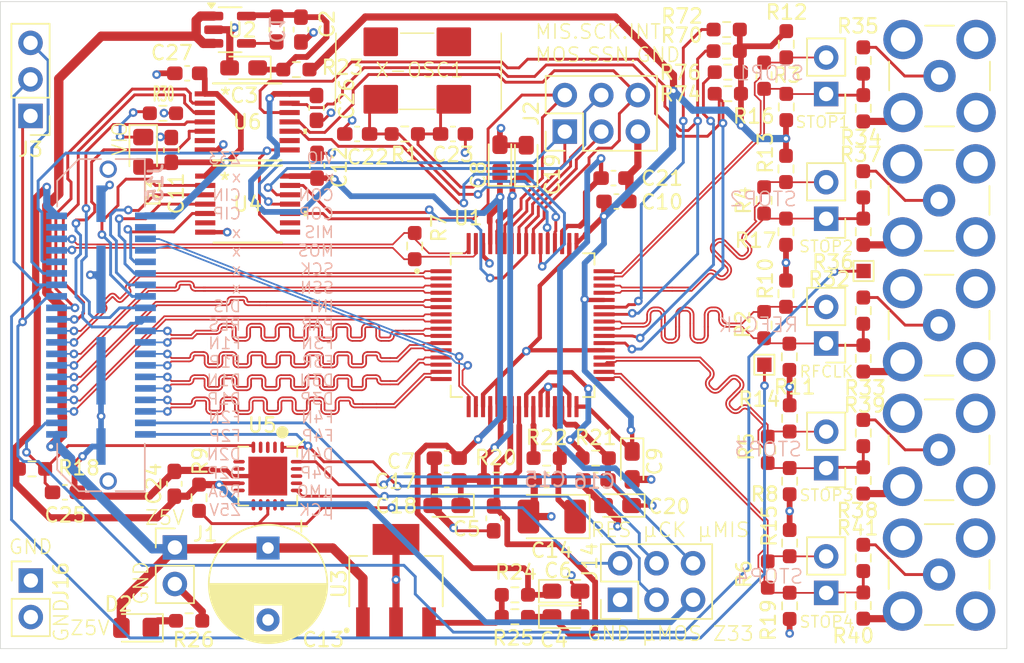
<source format=kicad_pcb>
(kicad_pcb (version 20240108) (generator "pcbnew") (generator_version "8.0")
  (layers (0 "F.Cu" signal) (1 "In1.Cu" signal) (2 "In2.Cu" signal) (31 "B.Cu" signal) (34 "B.Paste" user) (35 "F.Paste" user) (36 "B.SilkS" user "B.Silkscreen") (37 "F.SilkS" user "F.Silkscreen") (38 "B.Mask" user) (39 "F.Mask" user) (44 "Edge.Cuts" user))
  (net 0 "")
  (net 1 "Net-(U2-BYP)")
  (net 2 "TVDD33")
  (net 3 "GND")
  (net 4 "RVDD33")
  (net 5 "DVDD33")
  (net 6 "SZG5V")
  (net 7 "SZG33")
  (net 8 "/SYZYGY/R_GA")
  (net 9 "/Inputs/REFCLKN")
  (net 10 "/Inputs/REFCLKP")
  (net 11 "/Inputs/STOP1P")
  (net 12 "/Inputs/STOP1N")
  (net 13 "/Inputs/STOP2P")
  (net 14 "/Inputs/STOP2N")
  (net 15 "/Inputs/STOP3N")
  (net 16 "/Inputs/STOP3P")
  (net 17 "/Inputs/STOP4P")
  (net 18 "/Inputs/STOP4N")
  (net 19 "/SYZYGY/MCU_SCL_USCK")
  (net 20 "/SYZYGY/MCU_MISO")
  (net 21 "/SYZYGY/MCU_SDA_MOSI")
  (net 22 "/SYZYGY/MCU_RESET_B")
  (net 23 "/SYZYGY/SDO4N")
  (net 24 "/SYZYGY/INTERRUPT_N_B")
  (net 25 "/SYZYGY/SDO1N")
  (net 26 "/SYZYGY/SDO2N")
  (net 27 "/SYZYGY/LCLKINN")
  (net 28 "/SYZYGY/FRAME2N")
  (net 29 "/SYZYGY/FRAME3P")
  (net 30 "/SYZYGY/SDO2P")
  (net 31 "/SYZYGY/RSVD_37")
  (net 32 "/SYZYGY/RSVD_38")
  (net 33 "/SYZYGY/FRAME1P")
  (net 34 "/SYZYGY/FRAME1N")
  (net 35 "/SYZYGY/LCLKOUTN")
  (net 36 "/SYZYGY/LCLKOUTP")
  (net 37 "/SYZYGY/SDO3N")
  (net 38 "/SYZYGY/FRAME4N")
  (net 39 "Net-(J15-S21)")
  (net 40 "/SYZYGY/SDO1P")
  (net 41 "/SYZYGY/VIO")
  (net 42 "/SYZYGY/FRAME2P")
  (net 43 "/SYZYGY/FRAME3N")
  (net 44 "Net-(D2-K)")
  (net 45 "Net-(D3-K)")
  (net 46 "/SYZYGY/SDO3P")
  (net 47 "/SYZYGY/FRAME4P")
  (net 48 "/SYZYGY/SDO4P")
  (net 49 "Net-(J9-In)")
  (net 50 "Net-(J10-In)")
  (net 51 "/SYZYGY/LCLKINP")
  (net 52 "Net-(U1-RSTIDXN)")
  (net 53 "Net-(U1-DISABLEN)")
  (net 54 "Net-(U1-REFOSCO)")
  (net 55 "Net-(U1-REFOSCI)")
  (net 69 "/Power/TVDD33O")
  (net 70 "/gpx2/CVDD18")
  (net 71 "/gpx2/TVDD18")
  (net 72 "/gpx2/DVDD18")
  (net 73 "/gpx2/DVDD18O")
  (net 74 "/gpx2/TVDD18O")
  (net 75 "/gpx2/CVDD18O")
  (net 76 "/Power/DVDD33O")
  (net 77 "Net-(J15-S25)")
  (net 78 "Net-(J15-S23)")
  (net 79 "Net-(J11-In)")
  (net 80 "Net-(J12-In)")
  (net 81 "Net-(J13-In)")
  (net 82 "/SYZYGY/MISO_A")
  (net 83 "/SYZYGY/SS_N_A")
  (net 84 "/SYZYGY/DISABLEP_A")
  (net 85 "/SYZYGY/PARITY_A")
  (net 86 "/SYZYGY/SCK_A")
  (net 87 "/SYZYGY/REFRESP_A")
  (net 88 "/SYZYGY/MOSI_A")
  (net 89 "/SYZYGY/MOSI_B")
  (net 90 "/SYZYGY/REFRESP_B")
  (net 91 "/SYZYGY/SS_N_B")
  (net 92 "/SYZYGY/SCK_B")
  (net 93 "/SYZYGY/DISABLEP_B")
  (net 94 "/SYZYGY/MISO_B")
  (net 95 "/SYZYGY/PARITY_B")
  (net 96 "Net-(J15-S27)")
  (net 97 "/SYZYGY/INTERRUPT_A")
  (footprint "Connector_PinHeader_2.54mm:PinHeader_1x02_P2.54mm_Vertical" (layer "F.Cu") (at 126.52 114.96)
    (property "Reference" "J1")
    (property "Value" "Conn_01x02" (hide yes))
  )
  (footprint "Marcel:SMB_Jack_Vertical_mod" (layer "F.Cu") (at 179.672 116.8432)
    (property "Reference" "J13" (hide yes))
    (property "Value" "Conn_Coaxial" (hide yes))
  )
  (footprint "Resistor_SMD:R_0603_1608Metric_Pad0.98x0.95mm_HandSolder" (layer "F.Cu") (at 167.5 90.8209 90)
    (property "Reference" "R4")
    (property "Value" "100" (hide yes))
  )
  (footprint "TestPoint:TestPoint_Pad_1.0x1.0mm" (layer "F.Cu") (at 167.52 102.25)
    (property "Reference" "TP2" (hide yes))
    (property "Value" "FASTCLK" (hide yes))
  )
  (footprint "Resistor_SMD:R_0603_1608Metric_Pad0.98x0.95mm_HandSolder" (layer "F.Cu") (at 116.582 109.495)
    (property "Reference" "R18")
    (property "Value" "10K" (hide yes))
  )
  (footprint "Connector_PinHeader_2.54mm:PinHeader_1x02_P2.54mm_Vertical" (layer "F.Cu") (at 171.818 118.1182 180)
    (property "Reference" "J8" (hide yes))
    (property "Value" "Conn_01x02" (hide yes))
  )
  (footprint "Connector_PinHeader_2.54mm:PinHeader_1x02_P2.54mm_Vertical" (layer "F.Cu") (at 171.818 109.4441 180)
    (property "Reference" "J7" (hide yes))
    (property "Value" "Conn_01x02" (hide yes))
  )
  (footprint "Marcel:SMB_Jack_Vertical_mod" (layer "F.Cu") (at 179.672 90.8209)
    (property "Reference" "J11" (hide yes))
    (property "Value" "Conn_Coaxial" (hide yes))
  )
  (footprint "Resistor_SMD:R_0603_1608Metric_Pad0.98x0.95mm_HandSolder" (layer "F.Cu") (at 169.278 110.3466 -90)
    (property "Reference" "R8")
    (property "Value" "100k" (hide yes))
  )
  (footprint "Connector_PinHeader_2.54mm:PinHeader_2x03_P2.54mm_Vertical" (layer "F.Cu") (at 153.642 86.035 90)
    (property "Reference" "J2")
    (property "Value" "Conn_02x03_Counter_Clockwise" (hide yes))
  )
  (footprint "Capacitor_SMD:C_0603_1608Metric_Pad1.08x0.95mm_HandSolder" (layer "F.Cu") (at 145.4295 108.745 180)
    (property "Reference" "C7")
    (property "Value" "100n" (hide yes))
  )
  (footprint "Capacitor_SMD:C_0603_1608Metric_Pad1.08x0.95mm_HandSolder" (layer "F.Cu") (at 157.2295 90.895)
    (property "Reference" "C10")
    (property "Value" "100n" (hide yes))
  )
  (footprint "Resistor_SMD:R_0603_1608Metric_Pad0.98x0.95mm_HandSolder" (layer "F.Cu") (at 174.4 110.3 -90)
    (property "Reference" "R38")
    (property "Value" "50" (hide yes))
  )
  (footprint "Resistor_SMD:R_0603_1608Metric_Pad0.98x0.95mm_HandSolder" (layer "F.Cu") (at 167.5 99.495 90)
    (property "Reference" "R2")
    (property "Value" "100" (hide yes))
  )
  (footprint "LM3940IMPX-3.3_NOPB:SOT230P700X180-4N" (layer "F.Cu") (at 141.9 117.3 90)
    (property "Reference" "U3")
    (property "Value" "LM3940IMPX-3.3_NOPB" (hide yes))
  )
  (footprint "Capacitor_SMD:C_0603_1608Metric_Pad1.08x0.95mm_HandSolder" (layer "F.Cu") (at 133.6 78.9375 90)
    (property "Reference" "C1" (hide yes))
    (property "Value" "1n" (hide yes))
  )
  (footprint "Resistor_SMD:R_0603_1608Metric_Pad0.98x0.95mm_HandSolder" (layer "F.Cu") (at 169.024 97.3075 90)
    (property "Reference" "R10")
    (property "Value" "100k" (hide yes))
  )
  (footprint "Capacitor_SMD:C_0603_1608Metric_Pad1.08x0.95mm_HandSolder" (layer "F.Cu") (at 127.38 81.98)
    (property "Reference" "C27")
    (property "Value" "100n" (hide yes))
  )
  (footprint "Resistor_SMD:R_0603_1608Metric_Pad0.98x0.95mm_HandSolder" (layer "F.Cu") (at 164.98 83.4)
    (property "Reference" "R74")
    (property "Value" "100k" (hide yes))
  )
  (footprint "Capacitor_SMD:C_0603_1608Metric_Pad1.08x0.95mm_HandSolder" (layer "F.Cu") (at 135.2875 78.9375 -90)
    (property "Reference" "C2")
    (property "Value" "100n" (hide yes))
  )
  (footprint "Resistor_SMD:R_0603_1608Metric_Pad0.98x0.95mm_HandSolder" (layer "F.Cu") (at 134.97 81.72)
    (property "Reference" "R23")
    (property "Value" "0" (hide yes))
  )
  (footprint "Capacitor_Tantalum_SMD:CP_EIA-2012-15_AVX-P_Pad1.30x1.05mm_HandSolder" (layer "F.Cu") (at 157.308 112.043 180)
    (property "Reference" "C20")
    (property "Value" "100u" (hide yes))
  )
  (footprint "Capacitor_THT:CP_Radial_D8.0mm_P5.00mm" (layer "F.Cu") (at 133 114.997349 -90)
    (property "Reference" "C13")
    (property "Value" "330u" (hide yes))
  )
  (footprint "Resistor_SMD:R_0603_1608Metric_Pad0.98x0.95mm_HandSolder" (layer "F.Cu") (at 125.69 84.76)
    (property "Reference" "R30")
    (property "Value" "75" (hide yes))
  )
  (footprint "Resistor_SMD:R_0603_1608Metric_Pad0.98x0.95mm_HandSolder" (layer "F.Cu") (at 169.024 92.9984 -90)
    (property "Reference" "R17")
    (property "Value" "100k" (hide yes))
  )
  (footprint "Resistor_SMD:R_0603_1608Metric_Pad0.98x0.95mm_HandSolder" (layer "F.Cu") (at 164.98 81.9)
    (property "Reference" "R76")
    (property "Value" "100k" (hide yes))
  )
  (footprint "Connector_PinHeader_2.54mm:PinHeader_1x02_P2.54mm_Vertical" (layer "F.Cu") (at 116.5 117.26)
    (property "Reference" "J16")
    (property "Value" "Conn_01x02" (hide yes))
  )
  (footprint "SYZYGY:QFN-24-4x4mm" (layer "F.Cu") (at 132.982 109.995 180)
    (property "Reference" "U5")
    (property "Value" "ATtiny44A-MU" (hide yes))
  )
  (footprint "Capacitor_Tantalum_SMD:CP_EIA-3528-21_Kemet-B_Pad1.50x2.35mm_HandSolder" (layer "F.Cu") (at 152.736 112.809 180)
    (property "Reference" "C14")
    (property "Value" "220u" (hide yes))
  )
  (footprint "Connector_PinHeader_2.54mm:PinHeader_2x03_P2.54mm_Vertical" (layer "F.Cu") (at 157.48 118.6 90)
    (property "Reference" "J14")
    (property "Value" "Conn_02x03_Odd_Even" (hide yes))
  )
  (footprint "Capacitor_Tantalum_SMD:CP_EIA-2012-15_AVX-P_Pad1.30x1.05mm_HandSolder" (layer "F.Cu") (at 145.4295 112.043 180)
    (property "Reference" "C18")
    (property "Value" "33u" (hide yes))
  )
  (footprint "Resistor_SMD:R_0603_1608Metric_Pad0.98x0.95mm_HandSolder" (layer "F.Cu") (at 169.26 101.7 -90)
    (property "Reference" "R11")
    (property "Value" "100k" (hide yes))
  )
  (footprint "Resistor_SMD:R_0603_1608Metric_Pad0.98x0.95mm_HandSolder" (layer "F.Cu") (at 174.4 84.4125 -90)
    (property "Reference" "R34")
    (property "Value" "50" (hide yes))
  )
  (footprint "Connector_PinHeader_2.54mm:PinHeader_1x02_P2.54mm_Vertical" (layer "F.Cu") (at 171.818 100.77 180)
    (property "Reference" "J4" (hide yes))
    (property "Value" "Conn_01x02" (hide yes))
  )
  (footprint "Capacitor_SMD:C_0603_1608Metric_Pad1.08x0.95mm_HandSolder" (layer "F.Cu") (at 157.0263 89.2694)
    (property "Reference" "C21")
    (property "Value" "100n" (hide yes))
  )
  (footprint "Resistor_SMD:R_0603_1608Metric_Pad0.98x0.95mm_HandSolder" (layer "F.Cu") (at 150.169 118.254)
    (property "Reference" "R24")
    (property "Value" "0" (hide yes))
  )
  (footprint "Capacitor_Tantalum_SMD:CP_EIA-2012-15_AVX-P_Pad1.30x1.05mm_HandSolder" (layer "F.Cu") (at 149.1292 87.917 90)
    (property "Reference" "C8")
    (property "Value" "33u" (hide yes))
  )
  (footprint "Resistor_SMD:R_0603_1608Metric_Pad0.98x0.95mm_HandSolder" (layer "F.Cu") (at 174.4 119 -90)
    (property "Reference" "R40")
    (property "Value" "50" (hide yes))
  )
  (footprint "Capacitor_Tantalum_SMD:CP_EIA-2012-15_AVX-P_Pad1.30x1.05mm_HandSolder" (layer "F.Cu") (at 150.958 87.958 90)
    (property "Reference" "C19")
    (property "Value" "33u" (hide yes))
  )
  (footprint "Capacitor_SMD:C_0603_1608Metric_Pad1.08x0.95mm_HandSolder" (layer "F.Cu") (at 136.41 88.41 -90)
    (property "Reference" "C12")
    (property "Value" "100n" (hide yes))
  )
  (footprint "Resistor_SMD:R_0603_1608Metric_Pad0.98x0.95mm_HandSolder" (layer "F.Cu") (at 164.9 80.436668)
    (property "Reference" "R70")
    (property "Value" "100k" (hide yes))
  )
  (footprint "Resistor_SMD:R_0603_1608Metric_Pad0.98x0.95mm_HandSolder" (layer "F.Cu") (at 169.024 88.6334 90)
    (property "Reference" "R13")
    (property "Value" "100k" (hide yes))
  )
  (footprint "Resistor_SMD:R_0603_1608Metric_Pad0.98x0.95mm_HandSolder" (layer "F.Cu") (at 127.51 120.06)
    (property "Reference" "R26")
    (property "Value" "330" (hide yes))
  )
  (footprint "Resistor_SMD:R_0603_1608Metric_Pad0.98x0.95mm_HandSolder" (layer "F.Cu") (at 174.4 89.7 90)
    (property "Reference" "R37")
    (property "Value" "0" (hide yes))
  )
  (footprint "Marcel:LED_0805_2012Metric_Pad1.15x1.40mm_HandSolder_AK" (layer "F.Cu") (at 124.32 87.4425 -90)
    (property "Reference" "D3")
    (property "Value" "LED")
  )
  (footprint "Resistor_SMD:R_0603_1608Metric_Pad0.98x0.95mm_HandSolder" (layer "F.Cu") (at 164.9 78.936668)
    (property "Reference" "R72")
    (property "Value" "100k" (hide yes))
  )
  (footprint "Capacitor_SMD:C_0603_1608Metric_Pad1.08x0.95mm_HandSolder" (layer "F.Cu") (at 126.482 110.5325 90)
    (property "Reference" "C24")
    (property "Value" "100n" (hide yes))
  )
  (footprint "Capacitor_SMD:C_0603_1608Metric_Pad1.08x0.95mm_HandSolder" (layer "F.Cu") (at 126.27 87.31 -90)
    (property "Reference" "C11")
    (property "Value" "100n" (hide yes))
  )
  (footprint "Resistor_SMD:R_0603_1608Metric_Pad0.98x0.95mm_HandSolder" (layer "F.Cu") (at 169.278 119.0207 -90)
    (property "Reference" "R19")
    (property "Value" "100k" (hide yes))
  )
  (footprint "Connector_PinHeader_2.54mm:PinHeader_1x03_P2.54mm_Vertical" (layer "F.Cu") (at 116.48 84.945 180)
    (property "Reference" "J3")
    (property "Value" "Conn_01x03" (hide yes))
  )
  (footprint "Resistor_SMD:R_0603_1608Metric_Pad0.98x0.95mm_HandSolder" (layer "F.Cu") (at 128.2 111.5 -90)
    (property "Reference" "R9")
    (property "Value" "10K" (hide yes))
  )
  (footprint "Resistor_SMD:R_0603_1608Metric_Pad0.98x0.95mm_HandSolder" (layer "F.Cu") (at 150.169 119.778)
    (property "Reference" "R25")
    (property "Value" "0" (hide yes))
  )
  (footprint "TDC_GPX2_FLQM:QFP50P1200X1200X160-64N" (layer "F.Cu") (at 150.704 99.495)
    (property "Reference" "U1")
    (property "Value" "TDC-GPX2_FLQM" (hide yes))
  )
  (footprint "Capacitor_Tantalum_SMD:CP_EIA-2012-15_AVX-P_Pad1.30x1.05mm_HandSolder" (layer "F.Cu") (at 153.725 119.778)
    (property "Reference" "C4")
    (property "Value" "33u" (hide yes))
  )
  (footprint "MountingHole:MountingHole_3.2mm_M3_DIN965" (layer "F.Cu") (at 121.382 116.495)
    (property "Reference" "H2" (hide yes))
    (property "Value" "MountingHole" (hide yes))
  )
  (footprint "Capacitor_SMD:C_0603_1608Metric_Pad1.08x0.95mm_HandSolder" (layer "F.Cu") (at 118.872 111.125)
    (property "Reference" "C25")
    (property "Value" "0.1uF DNP" (hide yes))
  )
  (footprint "Marcel:geyer kx-20" (layer "F.Cu") (at 143.62 86.8875)
    (property "Reference" "X-OSC1")
    (property "Value" "Crystal")
  )
  (footprint "Capacitor_SMD:C_0603_1608Metric_Pad1.08x0.95mm_HandSolder" (layer "F.Cu") (at 136.37 84.39 90)
    (property "Reference" "C26")
    (property "Value" "100n" (hide yes))
  )
  (footprint "Resistor_SMD:R_0603_1608Metric_Pad0.98x0.95mm_HandSolder" (layer "F.Cu") (at 174.4 93 -90)
    (property "Reference" "R36")
    (property "Value" "50" (hide yes))
  )
  (footprint "Resistor_SMD:R_0603_1608Metric_Pad0.98x0.95mm_HandSolder" (layer "F.Cu") (at 169.278 105.9816 90)
    (property "Reference" "R14")
    (property "Value" "100k" (hide yes))
  )
  (footprint "Capacitor_Tantalum_SMD:CP_EIA-2012-15_AVX-P_Pad1.30x1.05mm_HandSolder" (layer "F.Cu") (at 153.725 118)
    (property "Reference" "C6")
    (property "Value" "33u" (hide yes))
  )
  (footprint "Capacitor_SMD:C_0603_1608Metric_Pad1.08x0.95mm_HandSolder" (layer "F.Cu") (at 155.784 110.269 180)
    (property "Reference" "C16")
    (property "Value" "100n" (hide yes))
  )
  (footprint "MountingHole:MountingHole_3.2mm_M3_DIN965" (layer "F.Cu") (at 121.382 82.495)
    (property "Reference" "H1" (hide yes))
    (property "Value" "MountingHole" (hide yes))
  )
  (footprint "Resistor_SMD:R_0603_1608Metric_Pad0.98x0.95mm_HandSolder" (layer "F.Cu") (at 167.754 116.8432 90)
    (property "Reference" "R6")
    (property "Value" "100" (hide yes))
  )
  (footprint "Capacitor_Tantalum_SMD:CP_EIA-2012-15_AVX-P_Pad1.30x1.05mm_HandSolder" (layer "F.Cu") (at 131.3 81.6 180)
    (property "Reference" "C3")
    (property "Value" "100u" (hide yes))
  )
  (footprint "Resistor_SMD:R_0603_1608Metric_Pad0.98x0.95mm_HandSolder" (layer "F.Cu") (at 148.926 110.269 180)
    (property "Reference" "R20")
    (property "Value" "0" (hide yes))
  )
  (footprint "Capacitor_SMD:C_0603_1608Metric_Pad1.08x0.95mm_HandSolder" (layer "F.Cu") (at 145.4295 110.265 180)
    (property "Reference" "C17")
    (property "Value" "100n" (hide yes))
  )
  (footprint "Resistor_SMD:R_0603_1608Metric_Pad0.98x0.95mm_HandSolder" (layer "F.Cu") (at 152.3785 108.745)
    (property "Reference" "R22")
    (property "Value" "0" (hide yes))
  )
  (footprint "Resistor_SMD:R_0603_1608Metric_Pad0.98x0.95mm_HandSolder" (layer "F.Cu") (at 169.278 114.6557 90)
    (property "Reference" "R15")
    (property "Value" "100k" (hide yes))
  )
  (footprint "Resistor_SMD:R_0603_1608Metric_Pad0.98x0.95mm_HandSolder" (layer "F.Cu") (at 174.4 81.0875 90)
    (property "Reference" "R35")
    (property "Value" "0" (hide yes))
  )
  (footprint "Resistor_SMD:R_0603_1608Metric_Pad0.98x0.95mm_HandSolder" (layer "F.Cu") (at 174.4 107 90)
    (property "Reference" "R39")
    (property "Value" "0" (hide yes))
  )
  (footprint "Resistor_SMD:R_0603_1608Metric_Pad0.98x0.95mm_HandSolder" (layer "F.Cu") (at 174.4 115.6875 90)
    (property "Reference" "R41")
    (property "Value" "0" (hide yes))
  )
  (footprint "Resistor_SMD:R_0603_1608Metric_Pad0.98x0.95mm_HandSolder" (layer "F.Cu") (at 174.4 101.8125 -90)
    (property "Reference" "R33")
    (property "Value" "50" (hide yes))
  )
  (footprint "Marcel:LED_0805_2012Metric_Pad1.15x1.40mm_HandSolder_AK" (layer "F.Cu") (at 123.825 120.55 180)
    (property "Reference" "D2")
    (property "Value" "LED")
  )
  (footprint "Capacitor_SMD:C_0603_1608Metric_Pad1.08x0.95mm_HandSolder" (layer "F.Cu") (at 139.2 86.2 180)
    (property "Reference" "C22")
    (property "Value" "C" (hide yes))
  )
  (footprint "Capacitor_SMD:C_0603_1608Metric_Pad1.08x0.95mm_HandSolder" (layer "F.Cu") (at 145.8625 86.2 180)
    (property "Reference" "C23")
    (property "Value" "C" (hide yes))
  )
  (footprint "Connector_PinHeader_2.54mm:PinHeader_1x02_P2.54mm_Vertical" (layer "F.Cu") (at 171.818 83.4218 180)
    (property "Reference" "J5" (hide yes))
    (property "Value" "Conn_01x02" (hide yes))
  )
  (footprint "Marcel:SMB_Jack_Vertical_mod" (layer "F.Cu") (at 179.705 82.169)
    (property "Reference" "J10" (hide yes))
    (property "Value" "Conn_Coaxial" (hide yes))
  )
  (footprint "TXU0204PWR:TSSOP14_PW_TEX" (layer "F.Cu") (at 131.5511 85.36)
    (property "Reference" "U6")
    (property "Value" "TXU0204PWR" (hide yes))
  )
  (footprint "Package_TO_SOT_SMD:TSOT-23-5" (layer "F.Cu") (at 130.3625 78.95)
    (property "Reference" "U2")
    (property "Value" "LT1761-3.3" (hide yes))
  )
  (footprint "Capacitor_SMD:C_0603_1608Metric_Pad1.08x0.95mm_HandSolder" (layer "F.Cu") (at 148.692 112.9375 -90)
    (property "Reference" "C5")
    (property "Value" "100n" (hide yes))
  )
  (footprint "Resistor_SMD:R_0603_1608Metric_Pad0.98x0.95mm_HandSolder" (layer "F.Cu") (at 142.5125 86.2 180)
    (property "Reference" "R1")
    (property "Value" "R" (hide yes))
  )
  (footprint "Resistor_SMD:R_0603_1608Metric_Pad0.98x0.95mm_HandSolder" (layer "F.Cu") (at 167.5 82.1468 90)
    (property "Reference" "R3")
    (property "Value" "100" (hide yes))
  )
  (footprint "Resistor_SMD:R_0603_1608Metric_Pad0.98x0.95mm_HandSolder" (layer "F.Cu") (at 143.2 94 90)
    (property "Reference" "R7")
    (property "Value" "100" (hide yes))
  )
  (footprint "TestPoint:TestPoint_Pad_1.0x1.0mm" (layer "F.Cu") (at 174.42 95.73)
    (property "Reference" "TP1" (hide yes))
    (property "Value" "SLOWCLK" (hide yes))
  )
  (footprint "Resistor_SMD:R_0603_1608Metric_Pad0.98x0.95mm_HandSolder" (layer "F.Cu") (at 174.4 98.4875 90)
    (property "Reference" "R32")
    (property "Value" "0" (hide yes))
  )
  (footprint "TXU0304PWR:TSSOP14_PW_TEX" (layer "F.Cu") (at 131.5811 91.08)
    (property "Reference" "U4")
    (property "Value" "TXU0304PWR" (hide yes))
  )
  (footprint "Resistor_SMD:R_0603_1608Metric_Pad0.98x0.95mm_HandSolder" (layer "F.Cu") (at 169.044 79.9593 90)
    (property "Reference" "R12")
    (property "Value" "100k" (hide yes))
  )
  (footprint "Resistor_SMD:R_0603_1608Metric_Pad0.98x0.95mm_HandSolder" (layer "F.Cu") (at 167.754 108.1691 90)
    (property "Reference" "R5")
    (property "Value" "100" (hide yes))
  )
  (footprint "Resistor_SMD:R_0603_1608Metric_Pad0.98x0.95mm_HandSolder" (layer "F.Cu") (at 155.788 108.745)
    (property "Reference" "R21")
    (property "Value" "0" (hide yes))
  )
  (footprint "Capacitor_Tantalum_SMD:CP_EIA-2012-15_AVX-P_Pad1.30x1.05mm_HandSolder" (layer "F.Cu") (at 158.324 109.253 -90)
    (property "Reference" "C9")
    (property "Value" "33u" (hide yes))
  )
  (footprint "Capacitor_SMD:C_0603_1608Metric_Pad1.08x0.95mm_HandSolder" (layer "F.Cu") (at 152.3785 110.269 180)
    (property "Reference" "C15")
    (property "Value" "100n" (hide yes))
  )
  (footprint "Resistor_SMD:R_0603_1608Metric_Pad0.98x0.95mm_HandSolder" (layer "F.Cu") (at 169.044 84.3243 -90)
    (property "Reference" "R16")
    (property "Value" "100k" (hide yes))
  )
  (footprint "Marcel:SMB_Jack_Vertical_mod" (layer "F.Cu") (at 179.672 99.495)
    (property "Reference" "J9" (hide yes))
    (property "Value" "Conn_Coaxial" (hide yes))
  )
  (footprint "Marcel:SMB_Jack_Vertical_mod" (layer "F.Cu") (at 179.672 108.1691)
    (property "Reference" "J12" (hide yes))
    (property "Value" "Conn_Coaxial" (hide yes))
  )
  (footprint "Connector_PinHeader_2.54mm:PinHeader_1x02_P2.54mm_Vertical" (layer "F.Cu") (at 171.818 92.0959 180)
    (property "Reference" "J6" (hide yes))
    (property "Value" "Conn_01x02" (hide yes))
  )
  (footprint "SYZYGY:QTE-020-01-F-D-A" (layer "B.Cu") (at 121.382 99.495 90)
    (property "Reference" "J15")
    (property "Value" "SYZYGY_STD")
  )
  (gr_rect (start 114.382 76.995) (end 184.382 121.995) (stroke (width 0.05)) (fill none) (layer "Edge.Cuts"))
  (gr_text "STOP2\n" (at 169.86 91.313 0) (layer "B.SilkS") (effects (font (size 1 1) (thickness 0.1)) (justify left bottom mirror)))
  (gr_text "C1" (at 133.58 78.93 -90) (layer "B.SilkS") (effects (font (size 1 1)) (justify mirror)))
  (gr_text "STOP4\n\n" (at 170.3 119.17 0) (layer "B.SilkS") (effects (font (size 1 1) (thickness 0.1)) (justify left bottom mirror)))
  (gr_text "Z33\nx\nCIN\nCIP\nx\nx\nx\nx\nDIS\nRES\nF1N\nF1P\nD1N\nD1P\nF2N\nF2P\nD2N\nD2P\nRGA\nZ5V\n" (at 131.19 112.82 0) (layer "B.SilkS") (effects (font (size 0.8 0.8) (thickness 0.1)) (justify left bottom mirror)))
  (gr_text "STOP1" (at 170.36 82.55 0) (layer "B.SilkS") (effects (font (size 1 1) (thickness 0.1)) (justify left bottom mirror)))
  (gr_text "REFCLK" (at 169.96 100.06 0) (layer "B.SilkS") (effects (font (size 1 1) (thickness 0.1)) (justify left bottom mirror)))
  (gr_text "STOP3\n" (at 170.21 108.712 0) (layer "B.SilkS") (effects (font (size 1 1) (thickness 0.1)) (justify left bottom mirror)))
  (gr_text "VIO\nx\nCON\nCOP\nMIS\nMOS\nSCK\nSSN\nINT\nPAR\nF3N\nF3P\nD3N\nD3P\nF4N\nF4P\nD4N\nD4P\nµMO\nµCK\n" (at 137.65 112.82 0) (layer "B.SilkS") (effects (font (size 0.8 0.8) (thickness 0.1)) (justify left bottom mirror)))
  (gr_text "GND\n" (at 119.2 121.6 90) (layer "F.SilkS") (effects (font (size 1 1) (thickness 0.1)) (justify left bottom)))
  (gr_text "GND\n" (at 114.9 115.5 0) (layer "F.SilkS") (effects (font (size 1 1) (thickness 0.1)) (justify left bottom)))
  (gr_text "STOP3" (at 169.9 111.8 0) (layer "F.SilkS") (effects (font (size 0.8 0.8) (thickness 0.1)) (justify left bottom)))
  (gr_text "Z5V\n" (at 119.17 121.14 0) (layer "F.SilkS") (effects (font (size 1 1) (thickness 0.1)) (justify left bottom)))
  (gr_text "RFCLK" (at 169.9 103.2 0) (layer "F.SilkS") (effects (font (size 0.8 0.8) (thickness 0.1)) (justify left bottom)))
  (gr_text "MIS.SCK.INT\nMOS.SSN.GND" (at 151.511 81.28 0) (layer "F.SilkS") (effects (font (size 1 1) (thickness 0.1)) (justify left bottom)))
  (gr_text "VIO\n" (at 123.27 87.79 90) (layer "F.SilkS") (effects (font (size 1 1) (thickness 0.1)) (justify left bottom)))
  (gr_text "STOP4" (at 169.9 120.6 0) (layer "F.SilkS") (effects (font (size 0.8 0.8) (thickness 0.1)) (justify left bottom)))
  (gr_text "Z5V\n" (at 124.37 113.47 0) (layer "F.SilkS") (effects (font (size 1 1) (thickness 0.1)) (justify left bottom)))
  (gr_text "RES µCK µMIS" (at 155.371 114.319 0) (layer "F.SilkS") (effects (font (size 1 1) (thickness 0.1)) (justify left bottom)))
  (gr_text "GND\n" (at 124.75 119.02 90) (layer "F.SilkS") (effects (font (size 1 1) (thickness 0.1)) (justify left bottom)))
  (gr_text "STOP1" (at 169.62 85.84 0) (layer "F.SilkS") (effects (font (size 0.8 0.8) (thickness 0.1)) (justify left bottom)))
  (gr_text "STOP2" (at 169.87 94.49 0) (layer "F.SilkS") (effects (font (size 0.8 0.8) (thickness 0.1)) (justify left bottom)))
  (gr_text "GND µMOS Z33 \n" (at 155.11 121.54 0) (layer "F.SilkS") (effects (font (size 1 1) (thickness 0.1)) (justify left bottom)))
  (segment (start 131.5 79.9) (end 133.5 79.9) (width 0.2) (layer "F.Cu") (net 1))
  (segment (start 133.5 79.9) (end 133.6 79.8) (width 0.2) (layer "F.Cu") (net 1))
  (segment (start 169.024 86.52) (end 169.024 85.2568) (width 0.4) (layer "F.Cu") (net 2))
  (segment (start 155.211 105.165) (end 154.454 105.165) (width 0.3) (layer "F.Cu") (net 2))
  (segment (start 169.024 85.2568) (end 169.044 85.2368) (width 0.4) (layer "F.Cu") (net 2))
  (segment (start 165.8125 80.1) (end 167.9908 80.1) (width 0.4) (layer "F.Cu") (net 2))
  (segment (start 169.024 96.395) (end 169.024 95.156) (width 0.4) (layer "F.Cu") (net 2))
  (segment (start 158.324 108.278) (end 155.211 105.165) (width 0.3) (layer "F.Cu") (net 2))
  (segment (start 167.9908 80.1) (end 169.044 79.0468) (width 0.4) (layer "F.Cu") (net 2))
  (segment (start 169.278 102.839) (end 169.024 102.585) (width 0.4) (layer "F.Cu") (net 2))
  (segment (start 169.278 113.7432) (end 169.278 112.428) (width 0.4) (layer "F.Cu") (net 2))
  (segment (start 156.367 91.92) (end 156.359 91.92) (width 0.4) (layer "F.Cu") (net 2))
  (segment (start 136.11 81.72) (end 139.768332 78.061668) (width 0.5) (layer "F.Cu") (net 2))
  (segment (start 169.278 112.428) (end 169.278 111.2591) (width 0.4) (layer "F.Cu") (net 2))
  (segment (start 161.2 82.1) (end 157.161668 78.061668) (width 0.5) (layer "F.Cu") (net 2))
  (segment (start 165.8125 80.436668) (end 165.8125 78.936668) (width 0.4) (layer "F.Cu") (net 2))
  (segment (start 165.8925 81.9) (end 165.8925 80.133334) (width 0.4) (layer "F.Cu") (net 2))
  (segment (start 158.324 106.877) (end 158.242 106.795) (width 0.3) (layer "F.Cu") (net 2))
  (segment (start 169.278 105.0691) (end 169.278 103.792) (width 0.4) (layer "F.Cu") (net 2))
  (segment (start 169.024 95.156) (end 169.024 93.9109) (width 0.4) (layer "F.Cu") (net 2))
  (segment (start 156.374 97.745) (end 155.071 97.745) (width 0.3) (layer "F.Cu") (net 2))
  (segment (start 169.278 119.9332) (end 169.278 120.937) (width 0.4) (layer "F.Cu") (net 2))
  (segment (start 157.161668 78.061668) (end 139.768332 78.061668) (width 0.5) (layer "F.Cu") (net 2))
  (segment (start 154.454 93.825) (end 155.079 93.2) (width 0.3) (layer "F.Cu") (net 2))
  (segment (start 135.8825 81.72) (end 136.11 81.72) (width 0.4) (layer "F.Cu") (net 2))
  (segment (start 165.8925 83.33) (end 165.8925 85.5925) (width 0.4) (layer "F.Cu") (net 2))
  (segment (start 169.024 87.7209) (end 169.024 86.52) (width 0.4) (layer "F.Cu") (net 2))
  (segment (start 165.8925 85.5925) (end 165.9 85.6) (width 0.4) (layer "F.Cu") (net 2))
  (segment (start 155.071 97.745) (end 155.022 97.696) (width 0.3) (layer "F.Cu") (net 2))
  (segment (start 156.367 91.92) (end 156.367 90.895) (width 0.4) (layer "F.Cu") (net 2))
  (segment (start 158.324 108.278) (end 158.324 106.877) (width 0.3) (layer "F.Cu") (net 2))
  (segment (start 161.2 83.2) (end 161.2 82.1) (width 0.5) (layer "F.Cu") (net 2))
  (segment (start 156.359 91.92) (end 155.079 93.2) (width 0.4) (layer "F.Cu") (net 2))
  (segment (start 169.278 103.792) (end 169.278 102.839) (width 0.4) (layer "F.Cu") (net 2))
  (segment (start 165.8925 83.33) (end 165.8925 81.563332) (width 0.4) (layer "F.Cu") (net 2))
  (via (at 169.278 120.937) (size 0.6) (drill 0.3) (layers "F.Cu" "B.Cu") (net 2))
  (via (at 158.242 106.795) (size 0.6) (drill 0.3) (layers "F.Cu" "B.Cu") (net 2))
  (via (at 161.2 83.2) (size 0.6) (drill 0.3) (layers "F.Cu" "B.Cu") (net 2))
  (via (at 155.022 97.696) (size 0.6) (drill 0.3) (layers "F.Cu" "B.Cu") (net 2))
  (via (at 169.278 112.428) (size 0.6) (drill 0.3) (layers "F.Cu" "B.Cu") (net 2))
  (via (at 169.024 86.52) (size 0.6) (drill 0.3) (layers "F.Cu" "B.Cu") (net 2))
  (via (at 169.024 95.156) (size 0.6) (drill 0.3) (layers "F.Cu" "B.Cu") (net 2))
  (via (at 156.367 91.92) (size 0.6) (drill 0.3) (layers "F.Cu" "B.Cu") (net 2))
  (via (at 169.278 103.792) (size 0.6) (drill 0.3) (layers "F.Cu" "B.Cu") (net 2))
  (via (at 165.9 85.6) (size 0.6) (drill 0.3) (layers "F.Cu" "B.Cu") (net 2))
  (segment (start 161.132 83.268) (end 161.2 83.2) (width 0.5) (layer "B.Cu") (net 2))
  (segment (start 161.2 83.2) (end 162.545 84.545) (width 0.5) (layer "B.Cu") (net 2))
  (segment (start 156.367 93.833) (end 155.022 95.178) (width 0.4) (layer "B.Cu") (net 2))
  (segment (start 156.367 91.92) (end 156.417 91.92) (width 0.5) (layer "B.Cu") (net 2))
  (segment (start 156.367 91.92) (end 156.367 93.833) (width 0.4) (layer "B.Cu") (net 2))
  (segment (start 162.545 84.545) (end 164.892661 84.545) (width 0.5) (layer "B.Cu") (net 2))
  (segment (start 165.9 85.6) (end 165.947661 85.6) (width 0.5) (layer "B.Cu") (net 2))
  (segment (start 164.892661 84.545) (end 165.9 85.552339) (width 0.5) (layer "B.Cu") (net 2))
  (segment (start 165.947661 85.6) (end 166.867661 86.52) (width 0.5) (layer "B.Cu") (net 2))
  (segment (start 165.9 85.552339) (end 165.9 85.6) (width 0.5) (layer "B.Cu") (net 2))
  (segment (start 158.242 106.795) (end 158.202 106.755) (width 0.3) (layer "B.Cu") (net 2))
  (segment (start 155.022 97.696) (end 155.022 102.67505) (width 0.4) (layer "B.Cu") (net 2))
  (segment (start 161.132 87.205) (end 161.132 83.268) (width 0.5) (layer "B.Cu") (net 2))
  (segment (start 155.022 102.67505) (end 158.242 105.89505) (width 0.4) (layer "B.Cu") (net 2))
  (segment (start 155.022 95.178) (end 155.022 97.696) (width 0.4) (layer "B.Cu") (net 2))
  (segment (start 156.417 91.92) (end 161.132 87.205) (width 0.5) (layer "B.Cu") (net 2))
  (segment (start 158.242 105.89505) (end 158.242 106.795) (width 0.4) (layer "B.Cu") (net 2))
  (segment (start 166.867661 86.52) (end 169.024 86.52) (width 0.5) (layer "B.Cu") (net 2))
  (segment (start 136.37 85.2525) (end 136.8475 85.2525) (width 0.2) (layer "F.Cu") (net 3))
  (segment (start 125.375 82.07) (end 125.25 82.07) (width 0.2) (layer "F.Cu") (net 3))
  (segment (start 158.092 89.4726) (end 157.8888 89.2694) (width 0.5) (layer "F.Cu") (net 3))
  (segment (start 130.6935 78.828) (end 130.6655 78.8) (width 0.2) (layer "F.Cu") (net 3))
  (segment (start 126.482 109.67) (end 126.83 109.67) (width 0.5) (layer "F.Cu") (net 3))
  (segment (start 126.588265 84.745765) (end 126.6025 84.76) (width 0.2) (layer "F.Cu") (net 3))
  (segment (start 174.4 119.9125) (end 176.6027 119.9125) (width 0.5) (layer "F.Cu") (net 3))
  (segment (start 148.692 113.8) (end 146.1 113.8) (width 0.2) (layer "F.Cu") (net 3))
  (segment (start 158.722 88.4362) (end 158.722 86.035) (width 0.5) (layer "F.Cu") (net 3))
  (segment (start 130.3375 79.128) (end 130.5155 78.95) (width 0.5) (layer "F.Cu") (net 3))
  (segment (start 129.89 86.93) (end 130.02 87.06) (width 0.2) (layer "F.Cu") (net 3))
  (segment (start 141.9 120.2) (end 141.9 117.2) (width 0.5) (layer "F.Cu") (net 3))
  (segment (start 176.442 102.725) (end 177.132 102.035) (width 0.2) (layer "F.Cu") (net 3))
  (segment (start 124.762 111.39) (end 126.482 109.67) (width 0.5) (layer "F.Cu") (net 3))
  (segment (start 136.8475 85.2525) (end 137.38 84.72) (width 0.2) (layer "F.Cu") (net 3))
  (segment (start 176.6286 111.2125) (end 177.132 110.7091) (width 0.2) (layer "F.Cu") (net 3))
  (segment (start 125.765 84.745765) (end 126.588265 84.745765) (width 0.2) (layer "F.Cu") (net 3))
  (segment (start 128.631152 93.029999) (end 130.110001 93.029999) (width 0.3) (layer "F.Cu") (net 3))
  (segment (start 152.454 103.82) (end 152.454 105.165) (width 0.3) (layer "F.Cu") (net 3))
  (segment (start 128.4225 119.4025) (end 126.52 117.5) (width 0.5) (layer "F.Cu") (net 3))
  (segment (start 158.092 90.895) (end 158.092 89.4726) (width 0.5) (layer "F.Cu") (net 3))
  (segment (start 152.454 103.764) (end 152.482 103.792) (width 0.3) (layer "F.Cu") (net 3))
  (segment (start 126.9 109.6) (end 129.1 109.6) (width 0.5) (layer "F.Cu") (net 3))
  (segment (start 157.308 113.018) (end 156.333 112.043) (width 0.5) (layer "F.Cu") (net 3))
  (segment (start 144.4545 112.1545) (end 145.9 113.6) (width 0.5) (layer "F.Cu") (net 3))
  (segment (start 137.43 87.52) (end 137.4575 87.5475) (width 0.2) (layer "F.Cu") (net 3))
  (segment (start 130.11 93.03) (end 130.16 93.03) (width 0.5) (layer "F.Cu") (net 3))
  (segment (start 152.482 103.792) (end 152.454 103.82) (width 0.3) (layer "F.Cu") (net 3))
  (segment (start 151.111 112.809) (end 152.691 112.809) (width 0.5) (layer "F.Cu") (net 3))
  (segment (start 128.601152 87.309999) (end 129.510001 87.309999) (width 0.3) (layer "F.Cu") (net 3))
  (segment (start 150.962778 101.305778) (end 151.9 100.368556) (width 0.3) (layer "F.Cu") (net 3))
  (segment (start 119.5445 110.795) (end 120.1395 111.39) (width 0.5) (layer "F.Cu") (net 3))
  (segment (start 153.332444 103.693) (end 152.454 103.693) (width 0.3) (layer "F.Cu") (net 3))
  (segment (start 149.1292 86.942) (end 149.1292 85.8708) (width 0.4) (layer "F.Cu") (net 3))
  (segment (start 147.954 94.675444) (end 147.954 93.825) (width 0.3) (layer "F.Cu") (net 3))
  (segment (start 135.46 79.8) (end 136.12 79.14) (width 0.4) (layer "F.Cu") (net 3))
  (segment (start 126.83 109.67) (end 126.9 109.6) (width 0.5) (layer "F.Cu") (net 3))
  (segment (start 146.725 86.2) (end 146.725 87.475) (width 0.2) (layer "F.Cu") (net 3))
  (segment (start 148.3 95) (end 148.4 95.2) (width 0.3) (layer "F.Cu") (net 3))
  (segment (start 174.4 85.325) (end 176.549 85.325) (width 0.5) (layer "F.Cu") (net 3))
  (segment (start 144.4545 112.043) (end 144.4545 112.1545) (width 0.5) (layer "F.Cu") (net 3))
  (segment (start 129.225 78.95) (end 130.5155 78.95) (width 0.5) (layer "F.Cu") (net 3))
  (segment (start 174.4 111.2125) (end 176.6286 111.2125) (width 0.5) (layer "F.Cu") (net 3))
  (segment (start 154.9215 110.6315) (end 156.333 112.043) (width 0.5) (layer "F.Cu") (net 3))
  (segment (start 151.954 104.193) (end 152.454 103.693) (width 0.3) (layer "F.Cu") (net 3))
  (segment (start 146.725 87.475) (end 146.7 87.5) (width 0.2) (layer "F.Cu") (net 3))
  (segment (start 151.9 100.368556) (end 151.9 96.754) (width 0.3) (layer "F.Cu") (net 3))
  (segment (start 150.958 86.983) (end 149.1702 86.983) (width 0.4) (layer "F.Cu") (net 3))
  (segment (start 126.5175 81.98) (end 125.34 81.98) (width 0.4) (layer "F.Cu") (net 3))
  (segment (start 150.962778 101.305778) (end 148.891778 103.376778) (width 0.3) (layer "F.Cu") (net 3))
  (segment (start 151.954 105.165) (end 151.954 104.193) (width 0.3) (layer "F.Cu") (net 3))
  (segment (start 148.278556 95) (end 147.954 94.675444) (width 0.3) (layer "F.Cu") (net 3))
  (segment (start 125.52 86.406249) (end 125.561251 86.4475) (width 0.2) (layer "F.Cu") (net 3))
  (segment (start 176.5804 93.9125) (end 177.132 93.3609) (width 0.2) (layer "F.Cu") (net 3))
  (segment (start 153.954 94.7) (end 153.954 93.825) (width 0.3) (layer "F.Cu") (net 3))
  (segment (start 130.16 93.03) (end 130.16 92.98) (width 0.5) (layer "F.Cu") (net 3))
  (segment (start 125.34 81.98) (end 125.25 82.07) (width 0.2) (layer "F.Cu") (net 3))
  (segment (start 130.16 92.98) (end 130.13 93.01) (width 0.5) (layer "F.Cu") (net 3))
  (segment (start 148.954 103.439) (end 148.954 104.957893) (width 0.3) (layer "F.Cu") (net 3))
  (segment (start 174.4 102.725) (end 176.442 102.725) (width 0.5) (layer "F.Cu") (net 3))
  (segment (start 146.1 113.8) (end 145.9 113.6) (width 0.2) (layer "F.Cu") (net 3))
  (segment (start 138.3375 85.7625) (end 138.85 85.25) (width 0.2) (layer "F.Cu") (net 3))
  (segment (start 144.567 110.265) (end 144.567 111.9305) (width 0.5) (layer "F.Cu") (net 3))
  (segment (start 147.954 105.165) (end 147.954 104.314556) (width 0.3) (layer "F.Cu") (net 3))
  (segment (start 125.561251 86.4475) (end 126.27 86.4475) (width 0.2) (layer "F.Cu") (net 3))
  (segment (start 120.1395 111.39) (end 124.762 111.39) (width 0.5) (layer "F.Cu") (net 3))
  (segment (start 148.4 95.2) (end 148.278556 95) (width 0.3) (layer "F.Cu") (net 3))
  (segment (start 144.567 108.745) (end 144.567 110.265) (width 0.5) (layer "F.Cu") (net 3))
  (segment (start 151.516 112.404) (end 151.111 112.809) (width 0.5) (layer "F.Cu") (net 3))
  (segment (start 130.532 109.995) (end 130.137 109.6) (width 0.3) (layer "F.Cu") (net 3))
  (segment (start 153.954 104.314556) (end 153.332444 103.693) (width 0.3) (layer "F.Cu") (net 3))
  (segment (start 152.454 103.693) (end 152.454 103.764) (width 0.3) (layer "F.Cu") (net 3))
  (segment (start 136.41 87.5475) (end 137.4025 87.5475) (width 0.2) (layer "F.Cu") (net 3))
  (segment (start 130.3 81.4955) (end 130.3875 81.408) (width 0.5) (layer "F.Cu") (net 3))
  (segment (start 159.647 110.228) (end 158.324 110.228) (width 0.5) (layer "F.Cu") (net 3))
  (segment (start 141.9 117.2) (end 141.9 114.4) (width 0.5) (layer "F.Cu") (net 3))
  (segment (start 148.891778 103.376778) (end 148.954 103.439) (width 0.3) (layer "F.Cu") (net 3))
  (segment (start 128.4225 120.06) (end 128.4225 119.4025) (width 0.5) (layer "F.Cu") (net 3))
  (segment (start 130.636 78.7705) (end 130.6655 78.8) (width 0.4) (layer "F.Cu") (net 3))
  (segment (start 151.023556 101.245) (end 156.374 101.245) (width 0.3) (layer "F.Cu") (net 3))
  (segment (start 130.3375 81.5875) (end 130.3375 79.128) (width 0.5) (layer "F.Cu") (net 3))
  (segment (start 157.308 113.493) (end 157.308 113.018) (width 0.5) (layer "F.Cu") (net 3))
  (segment (start 154.7 118) (end 154.1 117.4) (width 0.2) (layer "F.Cu") (net 3))
  (segment (start 135.2875 79.8) (end 135.46 79.8) (width 0.2) (layer "F.Cu") (net 3))
  (segment (start 154.9215 110.269) (end 154.9215 110.6315) (width 0.5) (layer "F.Cu") (net 3))
  (segment (start 151.9 96.754) (end 153.954 94.7) (width 0.3) (layer "F.Cu") (net 3))
  (segment (start 136.16 79.1) (end 136.12 79.14) (width 0.2) (layer "F.Cu") (net 3))
  (segment (start 154.7 118) (end 154.7 119.778) (width 0.2) (layer "F.Cu") (net 3))
  (segment (start 176.549 85.325) (end 177.165 84.709) (width 0.2) (layer "F.Cu") (net 3))
  (segment (start 129.510001 87.309999) (end 129.89 86.93) (width 0.4) (layer "F.Cu") (net 3))
  (segment (start 174.4 93.9125) (end 176.5804 93.9125) (width 0.5) (layer "F.Cu") (net 3))
  (segment (start 149.1292 85.8708) (end 149.2 85.8) (width 0.4) (layer "F.Cu") (net 3))
  (segment (start 144.567 111.9305) (end 144.4545 112.043) (width 0.5) (layer "F.Cu") (net 3))
  (segment (start 150.962778 101.305778) (end 151.023556 101.245) (width 0.3) (layer "F.Cu") (net 3))
  (segment (start 130.5155 78.95) (end 130.6655 78.8) (width 0.2) (layer "F.Cu") (net 3))
  (segment (start 137.4025 87.5475) (end 137.43 87.52) (width 0.2) (layer "F.Cu") (net 3))
  (segment (start 154.1 117.4) (end 154.1 116.9) (width 0.2) (layer "F.Cu") (net 3))
  (segment (start 119.5445 110.795) (end 119.5445 109.1705) (width 0.4) (layer "F.Cu") (net 3))
  (segment (start 157.8888 90.6918) (end 158.092 90.895) (width 0.3) (layer "F.Cu") (net 3))
  (segment (start 119.5445 109.1705) (end 120.097 108.618) (width 0.4) (layer "F.Cu") (net 3))
  (segment (start 130.137 109.6) (end 129.1 109.6) (width 0.3) (layer "F.Cu") (net 3))
  (segment (start 136.12 79.14) (end 136.16 79.14) (width 0.2) (layer "F.Cu") (net 3))
  (segment (start 130.110001 93.029999) (end 130.11 93.03) (width 0.5) (layer "F.Cu") (net 3))
  (segment (start 152.691 112.809) (end 152.7 112.8) (width 0.5) (layer "F.Cu") (net 3))
  (segment (start 147.954 104.314556) (end 148.891778 103.376778) (width 0.3) (layer "F.Cu") (net 3))
  (segment (start 149.1702 86.983) (end 149.1292 86.942) (width 0.4) (layer "F.Cu") (net 3))
  (segment (start 130.325 81.5205) (end 130.3 81.4955) (width 0.2) (layer "F.Cu") (net 3))
  (segment (start 138.3375 86.2) (end 138.3375 85.7625) (width 0.2) (layer "F.Cu") (net 3))
  (segment (start 157.8888 89.2694) (end 158.722 88.4362) (width 0.5) (layer "F.Cu") (net 3))
  (segment (start 130.325 81.6) (end 130.3375 81.5875) (width 0.5) (layer "F.Cu") (net 3))
  (segment (start 176.6027 119.9125) (end 177.132 119.3832) (width 0.2) (layer "F.Cu") (net 3))
  (segment (start 153.954 105.165) (end 153.954 104.314556) (width 0.3) (layer "F.Cu") (net 3))
  (segment (start 130.982 109.995) (end 130.532 109.995) (width 0.3) (layer "F.Cu") (net 3))
  (segment (start 132.982 109.995) (end 130.982 109.995) (width 0.3) (layer "F.Cu") (net 3))
  (segment (start 151.516 110.269) (end 151.516 112.404) (width 0.5) (layer "F.Cu") (net 3))
  (segment (start 136.16 79.14) (end 136.16 79.1) (width 0.2) (layer "F.Cu") (net 3))
  (via (at 152.482 103.792) (size 0.6) (drill 0.3) (layers "F.Cu" "B.Cu") (net 3))
  (via (at 125.25 82.07) (size 0.6) (drill 0.3) (layers "F.Cu" "B.Cu") (net 3))
  (via (at 159.647 110.228) (size 0.6) (drill 0.3) (layers "F.Cu" "B.Cu") (net 3))
  (via (at 120.64 96) (size 0.6) (drill 0.3) (layers "F.Cu" "B.Cu") (net 3))
  (via (at 150.962778 101.305778) (size 0.6) (drill 0.3) (layers "F.Cu" "B.Cu") (net 3))
  (via (at 121.98192 89.745454) (size 0.6) (drill 0.3) (layers "F.Cu" "B.Cu") (net 3))
  (via (at 157.308 113.493) (size 0.6) (drill 0.3) (layers "F.Cu" "B.Cu") (net 3))
  (via (at 125.765 84.745765) (size 0.6) (drill 0.3) (layers "F.Cu" "B.Cu") (net 3))
  (via (at 129.89 86.93) (size 0.6) (drill 0.3) (layers "F.Cu" "B.Cu") (net 3))
  (via (at 141.9 117.2) (size 0.6) (drill 0.3) (layers "F.Cu" "B.Cu") (net 3))
  (via (at 137.43 87.52) (size 0.6) (drill 0.3) (layers "F.Cu" "B.Cu") (net 3))
  (via (at 148.4 95.2) (size 0.6) (drill 0.3) (layers "F.Cu" "B.Cu") (net 3))
  (via (at 138.85 85.25) (size 0.6) (drill 0.3) (layers "F.Cu" "B.Cu") (net 3))
  (via (at 152.7 112.8) (size 0.6) (drill 0.3) (layers "F.Cu" "B.Cu") (net 3))
  (via (at 154.1 116.9) (size 0.6) (drill 0.3) (layers "F.Cu" "B.Cu") (net 3))
  (via (at 136.16 79.14) (size 0.6) (drill 0.3) (layers "F.Cu" "B.Cu") (net 3))
  (via (at 120.097 108.618) (size 0.6) (drill 0.3) (layers "F.Cu" "B.Cu") (net 3))
  (via (at 130.6655 78.8) (size 0.6) (drill 0.3) (layers "F.Cu" "B.Cu") (net 3))
  (via (at 146.7 87.5) (size 0.6) (drill 0.3) (layers "F.Cu" "B.Cu") (net 3))
  (via (at 121.39 105.83) (size 0.6) (drill 0.3) (layers "F.Cu" "B.Cu") (net 3))
  (via (at 149.2 85.8) (size 0.6) (drill 0.3) (layers "F.Cu" "B.Cu") (net 3))
  (via (at 130.16 93.03) (size 0.6) (drill 0.3) (layers "F.Cu" "B.Cu") (net 3))
  (via (at 145.9 113.6) (size 0.6) (drill 0.3) (layers "F.Cu" "B.Cu") (net 3))
  (via (at 125.52 86.406249) (size 0.6) (drill 0.3) (layers "F.Cu" "B.Cu") (net 3))
  (via (at 137.38 84.72) (size 0.6) (drill 0.3) (layers "F.Cu" "B.Cu") (net 3))
  (segment (start 121.382 90.345374) (end 121.98192 89.745454) (width 0.3) (layer "B.Cu") (net 3))
  (segment (start 121.382 107.94) (end 121.382 105.838) (width 0.4) (layer "B.Cu") (net 3))
  (segment (start 121.382 105.838) (end 121.39 105.83) (width 0.4) (layer "B.Cu") (net 3))
  (segment (start 120.775 107.94) (end 120.097 108.618) (width 0.4) (layer "B.Cu") (net 3))
  (segment (start 121.062 96) (end 121.382 96.32) (width 0.5) (layer "B.Cu") (net 3))
  (segment (start 121.382 91.05) (end 121.382 90.648) (width 0.5) (layer "B.Cu") (net 3))
  (segment (start 121.39 105.83) (end 121.382 105.822) (width 0.4) (layer "B.Cu") (net 3))
  (segment (start 121.382 105.822) (end 121.382 102.67) (width 0.4) (layer "B.Cu") (net 3))
  (segment (start 121.382 91.05) (end 121.382 90.345374) (width 0.3) (layer "B.Cu") (net 3))
  (segment (start 120.64 96) (end 121.062 96) (width 0.5) (layer "B.Cu") (net 3))
  (segment (start 121.382 107.94) (end 120.775 107.94) (width 0.4) (layer "B.Cu") (net 3))
  (segment (start 121.382 96.32) (end 121.382 96.642) (width 0.2) (layer "B.Cu") (net 3))
  (segment (start 152.75 119.778) (end 154.072 121.1) (width 0.4) (layer "F.Cu") (net 4))
  (segment (start 154.072 121.1) (end 155.35 121.1) (width 0.4) (layer "F.Cu") (net 4))
  (segment (start 148.901 109.296) (end 148.901 111.866) (width 0.4) (layer "F.Cu") (net 4))
  (segment (start 149.85 108.347) (end 148.901 109.296) (width 0.4) (layer "F.Cu") (net 4))
  (segment (start 153.1375 114.7375) (end 149.6375 114.7375) (width 0.4) (layer "F.Cu") (net 4))
  (segment (start 149.6375 113.0205) (end 148.692 112.075) (width 0.4) (layer "F.Cu") (net 4))
  (segment (start 149.85 106.326551) (end 149.954 106.222551) (width 0.3) (layer "F.Cu") (net 4))
  (segment (start 149.85 106.459) (end 149.85 108.347) (width 0.4) (layer "F.Cu") (net 4))
  (segment (start 155.75 117.35) (end 153.1375 114.7375) (width 0.4) (layer "F.Cu") (net 4))
  (segment (start 151.0815 119.778) (end 152.75 119.778) (width 0.4) (layer "F.Cu") (net 4))
  (segment (start 149.954 106.222551) (end 149.954 105.165) (width 0.3) (layer "F.Cu") (net 4))
  (segment (start 155.75 120.7) (end 155.75 117.35) (width 0.4) (layer "F.Cu") (net 4))
  (segment (start 149.85 106.459) (end 149.85 106.326551) (width 0.3) (layer "F.Cu") (net 4))
  (segment (start 149.6375 114.7375) (end 149.6375 113.0205) (width 0.4) (layer "F.Cu") (net 4))
  (segment (start 148.901 111.866) (end 148.692 112.075) (width 0.4) (layer "F.Cu") (net 4))
  (segment (start 155.35 121.1) (end 155.75 120.7) (width 0.4) (layer "F.Cu") (net 4))
  (segment (start 151.0815 118.254) (end 152.496 118.254) (width 0.4) (layer "F.Cu") (net 5))
  (segment (start 149.1292 88.892) (end 149.1292 90.5722) (width 0.4) (layer "F.Cu") (net 5))
  (segment (start 133.429999 83.410001) (end 133.11 83.73) (width 0.4) (layer "F.Cu") (net 5))
  (segment (start 147.210334 116.4) (end 143.4045 112.594166) (width 0.4) (layer "F.Cu") (net 5))
  (segment (start 143.4045 108.461858) (end 143.996358 107.87) (width 0.4) (layer "F.Cu") (net 5))
  (segment (start 148.454 93.825) (end 148.454 92.3726) (width 0.3) (layer "F.Cu") (net 5))
  (segment (start 136.41 89.2725) (end 137.5325 89.2725) (width 0.4) (layer "F.Cu") (net 5))
  (segment (start 134.501048 83.410001) (end 136.252501 83.410001) (width 0.4) (layer "F.Cu") (net 5))
  (segment (start 149.1292 91.1682) (end 148.4688 91.8286) (width 0.4) (layer "F.Cu") (net 5))
  (segment (start 134.501048 83.410001) (end 133.429999 83.410001) (width 0.4) (layer "F.Cu") (net 5))
  (segment (start 145.417 107.87) (end 146.292 108.745) (width 0.4) (layer "F.Cu") (net 5))
  (segment (start 152.496 118.254) (end 152.75 118) (width 0.4) (layer "F.Cu") (net 5))
  (segment (start 149.1292 90.5978) (end 149.1292 91.1682) (width 0.4) (layer "F.Cu") (net 5))
  (segment (start 136.267501 89.130001) (end 136.41 89.2725) (width 0.4) (layer "F.Cu") (net 5))
  (segment (start 149.1292 90.5722) (end 149.142 90.585) (width 0.4) (layer "F.Cu") (net 5))
  (segment (start 137.5325 89.2725) (end 137.62 89.36) (width 0.4) (layer "F.Cu") (net 5))
  (segment (start 143.996358 107.87) (end 145.417 107.87) (width 0.4) (layer "F.Cu") (net 5))
  (segment (start 148.418 91.8794) (end 148.418 92.3366) (width 0.4) (layer "F.Cu") (net 5))
  (segment (start 148.36 106.677) (end 147.612 107.425) (width 0.4) (layer "F.Cu") (net 5))
  (segment (start 134.531048 89.130001) (end 136.267501 89.130001) (width 0.4) (layer "F.Cu") (net 5))
  (segment (start 150.8 116.4) (end 147.210334 116.4) (width 0.4) (layer "F.Cu") (net 5))
  (segment (start 149.142 90.585) (end 149.1292 90.5978) (width 0.4) (layer "F.Cu") (net 5))
  (segment (start 148.4688 91.8286) (end 148.418 91.8794) (width 0.4) (layer "F.Cu") (net 5))
  (segment (start 151.0815 118.254) (end 151.0815 116.6815) (width 0.4) (layer "F.Cu") (net 5))
  (segment (start 148.454 92.3726) (end 148.418 92.3366) (width 0.3) (layer "F.Cu") (net 5))
  (segment (start 143.4045 112.594166) (end 143.4045 108.461858) (width 0.4) (layer "F.Cu") (net 5))
  (segment (start 136.252501 83.410001) (end 136.37 83.5275) (width 0.4) (layer "F.Cu") (net 5))
  (segment (start 151.0815 116.6815) (end 150.8 116.4) (width 0.4) (layer "F.Cu") (net 5))
  (segment (start 147.592 107.445) (end 146.292 108.745) (width 0.4) (layer "F.Cu") (net 5))
  (segment (start 147.612 107.425) (end 147.612 107.445) (width 0.4) (layer "F.Cu") (net 5))
  (segment (start 147.612 107.445) (end 147.592 107.445) (width 0.4) (layer "F.Cu") (net 5))
  (segment (start 148.454 106.677) (end 148.454 105.165) (width 0.3) (layer "F.Cu") (net 5))
  (via (at 147.612 107.445) (size 0.6) (drill 0.3) (layers "F.Cu" "B.Cu") (net 5))
  (via (at 137.62 89.36) (size 0.6) (drill 0.3) (layers "F.Cu" "B.Cu") (net 5))
  (via (at 133.11 83.73) (size 0.6) (drill 0.3) (layers "F.Cu" "B.Cu") (net 5))
  (via (at 149.142 90.585) (size 0.6) (drill 0.3) (layers "F.Cu" "B.Cu") (net 5))
  (segment (start 135.36 91.62) (end 137.62 89.36) (width 0.4) (layer "B.Cu") (net 5))
  (segment (start 149.142 90.585) (end 149.142 105.915) (width 0.4) (layer "B.Cu") (net 5))
  (segment (start 132.75005 91.62) (end 135.36 91.62) (width 0.4) (layer "B.Cu") (net 5))
  (segment (start 145.68 91.7) (end 144.51 90.53) (width 0.4) (layer "B.Cu") (net 5))
  (segment (start 131.82 90.68995) (end 132.75005 91.62) (width 0.4) (layer "B.Cu") (net 5))
  (segment (start 149.142 90.585) (end 148.027 91.7) (width 0.4) (layer "B.Cu") (net 5))
  (segment (start 133.63 87.65995) (end 131.82 89.46995) (width 0.4) (layer "B.Cu") (net 5))
  (segment (start 137.62 89.36) (end 137.6 89.36) (width 0.4) (layer "B.Cu") (net 5))
  (segment (start 138.77 90.53) (end 137.62 89.38) (width 0.4) (layer "B.Cu") (net 5))
  (segment (start 133.11 86.43) (end 133.63 86.95) (width 0.4) (layer "B.Cu") (net 5))
  (segment (start 148.027 91.7) (end 145.68 91.7) (width 0.4) (layer "B.Cu") (net 5))
  (segment (start 144.51 90.53) (end 138.77 90.53) (width 0.4) (layer "B.Cu") (net 5))
  (segment (start 131.82 89.46995) (end 131.82 90.68995) (width 0.4) (layer "B.Cu") (net 5))
  (segment (start 137.6 89.36) (end 137.64 89.4) (width 0.4) (layer "B.Cu") (net 5))
  (segment (start 133.11 83.73) (end 133.11 86.43) (width 0.4) (layer "B.Cu") (net 5))
  (segment (start 133.63 86.95) (end 133.63 87.65995) (width 0.4) (layer "B.Cu") (net 5))
  (segment (start 137.62 89.38) (end 137.62 89.36) (width 0.4) (layer "B.Cu") (net 5))
  (segment (start 149.142 105.915) (end 147.612 107.445) (width 0.4) (layer "B.Cu") (net 5))
  (segment (start 129.225 79.9) (end 128.5 79.9) (width 0.65) (layer "F.Cu") (net 6))
  (segment (start 128.3 78) (end 129.225 78) (width 0.65) (layer "F.Cu") (net 6))
  (segment (start 128 79.4) (end 128 78.3) (width 0.65) (layer "F.Cu") (net 6))
  (segment (start 118.7 105.866727) (end 118.675 105.841727) (width 0.65) (layer "F.Cu") (net 6))
  (segment (start 137.497349 114.997349) (end 139.6 117.1) (width 0.65) (layer "F.Cu") (net 6))
  (segment (start 118.675 105.841727) (end 118.675 98.283884) (width 0.65) (layer "F.Cu") (net 6))
  (segment (start 129.330293 114.997349) (end 129.277642 115.05) (width 0.65) (layer "F.Cu") (net 6))
  (segment (start 133 114.997349) (end 137.497349 114.997349) (width 0.65) (layer "F.Cu") (net 6))
  (segment (start 117.615 97.223884) (end 117.615 91.191727) (width 0.65) (layer "F.Cu") (net 6))
  (segment (start 128.5 79.9) (end 128 79.4) (width 0.65) (layer "F.Cu") (net 6))
  (segment (start 118.675 98.283884) (end 117.615 97.223884) (width 0.65) (layer "F.Cu") (net 6))
  (segment (start 117.9 107.94) (end 118.7 107.14) (width 0.65) (layer "F.Cu") (net 6))
  (segment (start 118.445 90.361727) (end 118.445 82.356086) (width 0.65) (layer "F.Cu") (net 6))
  (segment (start 118.445 82.356086) (end 121.401086 79.4) (width 0.65) (layer "F.Cu") (net 6))
  (segment (start 121.401086 79.4) (end 128 79.4) (width 0.65) (layer "F.Cu") (net 6))
  (segment (start 117.615 91.191727) (end 118.445 90.361727) (width 0.65) (layer "F.Cu") (net 6))
  (segment (start 122.8 118.77) (end 126.52 115.05) (width 0.65) (layer "F.Cu") (net 6))
  (segment (start 139.6 117.1) (end 139.6 120.2) (width 0.65) (layer "F.Cu") (net 6))
  (segment (start 128 78.3) (end 128.3 78) (width 0.65) (layer "F.Cu") (net 6))
  (segment (start 118.7 107.14) (end 118.7 105.866727) (width 0.65) (layer "F.Cu") (net 6))
  (segment (start 122.8 120.55) (end 122.8 118.77) (width 0.65) (layer "F.Cu") (net 6))
  (segment (start 129.277642 115.05) (end 126.52 115.05) (width 0.65) (layer "F.Cu") (net 6))
  (segment (start 129.330293 114.997349) (end 133 114.997349) (width 0.65) (layer "F.Cu") (net 6))
  (via (at 117.9 107.94) (size 0.6) (drill 0.3) (layers "F.Cu" "B.Cu") (net 6))
  (segment (start 119.272 109.366) (end 124.956 115.05) (width 0.65) (layer "B.Cu") (net 6))
  (segment (start 124.956 115.05) (end 126.52 115.05) (width 0.65) (layer "B.Cu") (net 6))
  (segment (start 118.292 107.095) (end 118.292 107.785) (width 0.5) (layer "B.Cu") (net 6))
  (segment (start 117.9 107.94) (end 118.397 107.91) (width 0.65) (layer "B.Cu") (net 6))
  (segment (start 119.272 108.785) (end 119.272 109.366) (width 0.65) (layer "B.Cu") (net 6))
  (segment (start 118.397 107.91) (end 119.272 108.785) (width 0.65) (layer "B.Cu") (net 6))
  (segment (start 117.9 107.94) (end 118.23 107.743) (width 0.65) (layer "B.Cu") (net 6))
  (segment (start 118.23 107.743) (end 118.282 107.795) (width 0.65) (layer "B.Cu") (net 6))
  (segment (start 126.482 111.695) (end 125.282 112.895) (width 0.5) (layer "F.Cu") (net 7))
  (segment (start 115.45 108.029339) (end 116.95 106.529339) (width 0.5) (layer "F.Cu") (net 7))
  (segment (start 129.7875 110.5875) (end 129.8 110.6) (width 0.5) (layer "F.Cu") (net 7))
  (segment (start 116.84 97.5449) (end 116.84 90.66) (width 0.5) (layer "F.Cu") (net 7))
  (segment (start 127.3925 111.395) (end 128.2 110.5875) (width 0.5) (layer "F.Cu") (net 7))
  (segment (start 116.95 106.529339) (end 116.95 97.6549) (width 0.5) (layer "F.Cu") (net 7))
  (segment (start 125.282 112.895) (end 117.818 112.895) (width 0.5) (layer "F.Cu") (net 7))
  (segment (start 116.84 90.66) (end 117.61 89.89) (width 0.5) (layer "F.Cu") (net 7))
  (segment (start 126.482 111.395) (end 126.482 111.695) (width 0.5) (layer "F.Cu") (net 7))
  (segment (start 128.2 110.5875) (end 129.7875 110.5875) (width 0.5) (layer "F.Cu") (net 7))
  (segment (start 126.482 111.395) (end 127.3925 111.395) (width 0.5) (layer "F.Cu") (net 7))
  (segment (start 130.982 110.495) (end 129.88 110.495) (width 0.3) (layer "F.Cu") (net 7))
  (segment (start 115.45 110.527) (end 115.45 108.029339) (width 0.5) (layer "F.Cu") (net 7))
  (segment (start 129.88 110.495) (end 129.7875 110.5875) (width 0.3) (layer "F.Cu") (net 7))
  (segment (start 116.95 97.6549) (end 116.84 97.5449) (width 0.5) (layer "F.Cu") (net 7))
  (segment (start 117.818 112.895) (end 115.45 110.527) (width 0.5) (layer "F.Cu") (net 7))
  (via (at 129.6 110.6) (size 0.6) (drill 0.3) (layers "F.Cu" "B.Cu") (net 7))
  (via (at 117.61 89.89) (size 0.6) (drill 0.3) (layers "F.Cu" "B.Cu") (net 7))
  (segment (start 161 120.16) (end 162.56 118.6) (width 0.4) (layer "B.Cu") (net 7))
  (segment (start 130.945 111.945) (end 139.915 111.945) (width 0.4) (layer "B.Cu") (net 7))
  (segment (start 117.61 89.89) (end 117.61 91.213) (width 0.5) (layer "B.Cu") (net 7))
  (segment (start 117.61 91.213) (end 118.292 91.895) (width 0.5) (layer "B.Cu") (net 7))
  (segment (start 148.13 120.16) (end 161 120.16) (width 0.4) (layer "B.Cu") (net 7))
  (segment (start 129.6 110.6) (end 130.945 111.945) (width 0.4) (layer "B.Cu") (net 7))
  (segment (start 139.915 111.945) (end 148.13 120.16) (width 0.4) (layer "B.Cu") (net 7))
  (segment (start 117.4945 110.47) (end 117.8195 110.795) (width 0.2) (layer "F.Cu") (net 8))
  (segment (start 117.4945 109.495) (end 119.1145 107.875) (width 0.2) (layer "F.Cu") (net 8))
  (segment (start 117.355 109.495) (end 116.2 108.34) (width 0.2) (layer "F.Cu") (net 8))
  (segment (start 119.1145 107.875) (end 131.862 107.875) (width 0.2) (layer "F.Cu") (net 8))
  (segment (start 117.4945 109.495) (end 117.355 109.495) (width 0.2) (layer "F.Cu") (net 8))
  (segment (start 131.862 107.875) (end 131.982 107.995) (width 0.2) (layer "F.Cu") (net 8))
  (segment (start 117.4945 109.495) (end 117.4945 110.47) (width 0.2) (layer "F.Cu") (net 8))
  (via (at 116.2 108.34) (size 0.6) (drill 0.3) (layers "F.Cu" "B.Cu") (net 8))
  (segment (start 117.537 106.295) (end 118.292 106.295) (width 0.2) (layer "B.Cu") (net 8))
  (segment (start 116.2 107.632) (end 117.537 106.295) (width 0.2) (layer "B.Cu") (net 8))
  (segment (start 116.2 108.34) (end 116.2 107.632) (width 0.2) (layer "B.Cu") (net 8))
  (segment (start 161.365301 100.2125) (end 161.365301 99.6125) (width 0.12) (layer "F.Cu") (net 9))
  (segment (start 167.8625 98.22) (end 167.5 98.5825) (width 0.2) (layer "F.Cu") (net 9))
  (segment (start 159.882801 98.26) (end 160.082801 98.26) (width 0.12) (layer "F.Cu") (net 9))
  (segment (start 163.882801 98.26) (end 164.082801 98.26) (width 0.12) (layer "F.Cu") (net 9))
  (segment (start 160.882801 100.495) (end 161.082801 100.495) (width 0.12) (layer "F.Cu") (net 9))
  (segment (start 160.600301 99.095) (end 160.600301 100.2125) (width 0.12) (layer "F.Cu") (net 9))
  (segment (start 157.609001 99.3775) (end 159.082801 99.3775) (width 0.12) (layer "F.Cu") (net 9))
  (segment (start 160.600301 98.7775) (end 160.600301 99.095) (width 0.12) (layer "F.Cu") (net 9))
  (segment (start 162.882801 100.495) (end 163.082801 100.495) (width 0.12) (layer "F.Cu") (net 9))
  (segment (start 162.600301 98.7775) (end 162.600301 99.3775) (width 0.12) (layer "F.Cu") (net 9))
  (segment (start 164.882801 99.3775) (end 165.082801 99.3775) (width 0.12) (layer "F.Cu") (net 9))
  (segment (start 162.600301 99.3775) (end 162.600301 100.2125) (width 0.12) (layer "F.Cu") (net 9))
  (segment (start 169.034 98.23) (end 169.024 98.22) (width 0.2) (layer "F.Cu") (net 9))
  (segment (start 163.365301 100.2125) (end 163.365301 99.6125) (width 0.12) (layer "F.Cu") (net 9))
  (segment (start 166.768749 98.5825) (end 167.5 98.5825) (width 0.12) (layer "F.Cu") (net 9))
  (segment (start 161.365301 99.6125) (end 161.365301 98.7775) (width 0.12) (layer "F.Cu") (net 9))
  (segment (start 169.024 98.22) (end 167.8625 98.22) (width 0.12) (layer "F.Cu") (net 9))
  (segment (start 163.365301 99.6125) (end 163.365301 98.7775) (width 0.12) (layer "F.Cu") (net 9))
  (segment (start 157.476501 99.245) (end 157.609001 99.3775) (width 0.12) (layer "F.Cu") (net 9))
  (segment (start 159.365301 99.095) (end 159.365301 98.7775) (width 0.12) (layer "F.Cu") (net 9))
  (segment (start 165.555044 99.3775) (end 165.973749 99.3775) (width 0.12) (layer "F.Cu") (net 9))
  (segment (start 164.600301 98.7775) (end 164.600301 99.095) (width 0.12) (layer "F.Cu") (net 9))
  (segment (start 156.374 99.245) (end 157.476501 99.245) (width 0.12) (layer "F.Cu") (net 9))
  (segment (start 161.882801 98.26) (end 162.082801 98.26) (width 0.12) (layer "F.Cu") (net 9))
  (segment (start 165.082801 99.3775) (end 165.555044 99.3775) (width 0.12) (layer "F.Cu") (net 9))
  (segment (start 165.973749 99.3775) (end 166.768749 98.5825) (width 0.12) (layer "F.Cu") (net 9))
  (segment (start 171.818 98.23) (end 169.034 98.23) (width 0.12) (layer "F.Cu") (net 9))
  (arc (start 159.082801 99.3775) (mid 159.282559 99.294758) (end 159.365301 99.095) (width 0.12) (layer "F.Cu") (net 9))
  (arc (start 159.365301 98.7775) (mid 159.516873 98.411572) (end 159.882801 98.26) (width 0.12) (layer "F.Cu") (net 9))
  (arc (start 162.600301 100.2125) (mid 162.683043 100.412258) (end 162.882801 100.495) (width 0.12) (layer "F.Cu") (net 9))
  (arc (start 160.600301 100.2125) (mid 160.683043 100.412258) (end 160.882801 100.495) (width 0.12) (layer "F.Cu") (net 9))
  (arc (start 163.082801 100.495) (mid 163.282559 100.412258) (end 163.365301 100.2125) (width 0.12) (layer "F.Cu") (net 9))
  (arc (start 164.600301 99.095) (mid 164.683043 99.294758) (end 164.882801 99.3775) (width 0.12) (layer "F.Cu") (net 9))
  (arc (start 160.082801 98.26) (mid 160.448729 98.411572) (end 160.600301 98.7775) (width 0.12) (layer "F.Cu") (net 9))
  (arc (start 163.365301 98.7775) (mid 163.516873 98.411572) (end 163.882801 98.26) (width 0.12) (layer "F.Cu") (net 9))
  (arc (start 161.082801 100.495) (mid 161.282559 100.412258) (end 161.365301 100.2125) (width 0.12) (layer "F.Cu") (net 9))
  (arc (start 162.082801 98.26) (mid 162.448729 98.411572) (end 162.600301 98.7775) (width 0.12) (layer "F.Cu") (net 9))
  (arc (start 164.082801 98.26) (mid 164.448729 98.411572) (end 164.600301 98.7775) (width 0.12) (layer "F.Cu") (net 9))
  (arc (start 161.365301 98.7775) (mid 161.516873 98.411572) (end 161.882801 98.26) (width 0.12) (layer "F.Cu") (net 9))
  (segment (start 159.600301 99.095) (end 159.600301 98.7775) (width 0.12) (layer "F.Cu") (net 10))
  (segment (start 163.882801 98.495) (end 164.082801 98.495) (width 0.12) (layer "F.Cu") (net 10))
  (segment (start 157.609001 99.6125) (end 159.082801 99.6125) (width 0.12) (layer "F.Cu") (net 10))
  (segment (start 171.818 100.77) (end 169.034 100.77) (width 0.12) (layer "F.Cu") (net 10))
  (segment (start 161.882801 98.495) (end 162.082801 98.495) (width 0.12) (layer "F.Cu") (net 10))
  (segment (start 161.600301 100.2125) (end 161.600301 99.6125) (width 0.12) (layer "F.Cu") (net 10))
  (segment (start 157.476501 99.745) (end 157.609001 99.6125) (width 0.12) (layer "F.Cu") (net 10))
  (segment (start 160.365301 99.095) (end 160.365301 100.2125) (width 0.12) (layer "F.Cu") (net 10))
  (segment (start 165.082801 99.6125) (end 165.555044 99.6125) (width 0.12) (layer "F.Cu") (net 10))
  (segment (start 159.882801 98.495) (end 160.082801 98.495) (width 0.12) (layer "F.Cu") (net 10))
  (segment (start 162.365301 98.7775) (end 162.365301 99.3775) (width 0.12) (layer "F.Cu") (net 10))
  (segment (start 166.768749 100.4075) (end 167.5 100.4075) (width 0.12) (layer "F.Cu") (net 10))
  (segment (start 165.555044 99.6125) (end 165.973749 99.6125) (width 0.12) (layer "F.Cu") (net 10))
  (segment (start 169.034 100.77) (end 169.024 100.76) (width 0.2) (layer "F.Cu") (net 10))
  (segment (start 162.882801 100.73) (end 163.082801 100.73) (width 0.12) (layer "F.Cu") (net 10))
  (segment (start 164.882801 99.6125) (end 165.082801 99.6125) (width 0.12) (layer "F.Cu") (net 10))
  (segment (start 167.8525 100.76) (end 167.5 100.4075) (width 0.2) (layer "F.Cu") (net 10))
  (segment (start 163.600301 100.2125) (end 163.600301 99.6125) (width 0.12) (layer "F.Cu") (net 10))
  (segment (start 171.948 100.9) (end 171.818 100.77) (width 0.12) (layer "F.Cu") (net 10))
  (segment (start 174.4 99.4) (end 174.4 100.9) (width 0.2) (layer "F.Cu") (net 10))
  (segment (start 165.973749 99.6125) (end 166.768749 100.4075) (width 0.12) (layer "F.Cu") (net 10))
  (segment (start 174.4 100.9) (end 171.948 100.9) (width 0.2) (layer "F.Cu") (net 10))
  (segment (start 160.365301 98.7775) (end 160.365301 99.095) (width 0.12) (layer "F.Cu") (net 10))
  (segment (start 160.882801 100.73) (end 161.082801 100.73) (width 0.12) (layer "F.Cu") (net 10))
  (segment (start 156.374 99.745) (end 157.476501 99.745) (width 0.12) (layer "F.Cu") (net 10))
  (segment (start 164.365301 98.7775) (end 164.365301 99.095) (width 0.12) (layer "F.Cu") (net 10))
  (segment (start 163.600301 99.6125) (end 163.600301 98.7775) (width 0.12) (layer "F.Cu") (net 10))
  (segment (start 161.600301 99.6125) (end 161.600301 98.7775) (width 0.12) (layer "F.Cu") (net 10))
  (segment (start 162.365301 99.3775) (end 162.365301 100.2125) (width 0.12) (layer "F.Cu") (net 10))
  (segment (start 169.024 100.76) (end 167.8525 100.76) (width 0.12) (layer "F.Cu") (net 10))
  (arc (start 162.082801 98.495) (mid 162.282559 98.577742) (end 162.365301 98.7775) (width 0.12) (layer "F.Cu") (net 10))
  (arc (start 164.365301 99.095) (mid 164.516873 99.460928) (end 164.882801 99.6125) (width 0.12) (layer "F.Cu") (net 10))
  (arc (start 159.600301 98.7775) (mid 159.683043 98.577742) (end 159.882801 98.495) (width 0.12) (layer "F.Cu") (net 10))
  (arc (start 164.082801 98.495) (mid 164.282559 98.577742) (end 164.365301 98.7775) (width 0.12) (layer "F.Cu") (net 10))
  (arc (start 159.082801 99.6125) (mid 159.448729 99.460928) (end 159.600301 99.095) (width 0.12) (layer "F.Cu") (net 10))
  (arc (start 162.365301 100.2125) (mid 162.516873 100.578428) (end 162.882801 100.73) (width 0.12) (layer "F.Cu") (net 10))
  (arc (start 163.600301 98.7775) (mid 163.683043 98.577742) (end 163.882801 98.495) (width 0.12) (layer "F.Cu") (net 10))
  (arc (start 161.082801 100.73) (mid 161.448729 100.578428) (end 161.600301 100.2125) (width 0.12) (layer "F.Cu") (net 10))
  (arc (start 160.082801 98.495) (mid 160.282559 98.577742) (end 160.365301 98.7775) (width 0.12) (layer "F.Cu") (net 10))
  (arc (start 163.082801 100.73) (mid 163.448729 100.578428) (end 163.600301 100.2125) (width 0.12) (layer "F.Cu") (net 10))
  (arc (start 160.365301 100.2125) (mid 160.516873 100.578428) (end 160.882801 100.73) (width 0.12) (layer "F.Cu") (net 10))
  (arc (start 161.600301 98.7775) (mid 161.683043 98.577742) (end 161.882801 98.495) (width 0.12) (layer "F.Cu") (net 10))
  (segment (start 174.4 83.5) (end 171.8962 83.5) (width 0.2) (layer "F.Cu") (net 11))
  (segment (start 167.8525 83.4118) (end 167.5 83.0593) (width 0.2) (layer "F.Cu") (net 11))
  (segment (start 167.5 83.0593) (end 168.6915 83.0593) (width 0.12) (layer "F.Cu") (net 11))
  (segment (start 169.054 83.4218) (end 169.044 83.4118) (width 0.2) (layer "F.Cu") (net 11))
  (segment (start 156.969 96.245) (end 156.374 96.245) (width 0.12) (layer "F.Cu") (net 11))
  (segment (start 157.643672 96.1125) (end 157.1015 96.1125) (width 0.12) (layer "F.Cu") (net 11))
  (segment (start 171.818 83.4218) (end 169.054 83.4218) (width 0.12) (layer "F.Cu") (net 11))
  (segment (start 174.4 82) (end 174.4 83.5) (width 0.2) (layer "F.Cu") (net 11))
  (segment (start 171.8962 83.5) (end 171.818 83.4218) (width 0.2) (layer "F.Cu") (net 11))
  (segment (start 167.5 83.0593) (end 167.5 86.256172) (width 0.12) (layer "F.Cu") (net 11))
  (segment (start 167.5 86.256172) (end 157.643672 96.1125) (width 0.12) (layer "F.Cu") (net 11))
  (segment (start 157.1015 96.1125) (end 156.969 96.245) (width 0.12) (layer "F.Cu") (net 11))
  (segment (start 168.6915 83.0593) (end 169.044 83.4118) (width 0.2) (layer "F.Cu") (net 11))
  (segment (start 167.265 83.901744) (end 167.265 86.158828) (width 0.12) (layer "F.Cu") (net 12))
  (segment (start 156.969 95.745) (end 156.374 95.745) (width 0.12) (layer "F.Cu") (net 12))
  (segment (start 157.1015 95.8775) (end 156.969 95.745) (width 0.12) (layer "F.Cu") (net 12))
  (segment (start 167.5 81.2343) (end 168.6815 81.2343) (width 0.12) (layer "F.Cu") (net 12))
  (segment (start 169.054 80.8818) (end 169.044 80.8718) (width 0.2) (layer "F.Cu") (net 12))
  (segment (start 167.265 81.4693) (end 167.265 82.216856) (width 0.12) (layer "F.Cu") (net 12))
  (segment (start 167.5 81.2343) (end 167.265 81.4693) (width 0.12) (layer "F.Cu") (net 12))
  (segment (start 166.85 83.486744) (end 167.265 83.901744) (width 0.12) (layer "F.Cu") (net 12))
  (segment (start 167.265 86.158828) (end 157.546328 95.8775) (width 0.12) (layer "F.Cu") (net 12))
  (segment (start 171.818 80.8818) (end 169.054 80.8818) (width 0.12) (layer "F.Cu") (net 12))
  (segment (start 166.85 82.631856) (end 166.85 83.486744) (width 0.12) (layer "F.Cu") (net 12))
  (segment (start 167.265 82.216856) (end 166.85 82.631856) (width 0.12) (layer "F.Cu") (net 12))
  (segment (start 168.6815 81.2343) (end 169.044 80.8718) (width 0.2) (layer "F.Cu") (net 12))
  (segment (start 157.546328 95.8775) (end 157.1015 95.8775) (width 0.12) (layer "F.Cu") (net 12))
  (segment (start 164.867243 95.108443) (end 165.063466 95.304666) (width 0.12) (layer "F.Cu") (net 13))
  (segment (start 166.281457 93.694229) (end 166.47768 93.890452) (width 0.12) (layer "F.Cu") (net 13))
  (segment (start 157.476501 97.245) (end 156.374 97.245) (width 0.12) (layer "F.Cu") (net 13))
  (segment (start 164.105333 94.346534) (end 164.501312 94.742513) (width 0.12) (layer "F.Cu") (net 13))
  (segment (start 167.5 91.7334) (end 167.5 92.076172) (width 0.12) (layer "F.Cu") (net 13))
  (segment (start 164.190187 96.177946) (end 163.993965 95.981724) (width 0.12) (layer "F.Cu") (net 13))
  (segment (start 174.4 90.6125) (end 174.4 92.0875) (width 0.2) (layer "F.Cu") (net 13))
  (segment (start 165.063465 96.036524) (end 164.922045 96.177945) (width 0.12) (layer "F.Cu") (net 13))
  (segment (start 165.125335 94.284664) (end 165.042249 94.201579) (width 0.12) (layer "F.Cu") (net 13))
  (segment (start 171.8264 92.0875) (end 171.818 92.0959) (width 0.2) (layer "F.Cu") (net 13))
  (segment (start 164.246755 93.805599) (end 164.105333 93.94702) (width 0.12) (layer "F.Cu") (net 13))
  (segment (start 162.463672 97.1125) (end 161.111214 97.1125) (width 0.12) (layer "F.Cu") (net 13))
  (segment (start 165.408179 94.56751) (end 165.125336 94.284667) (width 0.12) (layer "F.Cu") (net 13))
  (segment (start 169.024 92.0859) (end 167.8525 92.0859) (width 0.12) (layer "F.Cu") (net 13))
  (segment (start 157.609001 97.1125) (end 157.476501 97.245) (width 0.12) (layer "F.Cu") (net 13))
  (segment (start 171.6789 92.0959) (end 171.6689 92.0859) (width 0.2) (layer "F.Cu") (net 13))
  (segment (start 164.501312 94.742513) (end 164.584398 94.825599) (width 0.12) (layer "F.Cu") (net 13))
  (segment (start 164.584401 94.8256) (end 164.784158 95.025357) (width 0.12) (layer "F.Cu") (net 13))
  (segment (start 164.784158 95.025357) (end 164.867243 95.108443) (width 0.12) (layer "F.Cu") (net 13))
  (segment (start 171.6689 92.0859) (end 169.024 92.0859) (width 0.12) (layer "F.Cu") (net 13))
  (segment (start 171.818 92.0959) (end 171.6789 92.0959) (width 0.2) (layer "F.Cu") (net 13))
  (segment (start 174.4 92.0875) (end 171.8264 92.0875) (width 0.2) (layer "F.Cu") (net 13))
  (segment (start 166.477679 94.62231) (end 166.336259 94.763731) (width 0.12) (layer "F.Cu") (net 13))
  (segment (start 167.5 92.076172) (end 166.281457 93.294715) (width 0.12) (layer "F.Cu") (net 13))
  (segment (start 165.042249 94.201579) (end 164.646269 93.805599) (width 0.12) (layer "F.Cu") (net 13))
  (segment (start 163.453029 96.123143) (end 162.463672 97.1125) (width 0.12) (layer "F.Cu") (net 13))
  (segment (start 164.584398 94.825599) (end 164.584401 94.8256) (width 0.12) (layer "F.Cu") (net 13))
  (segment (start 165.604401 94.763732) (end 165.408179 94.56751) (width 0.12) (layer "F.Cu") (net 13))
  (segment (start 165.125336 94.284667) (end 165.125335 94.284664) (width 0.12) (layer "F.Cu") (net 13))
  (segment (start 167.8525 92.0859) (end 167.5 91.7334) (width 0.2) (layer "F.Cu") (net 13))
  (segment (start 161.111214 97.1125) (end 157.609001 97.1125) (width 0.12) (layer "F.Cu") (net 13))
  (segment (start 163.594451 95.981724) (end 163.453029 96.123143) (width 0.12) (layer "F.Cu") (net 13))
  (arc (start 166.336259 94.763731) (mid 165.970331 94.915303) (end 165.604401 94.763732) (width 0.12) (layer "F.Cu") (net 13))
  (arc (start 166.47768 93.890452) (mid 166.629252 94.256381) (end 166.477679 94.62231) (width 0.12) (layer "F.Cu") (net 13))
  (arc (start 164.105333 93.94702) (mid 164.022591 94.146777) (end 164.105333 94.346534) (width 0.12) (layer "F.Cu") (net 13))
  (arc (start 164.646269 93.805599) (mid 164.446512 93.722857) (end 164.246755 93.805599) (width 0.12) (layer "F.Cu") (net 13))
  (arc (start 163.993965 95.981724) (mid 163.794209 95.898981) (end 163.594451 95.981724) (width 0.12) (layer "F.Cu") (net 13))
  (arc (start 164.922045 96.177945) (mid 164.556117 96.329517) (end 164.190187 96.177946) (width 0.12) (layer "F.Cu") (net 13))
  (arc (start 165.063466 95.304666) (mid 165.215038 95.670595) (end 165.063465 96.036524) (width 0.12) (layer "F.Cu") (net 13))
  (arc (start 166.281457 93.294715) (mid 166.198714 93.494473) (end 166.281457 93.694229) (width 0.12) (layer "F.Cu") (net 13))
  (segment (start 169.034 89.5559) (end 169.024 89.5459) (width 0.2) (layer "F.Cu") (net 14))
  (segment (start 161.111214 96.8775) (end 157.609001 96.8775) (width 0.12) (layer "F.Cu") (net 14))
  (segment (start 171.818 89.5559) (end 169.034 89.5559) (width 0.12) (layer "F.Cu") (net 14))
  (segment (start 166.115285 93.860402) (end 166.311508 94.056625) (width 0.12) (layer "F.Cu") (net 14))
  (segment (start 164.418227 94.99177) (end 164.418228 94.991773) (width 0.12) (layer "F.Cu") (net 14))
  (segment (start 167.8625 89.5459) (end 167.5 89.9084) (width 0.2) (layer "F.Cu") (net 14))
  (segment (start 157.476501 96.745) (end 156.374 96.745) (width 0.12) (layer "F.Cu") (net 14))
  (segment (start 169.024 89.5459) (end 167.8625 89.5459) (width 0.12) (layer "F.Cu") (net 14))
  (segment (start 165.291506 94.118493) (end 165.208421 94.035407) (width 0.12) (layer "F.Cu") (net 14))
  (segment (start 166.85 91.305956) (end 166.85 92.160844) (width 0.12) (layer "F.Cu") (net 14))
  (segment (start 165.291509 94.118495) (end 165.291506 94.118493) (width 0.12) (layer "F.Cu") (net 14))
  (segment (start 163.286858 95.956972) (end 162.366328 96.8775) (width 0.12) (layer "F.Cu") (net 14))
  (segment (start 166.966492 92.277336) (end 166.115285 93.128543) (width 0.12) (layer "F.Cu") (net 14))
  (segment (start 164.080584 93.639427) (end 163.939162 93.780848) (width 0.12) (layer "F.Cu") (net 14))
  (segment (start 164.418228 94.991773) (end 164.617985 95.19153) (width 0.12) (layer "F.Cu") (net 14))
  (segment (start 167.265 90.1434) (end 167.265 90.890956) (width 0.12) (layer "F.Cu") (net 14))
  (segment (start 163.939162 94.512705) (end 164.335141 94.908684) (width 0.12) (layer "F.Cu") (net 14))
  (segment (start 165.574352 94.401338) (end 165.291509 94.118495) (width 0.12) (layer "F.Cu") (net 14))
  (segment (start 166.115285 93.128543) (end 166.115286 93.128544) (width 0.12) (layer "F.Cu") (net 14))
  (segment (start 164.897294 95.870352) (end 164.755872 96.011775) (width 0.12) (layer "F.Cu") (net 14))
  (segment (start 165.770574 94.59756) (end 165.574352 94.401338) (width 0.12) (layer "F.Cu") (net 14))
  (segment (start 165.208421 94.035407) (end 164.812441 93.639427) (width 0.12) (layer "F.Cu") (net 14))
  (segment (start 164.335141 94.908684) (end 164.418227 94.99177) (width 0.12) (layer "F.Cu") (net 14))
  (segment (start 167.265 90.890956) (end 166.85 91.305956) (width 0.12) (layer "F.Cu") (net 14))
  (segment (start 166.311508 94.456139) (end 166.170088 94.59756) (width 0.12) (layer "F.Cu") (net 14))
  (segment (start 164.617985 95.19153) (end 164.701071 95.274615) (width 0.12) (layer "F.Cu") (net 14))
  (segment (start 164.701071 95.274615) (end 164.897294 95.470838) (width 0.12) (layer "F.Cu") (net 14))
  (segment (start 162.366328 96.8775) (end 161.111214 96.8775) (width 0.12) (layer "F.Cu") (net 14))
  (segment (start 167.5 89.9084) (end 167.265 90.1434) (width 0.12) (layer "F.Cu") (net 14))
  (segment (start 157.609001 96.8775) (end 157.476501 96.745) (width 0.12) (layer "F.Cu") (net 14))
  (segment (start 166.85 92.160844) (end 166.966492 92.277336) (width 0.12) (layer "F.Cu") (net 14))
  (segment (start 164.356358 96.011775) (end 164.160136 95.815553) (width 0.12) (layer "F.Cu") (net 14))
  (segment (start 163.42828 95.815552) (end 163.286858 95.956972) (width 0.12) (layer "F.Cu") (net 14))
  (arc (start 164.812441 93.639427) (mid 164.446513 93.487854) (end 164.080584 93.639427) (width 0.12) (layer "F.Cu") (net 14))
  (arc (start 164.755872 96.011775) (mid 164.556116 96.094516) (end 164.356358 96.011775) (width 0.12) (layer "F.Cu") (net 14))
  (arc (start 163.939162 93.780848) (mid 163.78759 94.146776) (end 163.939162 94.512705) (width 0.12) (layer "F.Cu") (net 14))
  (arc (start 166.115286 93.128544) (mid 165.963713 93.494473) (end 166.115285 93.860402) (width 0.12) (layer "F.Cu") (net 14))
  (arc (start 166.170088 94.59756) (mid 165.97033 94.680303) (end 165.770574 94.59756) (width 0.12) (layer "F.Cu") (net 14))
  (arc (start 164.897294 95.470838) (mid 164.980035 95.670596) (end 164.897294 95.870352) (width 0.12) (layer "F.Cu") (net 14))
  (arc (start 166.311508 94.056625) (mid 166.394251 94.256381) (end 166.311508 94.456139) (width 0.12) (layer "F.Cu") (net 14))
  (arc (start 164.160136 95.815553) (mid 163.794208 95.66398) (end 163.42828 95.815552) (width 0.12) (layer "F.Cu") (net 14))
  (segment (start 165.54933 104.38933) (end 165.549329 104.389329) (width 0.12) (layer "F.Cu") (net 15))
  (segment (start 163.071172 101.745) (end 156.374 101.745) (width 0.12) (layer "F.Cu") (net 15))
  (segment (start 167.754 107.2566) (end 167.754 106.427828) (width 0.12) (layer "F.Cu") (net 15))
  (segment (start 165.317752 105.303265) (end 165.17633 105.161843) (width 0.12) (layer "F.Cu") (net 15))
  (segment (start 169.288 106.9041) (end 169.278 106.8941) (width 0.2) (layer "F.Cu") (net 15))
  (segment (start 165.17633 104.762329) (end 165.266487 104.672173) (width 0.12) (layer "F.Cu") (net 15))
  (segment (start 166.539282 105.21311) (end 166.53928 105.213109) (width 0.12) (layer "F.Cu") (net 15))
  (segment (start 165.632415 104.306244) (end 165.922329 104.01633) (width 0.12) (layer "F.Cu") (net 15))
  (segment (start 165.04905 103.143051) (end 164.759136 103.432964) (width 0.12) (layer "F.Cu") (net 15))
  (segment (start 164.393206 103.798891) (end 164.303049 103.889048) (width 0.12) (layer "F.Cu") (net 15))
  (segment (start 163.762113 103.348112) (end 163.85227 103.257956) (width 0.12) (layer "F.Cu") (net 15))
  (segment (start 169.278 106.8941) (end 168.1165 106.8941) (width 0.12) (layer "F.Cu") (net 15))
  (segment (start 164.476293 103.715807) (end 164.393206 103.798891) (width 0.12) (layer "F.Cu") (net 15))
  (segment (start 165.807424 105.21311) (end 165.717266 105.303265) (width 0.12) (layer "F.Cu") (net 15))
  (segment (start 168.1165 106.8941) (end 167.754 107.2566) (width 0.2) (layer "F.Cu") (net 15))
  (segment (start 163.710849 102.384678) (end 163.2998 101.973628) (width 0.12) (layer "F.Cu") (net 15))
  (segment (start 171.818 106.9041) (end 169.288 106.9041) (width 0.12) (layer "F.Cu") (net 15))
  (segment (start 163.2998 101.973628) (end 163.071172 101.745) (width 0.12) (layer "F.Cu") (net 15))
  (segment (start 165.266487 104.672173) (end 165.54933 104.38933) (width 0.12) (layer "F.Cu") (net 15))
  (segment (start 163.903535 103.889048) (end 163.762113 103.747626) (width 0.12) (layer "F.Cu") (net 15))
  (segment (start 165.922329 103.284473) (end 165.780907 103.143051) (width 0.12) (layer "F.Cu") (net 15))
  (segment (start 165.549329 104.389329) (end 165.632415 104.306244) (width 0.12) (layer "F.Cu") (net 15))
  (segment (start 167.754 106.427828) (end 166.539282 105.21311) (width 0.12) (layer "F.Cu") (net 15))
  (segment (start 164.759136 103.432964) (end 164.476293 103.715807) (width 0.12) (layer "F.Cu") (net 15))
  (segment (start 163.852269 102.526098) (end 163.710849 102.384678) (width 0.12) (layer "F.Cu") (net 15))
  (arc (start 165.780907 103.143051) (mid 165.414979 102.991478) (end 165.04905 103.143051) (width 0.12) (layer "F.Cu") (net 15))
  (arc (start 163.762113 103.747626) (mid 163.679372 103.54787) (end 163.762113 103.348112) (width 0.12) (layer "F.Cu") (net 15))
  (arc (start 165.717266 105.303265) (mid 165.51751 105.386008) (end 165.317752 105.303265) (width 0.12) (layer "F.Cu") (net 15))
  (arc (start 165.17633 105.161843) (mid 165.093589 104.962087) (end 165.17633 104.762329) (width 0.12) (layer "F.Cu") (net 15))
  (arc (start 165.922329 104.01633) (mid 166.073902 103.650401) (end 165.922329 103.284473) (width 0.12) (layer "F.Cu") (net 15))
  (arc (start 166.53928 105.213109) (mid 166.173353 105.061537) (end 165.807424 105.21311) (width 0.12) (layer "F.Cu") (net 15))
  (arc (start 163.85227 103.257956) (mid 164.003843 102.892027) (end 163.852269 102.526098) (width 0.12) (layer "F.Cu") (net 15))
  (arc (start 164.303049 103.889048) (mid 164.103293 103.971791) (end 163.903535 103.889048) (width 0.12) (layer "F.Cu") (net 15))
  (segment (start 171.8746 109.3875) (end 171.818 109.4441) (width 0.2) (layer "F.Cu") (net 16))
  (segment (start 165.756157 103.450644) (end 165.614735 103.309222) (width 0.12) (layer "F.Cu") (net 16))
  (segment (start 163.133628 102.1398) (end 162.973829 101.980001) (width 0.12) (layer "F.Cu") (net 16))
  (segment (start 174.4 109.3875) (end 171.8746 109.3875) (width 0.2) (layer "F.Cu") (net 16))
  (segment (start 165.215221 103.309222) (end 164.925307 103.599135) (width 0.12) (layer "F.Cu") (net 16))
  (segment (start 165.100315 104.506) (end 165.383158 104.223157) (width 0.12) (layer "F.Cu") (net 16))
  (segment (start 171.818 109.4441) (end 169.288 109.4441) (width 0.12) (layer "F.Cu") (net 16))
  (segment (start 156.559 102.06) (end 156.374 102.245) (width 0.12) (layer "F.Cu") (net 16))
  (segment (start 167.104 106.829156) (end 167.407984 106.525172) (width 0.12) (layer "F.Cu") (net 16))
  (segment (start 165.973595 105.37928) (end 165.883439 105.469437) (width 0.12) (layer "F.Cu") (net 16))
  (segment (start 164.925307 103.599135) (end 164.642464 103.881978) (width 0.12) (layer "F.Cu") (net 16))
  (segment (start 157.241955 101.980001) (end 157.161956 102.06) (width 0.12) (layer "F.Cu") (net 16))
  (segment (start 165.151581 105.469436) (end 165.010159 105.328014) (width 0.12) (layer "F.Cu") (net 16))
  (segment (start 163.686099 102.692271) (end 163.544678 102.550849) (width 0.12) (layer "F.Cu") (net 16))
  (segment (start 164.642464 103.881978) (end 164.55938 103.965065) (width 0.12) (layer "F.Cu") (net 16))
  (segment (start 167.519 106.525172) (end 166.37311 105.379282) (width 0.12) (layer "F.Cu") (net 16))
  (segment (start 169.278 109.4341) (end 168.1065 109.4341) (width 0.12) (layer "F.Cu") (net 16))
  (segment (start 167.104 107.684044) (end 167.104 106.829156) (width 0.12) (layer "F.Cu") (net 16))
  (segment (start 165.466244 104.140072) (end 165.756157 103.850158) (width 0.12) (layer "F.Cu") (net 16))
  (segment (start 167.519 108.099044) (end 167.104 107.684044) (width 0.12) (layer "F.Cu") (net 16))
  (segment (start 168.1065 109.4341) (end 167.754 109.0816) (width 0.2) (layer "F.Cu") (net 16))
  (segment (start 163.544678 102.550849) (end 163.133628 102.1398) (width 0.12) (layer "F.Cu") (net 16))
  (segment (start 167.754 109.0816) (end 167.519 108.8466) (width 0.12) (layer "F.Cu") (net 16))
  (segment (start 163.595942 103.181941) (end 163.686099 103.091785) (width 0.12) (layer "F.Cu") (net 16))
  (segment (start 167.407984 106.525172) (end 167.519 106.525172) (width 0.12) (layer "F.Cu") (net 16))
  (segment (start 165.01016 104.596158) (end 165.100315 104.506) (width 0.12) (layer "F.Cu") (net 16))
  (segment (start 169.288 109.4441) (end 169.278 109.4341) (width 0.2) (layer "F.Cu") (net 16))
  (segment (start 162.973829 101.980001) (end 157.241955 101.980001) (width 0.12) (layer "F.Cu") (net 16))
  (segment (start 174.4 107.9125) (end 174.4 109.3875) (width 0.2) (layer "F.Cu") (net 16))
  (segment (start 157.161956 102.06) (end 156.559 102.06) (width 0.12) (layer "F.Cu") (net 16))
  (segment (start 166.37311 105.379282) (end 166.373109 105.37928) (width 0.12) (layer "F.Cu") (net 16))
  (segment (start 165.383158 104.223158) (end 165.466244 104.140072) (width 0.12) (layer "F.Cu") (net 16))
  (segment (start 163.737365 104.055221) (end 163.595943 103.913799) (width 0.12) (layer "F.Cu") (net 16))
  (segment (start 167.519 108.8466) (end 167.519 108.099044) (width 0.12) (layer "F.Cu") (net 16))
  (segment (start 165.383158 104.223157) (end 165.383158 104.223158) (width 0.12) (layer "F.Cu") (net 16))
  (segment (start 164.55938 103.965065) (end 164.469223 104.055222) (width 0.12) (layer "F.Cu") (net 16))
  (arc (start 165.756157 103.850158) (mid 165.838899 103.650401) (end 165.756157 103.450644) (width 0.12) (layer "F.Cu") (net 16))
  (arc (start 164.469223 104.055222) (mid 164.103292 104.206793) (end 163.737365 104.055221) (width 0.12) (layer "F.Cu") (net 16))
  (arc (start 165.010159 105.328014) (mid 164.858587 104.962087) (end 165.01016 104.596158) (width 0.12) (layer "F.Cu") (net 16))
  (arc (start 165.883439 105.469437) (mid 165.51751 105.62101) (end 165.151581 105.469436) (width 0.12) (layer "F.Cu") (net 16))
  (arc (start 166.373109 105.37928) (mid 166.173353 105.296539) (end 165.973595 105.37928) (width 0.12) (layer "F.Cu") (net 16))
  (arc (start 163.686099 103.091785) (mid 163.76884 102.892027) (end 163.686099 102.692271) (width 0.12) (layer "F.Cu") (net 16))
  (arc (start 165.614735 103.309222) (mid 165.414978 103.22648) (end 165.215221 103.309222) (width 0.12) (layer "F.Cu") (net 16))
  (arc (start 163.595943 103.913799) (mid 163.444369 103.54787) (end 163.595942 103.181941) (width 0.12) (layer "F.Cu") (net 16))
  (segment (start 171.8487 118.0875) (end 171.818 118.1182) (width 0.2) (layer "F.Cu") (net 17))
  (segment (start 171.818 118.1182) (end 169.288 118.1182) (width 0.12) (layer "F.Cu") (net 17))
  (segment (start 167.519 115.088256) (end 167.519 113.175172) (width 0.12) (layer "F.Cu") (net 17))
  (segment (start 167.519 116.773144) (end 167.104 116.358144) (width 0.12) (layer "F.Cu") (net 17))
  (segment (start 174.4 118.0875) (end 171.8487 118.0875) (width 0.12) (layer "F.Cu") (net 17))
  (segment (start 167.519 117.5207) (end 167.519 116.773144) (width 0.12) (layer "F.Cu") (net 17))
  (segment (start 167.754 117.7557) (end 167.519 117.5207) (width 0.12) (layer "F.Cu") (net 17))
  (segment (start 157.1015 103.1125) (end 156.969 103.245) (width 0.12) (layer "F.Cu") (net 17))
  (segment (start 171.983685 118.5082) (end 171.818 118.5082) (width 0.2) (layer "F.Cu") (net 17))
  (segment (start 174.4 116.6) (end 174.4 118.0875) (width 0.2) (layer "F.Cu") (net 17))
  (segment (start 169.288 118.1182) (end 169.278 118.1082) (width 0.2) (layer "F.Cu") (net 17))
  (segment (start 157.456328 103.1125) (end 157.1015 103.1125) (width 0.12) (layer "F.Cu") (net 17))
  (segment (start 167.104 116.358144) (end 167.104 115.503256) (width 0.12) (layer "F.Cu") (net 17))
  (segment (start 169.278 118.1082) (end 168.1065 118.1082) (width 0.12) (layer "F.Cu") (net 17))
  (segment (start 167.104 115.503256) (end 167.519 115.088256) (width 0.12) (layer "F.Cu") (net 17))
  (segment (start 168.1065 118.1082) (end 167.754 117.7557) (width 0.2) (layer "F.Cu") (net 17))
  (segment (start 167.519 113.175172) (end 157.456328 103.1125) (width 0.12) (layer "F.Cu") (net 17))
  (segment (start 156.969 103.245) (end 156.374 103.245) (width 0.12) (layer "F.Cu") (net 17))
  (segment (start 157.1015 102.8775) (end 156.969 102.745) (width 0.12) (layer "F.Cu") (net 18))
  (segment (start 167.754 113.077828) (end 157.553672 102.8775) (width 0.12) (layer "F.Cu") (net 18))
  (segment (start 157.553672 102.8775) (end 157.1015 102.8775) (width 0.12) (layer "F.Cu") (net 18))
  (segment (start 169.278 115.5682) (end 168.1165 115.5682) (width 0.12) (layer "F.Cu") (net 18))
  (segment (start 169.288 115.5782) (end 169.278 115.5682) (width 0.2) (layer "F.Cu") (net 18))
  (segment (start 171.818 115.5782) (end 169.288 115.5782) (width 0.12) (layer "F.Cu") (net 18))
  (segment (start 168.1165 115.5682) (end 167.754 115.9307) (width 0.2) (layer "F.Cu") (net 18))
  (segment (start 156.969 102.745) (end 156.374 102.745) (width 0.12) (layer "F.Cu") (net 18))
  (segment (start 167.754 115.9307) (end 167.754 113.077828) (width 0.12) (layer "F.Cu") (net 18))
  (segment (start 136.887 109) (end 135.882 107.995) (width 0.2) (layer "F.Cu") (net 19))
  (segment (start 140.305 109) (end 136.887 109) (width 0.2) (layer "F.Cu") (net 19))
  (segment (start 142 110.695) (end 140.305 109) (width 0.2) (layer "F.Cu") (net 19))
  (segment (start 135.882 107.995) (end 133.982 107.995) (width 0.2) (layer "F.Cu") (net 19))
  (via (at 142 110.695) (size 0.6) (drill 0.3) (layers "F.Cu" "B.Cu") (net 19))
  (via (at 135.782 107.895) (size 0.6) (drill 0.3) (layers "F.Cu" "B.Cu") (net 19))
  (segment (start 158.82 114.86) (end 160.02 116.06) (width 0.2) (layer "B.Cu") (net 19))
  (segment (start 158.82 113.97) (end 158.82 114.86) (width 0.2) (layer "B.Cu") (net 19))
  (segment (start 135.782 107.895) (end 135.882 107.995) (width 0.3) (layer "B.Cu") (net 19))
  (segment (start 134.982 107.095) (end 135.782 107.895) (width 0.2) (layer "B.Cu") (net 19))
  (segment (start 124.472 107.095) (end 134.982 107.095) (width 0.2) (layer "B.Cu") (net 19))
  (segment (start 142 110.695) (end 155.545 110.695) (width 0.2) (layer "B.Cu") (net 19))
  (segment (start 155.545 110.695) (end 158.82 113.97) (width 0.2) (layer "B.Cu") (net 19))
  (segment (start 141.05286 110.59639) (end 137.917704 110.59639) (width 0.2) (layer "F.Cu") (net 20))
  (segment (start 136.316314 108.995) (end 134.982 108.995) (width 0.2) (layer "F.Cu") (net 20))
  (segment (start 137.917704 110.59639) (end 136.316314 108.995) (width 0.2) (layer "F.Cu") (net 20))
  (via (at 141.05286 110.59639) (size 0.6) (drill 0.3) (layers "F.Cu" "B.Cu") (net 20))
  (segment (start 141.05286 110.59639) (end 141.60425 110.045) (width 0.2) (layer "B.Cu") (net 20))
  (segment (start 156.545 110.045) (end 162.56 116.06) (width 0.2) (layer "B.Cu") (net 20))
  (segment (start 141.60425 110.045) (end 156.545 110.045) (width 0.2) (layer "B.Cu") (net 20))
  (segment (start 141.1 111.395) (end 135.382 111.395) (width 0.2) (layer "F.Cu") (net 21))
  (segment (start 135.382 111.395) (end 134.982 110.995) (width 0.2) (layer "F.Cu") (net 21))
  (via (at 141.1 111.395) (size 0.6) (drill 0.3) (layers "F.Cu" "B.Cu") (net 21))
  (segment (start 135.595 106.295) (end 124.472 106.295) (width 0.2) (layer "B.Cu") (net 21))
  (segment (start 141.1 111.395) (end 140.695 111.395) (width 0.2) (layer "B.Cu") (net 21))
  (segment (start 153.795 111.395) (end 157.26 114.86) (width 0.2) (layer "B.Cu") (net 21))
  (segment (start 157.26 114.86) (end 157.977057 114.86) (width 0.2) (layer "B.Cu") (net 21))
  (segment (start 141.1 111.395) (end 153.795 111.395) (width 0.2) (layer "B.Cu") (net 21))
  (segment (start 158.82 117.4) (end 160.02 118.6) (width 0.2) (layer "B.Cu") (net 21))
  (segment (start 158.82 115.702943) (end 158.82 117.4) (width 0.2) (layer "B.Cu") (net 21))
  (segment (start 157.977057 114.86) (end 158.82 115.702943) (width 0.2) (layer "B.Cu") (net 21))
  (segment (start 140.695 111.395) (end 135.595 106.295) (width 0.2) (layer "B.Cu") (net 21))
  (segment (start 135.6695 113.3075) (end 132.045541 113.3075) (width 0.2) (layer "F.Cu") (net 22))
  (segment (start 132.038041 113.3) (end 129.0875 113.3) (width 0.2) (layer "F.Cu") (net 22))
  (segment (start 129.0875 113.3) (end 128.2 112.4125) (width 0.2) (layer "F.Cu") (net 22))
  (segment (start 132.334 113.3075) (end 132.045541 113.3075) (width 0.2) (layer "F.Cu") (net 22))
  (segment (start 132.045541 113.3075) (end 132.038041 113.3) (width 0.2) (layer "F.Cu") (net 22))
  (segment (start 136.782 112.195) (end 141.6 112.195) (width 0.2) (layer "F.Cu") (net 22))
  (segment (start 132.982 112.6595) (end 132.334 113.3075) (width 0.2) (layer "F.Cu") (net 22))
  (segment (start 136.782 112.195) (end 135.6695 113.3075) (width 0.2) (layer "F.Cu") (net 22))
  (segment (start 132.982 111.995) (end 132.982 112.6595) (width 0.2) (layer "F.Cu") (net 22))
  (via (at 141.6 112.195) (size 0.6) (drill 0.3) (layers "F.Cu" "B.Cu") (net 22))
  (segment (start 154.56 116.06) (end 157.48 116.06) (width 0.2) (layer "B.Cu") (net 22))
  (segment (start 150.695 112.195) (end 154.56 116.06) (width 0.2) (layer "B.Cu") (net 22))
  (segment (start 141.6 112.195) (end 149.482 112.195) (width 0.2) (layer "B.Cu") (net 22))
  (segment (start 149.482 112.195) (end 150.695 112.195) (width 0.2) (layer "B.Cu") (net 22))
  (segment (start 138.046214 104.514999) (end 138.578714 104.514999) (width 0.12) (layer "F.Cu") (net 23))
  (segment (start 132.929965 104.982499) (end 132.929965 105.333751) (width 0.12) (layer "F.Cu") (net 23))
  (segment (start 137.046214 105.45) (end 137.578714 105.45) (width 0.12) (layer "F.Cu") (net 23))
  (segment (start 133.694963 105.333751) (end 133.694963 105.217501) (width 0.12) (layer "F.Cu") (net 23))
  (segment (start 135.694963 105.333751) (end 135.694963 105.217501) (width 0.12) (layer "F.Cu") (net 23))
  (segment (start 129.046214 105.45) (end 129.578714 105.45) (width 0.12) (layer "F.Cu") (net 23))
  (segment (start 133.046214 105.45) (end 133.578714 105.45) (width 0.12) (layer "F.Cu") (net 23))
  (segment (start 132.046214 104.514998) (end 132.578714 104.514998) (width 0.12) (layer "F.Cu") (net 23))
  (segment (start 129.694963 105.333751) (end 129.694963 105.217501) (width 0.12) (layer "F.Cu") (net 23))
  (segment (start 135.046214 105.45) (end 135.578714 105.45) (width 0.12) (layer "F.Cu") (net 23))
  (segment (start 143.856328 102.8775) (end 144.3065 102.8775) (width 0.12) (layer "F.Cu") (net 23))
  (segment (start 132.929965 104.866249) (end 132.929965 104.982499) (width 0.12) (layer "F.Cu") (net 23))
  (segment (start 140.544566 104.982499) (end 141.751329 104.982499) (width 0.12) (layer "F.Cu") (net 23))
  (segment (start 131.046214 105.45) (end 131.578714 105.45) (width 0.12) (layer "F.Cu") (net 23))
  (segment (start 144.3065 102.8775) (end 144.439 102.745) (width 0.12) (layer "F.Cu") (net 23))
  (segment (start 139.046214 104.982499) (end 139.578714 104.982499) (width 0.12) (layer "F.Cu") (net 23))
  (segment (start 131.694963 105.333751) (end 131.694963 105.217501) (width 0.12) (layer "F.Cu") (net 23))
  (segment (start 139.578714 104.982499) (end 140.544566 104.982499) (width 0.12) (layer "F.Cu") (net 23))
  (segment (start 137.694963 105.333751) (end 137.694963 105.217501) (width 0.12) (layer "F.Cu") (net 23))
  (segment (start 134.929965 104.866249) (end 134.929965 104.982499) (width 0.12) (layer "F.Cu") (net 23))
  (segment (start 141.751329 104.982499) (end 143.856328 102.8775) (width 0.12) (layer "F.Cu") (net 23))
  (segment (start 126 104.7) (end 126.282499 104.982499) (width 0.12) (layer "F.Cu") (net 23))
  (segment (start 136.929965 104.866249) (end 136.929965 104.982499) (width 0.12) (layer "F.Cu") (net 23))
  (segment (start 135.694963 105.217501) (end 135.694963 104.866249) (width 0.12) (layer "F.Cu") (net 23))
  (segment (start 136.929965 104.982499) (end 136.929965 105.333751) (width 0.12) (layer "F.Cu") (net 23))
  (segment (start 134.046214 104.514998) (end 134.578714 104.514998) (width 0.12) (layer "F.Cu") (net 23))
  (segment (start 136.046214 104.514998) (end 136.578714 104.514998) (width 0.12) (layer "F.Cu") (net 23))
  (segment (start 134.929965 104.982499) (end 134.929965 105.333751) (width 0.12) (layer "F.Cu") (net 23))
  (segment (start 130.929965 104.982499) (end 130.929965 105.333751) (width 0.12) (layer "F.Cu") (net 23))
  (segment (start 133.694963 105.217501) (end 133.694963 104.866249) (width 0.12) (layer "F.Cu") (net 23))
  (segment (start 130.046214 104.514998) (end 130.578714 104.514998) (width 0.12) (layer "F.Cu") (net 23))
  (segment (start 128.929965 104.86625) (end 128.929965 104.982499) (width 0.12) (layer "F.Cu") (net 23))
  (segment (start 137.694963 105.217501) (end 137.694963 104.86625) (width 0.12) (layer "F.Cu") (net 23))
  (segment (start 131.694963 105.217501) (end 131.694963 104.866249) (width 0.12) (layer "F.Cu") (net 23))
  (segment (start 128.929965 104.982499) (end 128.929965 105.333751) (width 0.12) (layer "F.Cu") (net 23))
  (segment (start 126.282499 104.982499) (end 127.578714 104.982499) (width 0.12) (layer "F.Cu") (net 23))
  (segment (start 144.439 102.745) (end 145.034 102.745) (width 0.12) (layer "F.Cu") (net 23))
  (segment (start 145.034 102.745) (end 145.009001 102.769999) (width 0.2) (layer "F.Cu") (net 23))
  (segment (start 129.694963 105.217501) (end 129.694963 104.866249) (width 0.12) (layer "F.Cu") (net 23))
  (segment (start 130.929965 104.866249) (end 130.929965 104.982499) (width 0.12) (layer "F.Cu") (net 23))
  (segment (start 128.046214 104.514999) (end 128.578714 104.514999) (width 0.12) (layer "F.Cu") (net 23))
  (via (at 126 104.7) (size 0.6) (drill 0.3) (layers "F.Cu" "B.Cu") (net 23))
  (arc (start 137.578714 105.45) (mid 137.660914 105.415951) (end 137.694963 105.333751) (width 0.12) (layer "F.Cu") (net 23))
  (arc (start 136.929965 105.333751) (mid 136.964014 105.415951) (end 137.046214 105.45) (width 0.12) (layer "F.Cu") (net 23))
  (arc (start 130.578714 104.514998) (mid 130.827086 104.617877) (end 130.929965 104.866249) (width 0.12) (layer "F.Cu") (net 23))
  (arc (start 135.578714 105.45) (mid 135.660914 105.415951) (end 135.694963 105.333751) (width 0.12) (layer "F.Cu") (net 23))
  (arc (start 135.694963 104.866249) (mid 135.797842 104.617877) (end 136.046214 104.514998) (width 0.12) (layer "F.Cu") (net 23))
  (arc (start 130.929965 105.333751) (mid 130.964014 105.415951) (end 131.046214 105.45) (width 0.12) (layer "F.Cu") (net 23))
  (arc (start 138.929965 104.86625) (mid 138.964014 104.94845) (end 139.046214 104.982499) (width 0.12) (layer "F.Cu") (net 23))
  (arc (start 129.694963 104.866249) (mid 129.797842 104.617877) (end 130.046214 104.514998) (width 0.12) (layer "F.Cu") (net 23))
  (arc (start 136.578714 104.514998) (mid 136.827086 104.617877) (end 136.929965 104.866249) (width 0.12) (layer "F.Cu") (net 23))
  (arc (start 127.578714 104.982499) (mid 127.660914 104.94845) (end 127.694963 104.86625) (width 0.12) (layer "F.Cu") (net 23))
  (arc (start 129.578714 105.45) (mid 129.660914 105.415951) (end 129.694963 105.333751) (width 0.12) (layer "F.Cu") (net 23))
  (arc (start 138.578714 104.514999) (mid 138.827086 104.617878) (end 138.929965 104.86625) (width 0.12) (layer "F.Cu") (net 23))
  (arc (start 137.694963 104.86625) (mid 137.797842 104.617878) (end 138.046214 104.514999) (width 0.12) (layer "F.Cu") (net 23))
  (arc (start 131.578714 105.45) (mid 131.660914 105.415951) (end 131.694963 105.333751) (width 0.12) (layer "F.Cu") (net 23))
  (arc (start 134.929965 105.333751) (mid 134.964014 105.415951) (end 135.046214 105.45) (width 0.12) (layer "F.Cu") (net 23))
  (arc (start 128.578714 104.514999) (mid 128.827086 104.617878) (end 128.929965 104.86625) (width 0.12) (layer "F.Cu") (net 23))
  (arc (start 133.694963 104.866249) (mid 133.797842 104.617877) (end 134.046214 104.514998) (width 0.12) (layer "F.Cu") (net 23))
  (arc (start 127.694963 104.86625) (mid 127.797842 104.617878) (end 128.046214 104.514999) (width 0.12) (layer "F.Cu") (net 23))
  (arc (start 132.929965 105.333751) (mid 132.964014 105.415951) (end 133.046214 105.45) (width 0.12) (layer "F.Cu") (net 23))
  (arc (start 128.929965 105.333751) (mid 128.964014 105.415951) (end 129.046214 105.45) (width 0.12) (layer "F.Cu") (net 23))
  (arc (start 131.694963 104.866249) (mid 131.797842 104.617877) (end 132.046214 104.514998) (width 0.12) (layer "F.Cu") (net 23))
  (arc (start 134.578714 104.514998) (mid 134.827086 104.617877) (end 134.929965 104.866249) (width 0.12) (layer "F.Cu") (net 23))
  (arc (start 133.578714 105.45) (mid 133.660914 105.415951) (end 133.694963 105.333751) (width 0.12) (layer "F.Cu") (net 23))
  (arc (start 132.578714 104.514998) (mid 132.827086 104.617877) (end 132.929965 104.866249) (width 0.12) (layer "F.Cu") (net 23))
  (segment (start 124.472 104.695) (end 125.995 104.695) (width 0.12) (layer "B.Cu") (net 23))
  (segment (start 125.995 104.695) (end 126 104.7) (width 0.12) (layer "B.Cu") (net 23))
  (segment (start 152.11 82.6) (end 152.91 81.8) (width 0.2) (layer "F.Cu") (net 24))
  (segment (start 157.027 81.8) (end 158.722 83.495) (width 0.2) (layer "F.Cu") (net 24))
  (segment (start 157.435 86.647) (end 157.435 84.782) (width 0.2) (layer "F.Cu") (net 24))
  (segment (start 138.92 83.139044) (end 139.994094 82.06495) (width 0.2) (layer "F.Cu") (net 24))
  (segment (start 152.91 81.8) (end 157.027 81.8) (width 0.2) (layer "F.Cu") (net 24))
  (segment (start 157.435 84.782) (end 158.722 83.495) (width 0.2) (layer "F.Cu") (net 24))
  (segment (start 151.454 93.825) (end 151.454 92.81965) (width 0.2) (layer "F.Cu") (net 24))
  (segment (start 155.3263 88.287188) (end 155.3263 87.8507) (width 0.2) (layer "F.Cu") (net 24))
  (segment (start 135.173278 85.36) (end 135.903278 86.09) (width 0.2) (layer "F.Cu") (net 24))
  (segment (start 148.985049 82.06495) (end 149.520099 82.6) (width 0.2) (layer "F.Cu") (net 24))
  (segment (start 138.92 84.12) (end 138.92 83.139044) (width 0.2) (layer "F.Cu") (net 24))
  (segment (start 155.992 87.185) (end 156.897 87.185) (width 0.2) (layer "F.Cu") (net 24))
  (segment (start 139.994094 82.06495) (end 148.985049 82.06495) (width 0.2) (layer "F.Cu") (net 24))
  (segment (start 152.2 92.07365) (end 152.2 91.413488) (width 0.2) (layer "F.Cu") (net 24))
  (segment (start 156.897 87.185) (end 157.435 86.647) (width 0.2) (layer "F.Cu") (net 24))
  (segment (start 136.95 86.09) (end 138.92 84.12) (width 0.2) (layer "F.Cu") (net 24))
  (segment (start 135.903278 86.09) (end 136.95 86.09) (width 0.2) (layer "F.Cu") (net 24))
  (segment (start 152.2 91.413488) (end 155.3263 88.287188) (width 0.2) (layer "F.Cu") (net 24))
  (segment (start 149.520099 82.6) (end 152.11 82.6) (width 0.2) (layer "F.Cu") (net 24))
  (segment (start 155.3263 87.8507) (end 155.992 87.185) (width 0.2) (layer "F.Cu") (net 24))
  (segment (start 151.454 92.81965) (end 152.2 92.07365) (width 0.2) (layer "F.Cu") (net 24))
  (segment (start 134.501048 85.36) (end 135.173278 85.36) (width 0.2) (layer "F.Cu") (net 24))
  (segment (start 124.590159 96.8775) (end 126.516615 96.8775) (width 0.12) (layer "F.Cu") (net 25))
  (segment (start 128.516615 96.8775) (end 128.623958 96.8775) (width 0.12) (layer "F.Cu") (net 25))
  (segment (start 143.798999 96.8775) (end 143.931499 96.745) (width 0.12) (layer "F.Cu") (net 25))
  (segment (start 127.944115 96.8775) (end 128.516615 96.8775) (width 0.12) (layer "F.Cu") (net 25))
  (segment (start 119.972659 101.495) (end 124.590159 96.8775) (width 0.12) (layer "F.Cu") (net 25))
  (segment (start 126.944115 96.45) (end 127.516615 96.45) (width 0.12) (layer "F.Cu") (net 25))
  (segment (start 119.5 101.495) (end 119.972659 101.495) (width 0.12) (layer "F.Cu") (net 25))
  (segment (start 128.623958 96.8775) (end 143.798999 96.8775) (width 0.12) (layer "F.Cu") (net 25))
  (segment (start 143.931499 96.745) (end 145.034 96.745) (width 0.12) (layer "F.Cu") (net 25))
  (via (at 119.5 101.5) (size 0.6) (drill 0.3) (layers "F.Cu" "B.Cu") (net 25))
  (arc (start 127.516615 96.45) (mid 127.750844 96.547021) (end 127.847865 96.78125) (width 0.12) (layer "F.Cu") (net 25))
  (arc (start 126.612865 96.78125) (mid 126.709886 96.547021) (end 126.944115 96.45) (width 0.12) (layer "F.Cu") (net 25))
  (arc (start 127.847865 96.78125) (mid 127.876056 96.849309) (end 127.944115 96.8775) (width 0.12) (layer "F.Cu") (net 25))
  (arc (start 126.516615 96.8775) (mid 126.584674 96.849309) (end 126.612865 96.78125) (width 0.12) (layer "F.Cu") (net 25))
  (segment (start 119.495 101.495) (end 119.5 101.5) (width 0.12) (layer "B.Cu") (net 25))
  (segment (start 118.292 101.495) (end 119.495 101.495) (width 0.12) (layer "B.Cu") (net 25))
  (segment (start 119.917659 104.745) (end 119.5 104.745) (width 0.12) (layer "F.Cu") (net 26))
  (segment (start 125.785159 98.8775) (end 119.917659 104.745) (width 0.12) (layer "F.Cu") (net 26))
  (segment (start 143.931499 98.745) (end 143.798999 98.8775) (width 0.12) (layer "F.Cu") (net 26))
  (segment (start 145.034 98.745) (end 143.931499 98.745) (width 0.12) (layer "F.Cu") (net 26))
  (segment (start 143.798999 98.8775) (end 125.785159 98.8775) (width 0.12) (layer "F.Cu") (net 26))
  (via (at 119.5 104.7) (size 0.6) (drill 0.3) (layers "F.Cu" "B.Cu") (net 26))
  (segment (start 119.5 104.745) (end 119.5 104.745) (width 0.12) (layer "B.Cu") (net 26))
  (segment (start 119.45 104.695) (end 119.455 104.7) (width 0.12) (layer "B.Cu") (net 26))
  (segment (start 119.455 104.7) (end 119.5 104.7) (width 0.12) (layer "B.Cu") (net 26))
  (segment (start 118.342 104.745) (end 118.292 104.695) (width 0.2) (layer "B.Cu") (net 26))
  (segment (start 118.292 104.695) (end 119.45 104.695) (width 0.12) (layer "B.Cu") (net 26))
  (segment (start 119.5 104.7) (end 119.5 104.745) (width 0.12) (layer "B.Cu") (net 26))
  (segment (start 142.468749 93.0875) (end 141.673749 93.8825) (width 0.12) (layer "F.Cu") (net 27))
  (segment (start 143.2 93.5) (end 143.2 93.0875) (width 0.12) (layer "F.Cu") (net 27))
  (segment (start 119.7325 93.8825) (end 119.36 93.51) (width 0.12) (layer "F.Cu") (net 27))
  (segment (start 141.673749 93.8825) (end 119.7325 93.8825) (width 0.12) (layer "F.Cu") (net 27))
  (segment (start 143.2 93.0875) (end 142.468749 93.0875) (width 0.12) (layer "F.Cu") (net 27))
  (segment (start 146.7 94.5) (end 144.2 94.5) (width 0.12) (layer "F.Cu") (net 27))
  (segment (start 144.2 94.5) (end 143.2 93.5) (width 0.12) (layer "F.Cu") (net 27))
  (segment (start 146.954 93.825) (end 146.954 94.246) (width 0.12) (layer "F.Cu") (net 27))
  (segment (start 146.954 94.246) (end 146.7 94.5) (width 0.12) (layer "F.Cu") (net 27))
  (via (at 119.36 93.51) (size 0.6) (drill 0.3) (layers "F.Cu" "B.Cu") (net 27))
  (segment (start 119.36 93.495) (end 119.36 93.51) (width 0.2) (layer "B.Cu") (net 27))
  (segment (start 119.36 93.51) (end 118.292 93.495) (width 0.2) (layer "B.Cu") (net 27))
  (segment (start 132.9 97.8775) (end 143.798999 97.8775) (width 0.12) (layer "F.Cu") (net 28))
  (segment (start 125.185159 97.8775) (end 130.1 97.8775) (width 0.12) (layer "F.Cu") (net 28))
  (segment (start 143.931499 97.745) (end 145.034 97.745) (width 0.12) (layer "F.Cu") (net 28))
  (segment (start 119.967659 103.095) (end 125.185159 97.8775) (width 0.12) (layer "F.Cu") (net 28))
  (segment (start 132.44 97.8775) (end 132.9 97.8775) (width 0.12) (layer "F.Cu") (net 28))
  (segment (start 119.5 103.1) (end 119.967659 103.095) (width 0.12) (layer "F.Cu") (net 28))
  (segment (start 130.455 97.5225) (end 131.27 97.5225) (width 0.12) (layer "F.Cu") (net 28))
  (segment (start 143.798999 97.8775) (end 143.931499 97.745) (width 0.12) (layer "F.Cu") (net 28))
  (segment (start 131.625 97.8775) (end 132.44 97.8775) (width 0.12) (layer "F.Cu") (net 28))
  (segment (start 119.5 103.095) (end 119.5 103.1) (width 0.12) (layer "F.Cu") (net 28))
  (via (at 119.5 103.1) (size 0.6) (drill 0.3) (layers "F.Cu" "B.Cu") (net 28))
  (arc (start 131.27 97.5225) (mid 131.478597 97.608903) (end 131.565 97.8175) (width 0.12) (layer "F.Cu") (net 28))
  (arc (start 130.16 97.8175) (mid 130.246403 97.608903) (end 130.455 97.5225) (width 0.12) (layer "F.Cu") (net 28))
  (arc (start 131.565 97.8175) (mid 131.582574 97.859926) (end 131.625 97.8775) (width 0.12) (layer "F.Cu") (net 28))
  (arc (start 130.1 97.8775) (mid 130.142426 97.859926) (end 130.16 97.8175) (width 0.12) (layer "F.Cu") (net 28))
  (segment (start 118.292 103.095) (end 119.5 103.095) (width 0.12) (layer "B.Cu") (net 28))
  (segment (start 131.75625 100.1125) (end 131.75625 99.75625) (width 0.12) (layer "F.Cu") (net 29))
  (segment (start 130.52125 99.8775) (end 130.52125 100.23375) (width 0.12) (layer "F.Cu") (net 29))
  (segment (start 137.8775 99.635) (end 138.4 99.635) (width 0.12) (layer "F.Cu") (net 29))
  (segment (start 133.75625 100.1125) (end 133.75625 99.75625) (width 0.12) (layer "F.Cu") (net 29))
  (segment (start 133.8775 99.635) (end 134.4 99.635) (width 0.12) (layer "F.Cu") (net 29))
  (segment (start 130.8775 100.59) (end 131.4 100.59) (width 0.12) (layer "F.Cu") (net 29))
  (segment (start 135.8775 99.635) (end 136.4 99.635) (width 0.12) (layer "F.Cu") (net 29))
  (segment (start 132.8775 100.59) (end 133.4 100.59) (width 0.12) (layer "F.Cu") (net 29))
  (segment (start 139.8775 99.635) (end 140.4 99.635) (width 0.12) (layer "F.Cu") (net 29))
  (segment (start 135.75625 100.23375) (end 135.75625 100.1125) (width 0.12) (layer "F.Cu") (net 29))
  (segment (start 130.52125 99.75625) (end 130.52125 99.8775) (width 0.12) (layer "F.Cu") (net 29))
  (segment (start 140.8775 100.59) (end 141.4 100.59) (width 0.12) (layer "F.Cu") (net 29))
  (segment (start 143.798999 100.1125) (end 143.931499 100.245) (width 0.12) (layer "F.Cu") (net 29))
  (segment (start 134.52125 99.75625) (end 134.52125 99.8775) (width 0.12) (layer "F.Cu") (net 29))
  (segment (start 134.8775 100.59) (end 135.4 100.59) (width 0.12) (layer "F.Cu") (net 29))
  (segment (start 133.75625 100.23375) (end 133.75625 100.1125) (width 0.12) (layer "F.Cu") (net 29))
  (segment (start 132.52125 99.75625) (end 132.52125 99.8775) (width 0.12) (layer "F.Cu") (net 29))
  (segment (start 131.75625 100.23375) (end 131.75625 100.1125) (width 0.12) (layer "F.Cu") (net 29))
  (segment (start 136.52125 99.8775) (end 136.52125 100.23375) (width 0.12) (layer "F.Cu") (net 29))
  (segment (start 138.52125 99.75625) (end 138.52125 99.8775) (width 0.12) (layer "F.Cu") (net 29))
  (segment (start 127.748671 100.417501) (end 128.053672 100.1125) (width 0.12) (layer "F.Cu") (net 29))
  (segment (start 136.52125 99.75625) (end 136.52125 99.8775) (width 0.12) (layer "F.Cu") (net 29))
  (segment (start 126 100.7) (end 126.282499 100.417501) (width 0.12) (layer "F.Cu") (net 29))
  (segment (start 139.75625 100.23375) (end 139.75625 100.1125) (width 0.12) (layer "F.Cu") (net 29))
  (segment (start 141.8775 100.1125) (end 142.4 100.1125) (width 0.12) (layer "F.Cu") (net 29))
  (segment (start 136.8775 100.59) (end 137.4 100.59) (width 0.12) (layer "F.Cu") (net 29))
  (segment (start 143.931499 100.245) (end 145.034 100.245) (width 0.12) (layer "F.Cu") (net 29))
  (segment (start 142.831621 100.1125) (end 143.798999 100.1125) (width 0.12) (layer "F.Cu") (net 29))
  (segment (start 144.866341 100.245) (end 145.034 100.245) (width 0.12) (layer "F.Cu") (net 29))
  (segment (start 140.52125 99.75625) (end 140.52125 99.8775) (width 0.12) (layer "F.Cu") (net 29))
  (segment (start 138.8775 100.59) (end 139.4 100.59) (width 0.12) (layer "F.Cu") (net 29))
  (segment (start 131.8775 99.635) (end 132.4 99.635) (width 0.12) (layer "F.Cu") (net 29))
  (segment (start 135.75625 100.1125) (end 135.75625 99.75625) (width 0.12) (layer "F.Cu") (net 29))
  (segment (start 132.52125 99.8775) (end 132.52125 100.23375) (width 0.12) (layer "F.Cu") (net 29))
  (segment (start 139.75625 100.1125) (end 139.75625 99.75625) (width 0.12) (layer "F.Cu") (net 29))
  (segment (start 128.053672 100.1125) (end 129.4 100.1125) (width 0.12) (layer "F.Cu") (net 29))
  (segment (start 138.52125 99.8775) (end 138.52125 100.23375) (width 0.12) (layer "F.Cu") (net 29))
  (segment (start 142.4 100.1125) (end 142.831621 100.1125) (width 0.12) (layer "F.Cu") (net 29))
  (segment (start 129.8775 99.635) (end 130.4 99.635) (width 0.12) (layer "F.Cu") (net 29))
  (segment (start 137.75625 100.1125) (end 137.75625 99.75625) (width 0.12) (layer "F.Cu") (net 29))
  (segment (start 137.75625 100.23375) (end 137.75625 100.1125) (width 0.12) (layer "F.Cu") (net 29))
  (segment (start 126.282499 100.417501) (end 127.748671 100.417501) (width 0.12) (layer "F.Cu") (net 29))
  (segment (start 140.52125 99.8775) (end 140.52125 100.23375) (width 0.12) (layer "F.Cu") (net 29))
  (segment (start 134.52125 99.8775) (end 134.52125 100.23375) (width 0.12) (layer "F.Cu") (net 29))
  (via (at 126 100.7) (size 0.6) (drill 0.3) (layers "F.Cu" "B.Cu") (net 29))
  (arc (start 133.75625 99.75625) (mid 133.791763 99.670513) (end 133.8775 99.635) (width 0.12) (layer "F.Cu") (net 29))
  (arc (start 133.4 100.59) (mid 133.651907 100.485657) (end 133.75625 100.23375) (width 0.12) (layer "F.Cu") (net 29))
  (arc (start 134.52125 100.23375) (mid 134.625593 100.485657) (end 134.8775 100.59) (width 0.12) (layer "F.Cu") (net 29))
  (arc (start 135.75625 99.75625) (mid 135.791763 99.670513) (end 135.8775 99.635) (width 0.12) (layer "F.Cu") (net 29))
  (arc (start 129.4 100.1125) (mid 129.651907 100.008157) (end 129.75625 99.75625) (width 0.12) (layer "F.Cu") (net 29))
  (arc (start 138.52125 100.23375) (mid 138.625593 100.485657) (end 138.8775 100.59) (width 0.12) (layer "F.Cu") (net 29))
  (arc (start 141.4 100.59) (mid 141.651907 100.485657) (end 141.75625 100.23375) (width 0.12) (layer "F.Cu") (net 29))
  (arc (start 136.52125 100.23375) (mid 136.625593 100.485657) (end 136.8775 100.59) (width 0.12) (layer "F.Cu") (net 29))
  (arc (start 141.75625 100.23375) (mid 141.791763 100.148013) (end 141.8775 100.1125) (width 0.12) (layer "F.Cu") (net 29))
  (arc (start 139.75625 99.75625) (mid 139.791763 99.670513) (end 139.8775 99.635) (width 0.12) (layer "F.Cu") (net 29))
  (arc (start 140.4 99.635) (mid 140.485737 99.670513) (end 140.52125 99.75625) (width 0.12) (layer "F.Cu") (net 29))
  (arc (start 130.52125 100.23375) (mid 130.625593 100.485657) (end 130.8775 100.59) (width 0.12) (layer "F.Cu") (net 29))
  (arc (start 140.52125 100.23375) (mid 140.625593 100.485657) (end 140.8775 100.59) (width 0.12) (layer "F.Cu") (net 29))
  (arc (start 132.52125 100.23375) (mid 132.625593 100.485657) (end 132.8775 100.59) (width 0.12) (layer "F.Cu") (net 29))
  (arc (start 139.4 100.59) (mid 139.651907 100.485657) (end 139.75625 100.23375) (width 0.12) (layer "F.Cu") (net 29))
  (arc (start 136.4 99.635) (mid 136.485737 99.670513) (end 136.52125 99.75625) (width 0.12) (layer "F.Cu") (net 29))
  (arc (start 131.75625 99.75625) (mid 131.791763 99.670513) (end 131.8775 99.635) (width 0.12) (layer "F.Cu") (net 29))
  (arc (start 131.4 100.59) (mid 131.651907 100.485657) (end 131.75625 100.23375) (width 0.12) (layer "F.Cu") (net 29))
  (arc (start 130.4 99.635) (mid 130.485737 99.670513) (end 130.52125 99.75625) (width 0.12) (layer "F.Cu") (net 29))
  (arc (start 135.4 100.59) (mid 135.651907 100.485657) (end 135.75625 100.23375) (width 0.12) (layer "F.Cu") (net 29))
  (arc (start 129.75625 99.75625) (mid 129.791763 99.670513) (end 129.8775 99.635) (width 0.12) (layer "F.Cu") (net 29))
  (arc (start 137.75625 99.75625) (mid 137.791763 99.670513) (end 137.8775 99.635) (width 0.12) (layer "F.Cu") (net 29))
  (arc (start 137.4 100.59) (mid 137.651907 100.485657) (end 137.75625 100.23375) (width 0.12) (layer "F.Cu") (net 29))
  (arc (start 134.4 99.635) (mid 134.485737 99.670513) (end 134.52125 99.75625) (width 0.12) (layer "F.Cu") (net 29))
  (arc (start 132.4 99.635) (mid 132.485737 99.670513) (end 132.52125 99.75625) (width 0.12) (layer "F.Cu") (net 29))
  (arc (start 138.4 99.635) (mid 138.485737 99.670513) (end 138.52125 99.75625) (width 0.12) (layer "F.Cu") (net 29))
  (segment (start 124.472 100.695) (end 125.995 100.695) (width 0.12) (layer "B.Cu") (net 29))
  (segment (start 125.995 100.695) (end 126 100.7) (width 0.12) (layer "B.Cu") (net 29))
  (segment (start 143.931499 99.245) (end 143.798999 99.1125) (width 0.12) (layer "F.Cu") (net 30))
  (segment (start 119.495 105.5) (end 119.5 105.495) (width 0.12) (layer "F.Cu") (net 30))
  (segment (start 119.5 105.495) (end 119.5 105.5) (width 0.12) (layer "F.Cu") (net 30))
  (segment (start 145.034 99.245) (end 143.931499 99.245) (width 0.12) (layer "F.Cu") (net 30))
  (segment (start 125.8825 99.1125) (end 119.5 105.495) (width 0.12) (layer "F.Cu") (net 30))
  (segment (start 119.5 105.5) (end 119.495 105.5) (width 0.12) (layer "F.Cu") (net 30))
  (segment (start 143.798999 99.1125) (end 125.8825 99.1125) (width 0.12) (layer "F.Cu") (net 30))
  (via (at 119.5 105.5) (size 0.6) (drill 0.3) (layers "F.Cu" "B.Cu") (net 30))
  (segment (start 118.292 105.495) (end 119.5 105.495) (width 0.12) (layer "B.Cu") (net 30))
  (segment (start 123.898616 96.301384) (end 124.0875 96.1125) (width 0.12) (layer "F.Cu") (net 33))
  (segment (start 121.688073 98.009884) (end 122.144156 97.553802) (width 0.12) (layer "F.Cu") (net 33))
  (segment (start 122.354522 97.679313) (end 122.354519 97.67931) (width 0.12) (layer "F.Cu") (net 33))
  (segment (start 119.5 100.7) (end 121.688071 98.511929) (width 0.12) (layer "F.Cu") (net 33))
  (segment (start 122.897224 97.804821) (end 123.353307 97.348737) (width 0.12) (layer "F.Cu") (net 33))
  (segment (start 121.688071 98.511929) (end 121.688072 98.51193) (width 0.12) (layer "F.Cu") (net 33))
  (segment (start 122.22901 97.553801) (end 122.271437 97.596228) (width 0.12) (layer "F.Cu") (net 33))
  (segment (start 122.354519 97.67931) (end 122.396946 97.721736) (width 0.12) (layer "F.Cu") (net 33))
  (segment (start 143.931499 96.245) (end 145.034 96.245) (width 0.12) (layer "F.Cu") (net 33))
  (segment (start 124.0875 96.1125) (end 143.798999 96.1125) (width 0.12) (layer "F.Cu") (net 33))
  (segment (start 123.353307 96.846691) (end 123.809392 96.390607) (width 0.12) (layer "F.Cu") (net 33))
  (segment (start 122.396946 97.721736) (end 122.480031 97.804821) (width 0.12) (layer "F.Cu") (net 33))
  (segment (start 143.798999 96.1125) (end 143.931499 96.245) (width 0.12) (layer "F.Cu") (net 33))
  (segment (start 122.271437 97.596228) (end 122.354522 97.679313) (width 0.12) (layer "F.Cu") (net 33))
  (segment (start 123.809392 96.390607) (end 123.898616 96.301384) (width 0.12) (layer "F.Cu") (net 33))
  (via (at 119.5 100.7) (size 0.6) (drill 0.3) (layers "F.Cu" "B.Cu") (net 33))
  (arc (start 122.144156 97.553802) (mid 122.186584 97.536227) (end 122.22901 97.553801) (width 0.12) (layer "F.Cu") (net 33))
  (arc (start 121.688072 98.51193) (mid 121.774476 98.303333) (end 121.688073 98.094736) (width 0.12) (layer "F.Cu") (net 33))
  (arc (start 123.353307 97.348737) (mid 123.439711 97.14014) (end 123.353307 96.931544) (width 0.12) (layer "F.Cu") (net 33))
  (arc (start 123.353307 96.931544) (mid 123.335733 96.889118) (end 123.353307 96.846691) (width 0.12) (layer "F.Cu") (net 33))
  (arc (start 121.688073 98.094736) (mid 121.670499 98.052311) (end 121.688073 98.009884) (width 0.12) (layer "F.Cu") (net 33))
  (arc (start 122.480031 97.804821) (mid 122.688628 97.891224) (end 122.897224 97.804821) (width 0.12) (layer "F.Cu") (net 33))
  (segment (start 119.495 100.695) (end 119.5 100.7) (width 0.12) (layer "B.Cu") (net 33))
  (segment (start 118.292 100.695) (end 119.495 100.695) (width 0.12) (layer "B.Cu") (net 33))
  (segment (start 122.520691 97.513142) (end 122.52069 97.513139) (width 0.12) (layer "F.Cu") (net 34))
  (segment (start 119.967659 99.9) (end 121.5219 98.345759) (width 0.12) (layer "F.Cu") (net 34))
  (segment (start 123.187137 96.68052) (end 123.643222 96.224437) (width 0.12) (layer "F.Cu") (net 34))
  (segment (start 123.643222 96.224437) (end 123.732445 96.135214) (width 0.12) (layer "F.Cu") (net 34))
  (segment (start 143.931499 95.745) (end 145.034 95.745) (width 0.12) (layer "F.Cu") (net 34))
  (segment (start 122.437606 97.430057) (end 122.520691 97.513142) (width 0.12) (layer "F.Cu") (net 34))
  (segment (start 123.732445 96.135214) (end 123.990159 95.8775) (width 0.12) (layer "F.Cu") (net 34))
  (segment (start 143.798999 95.8775) (end 143.931499 95.745) (width 0.12) (layer "F.Cu") (net 34))
  (segment (start 122.731054 97.638651) (end 123.187137 97.182567) (width 0.12) (layer "F.Cu") (net 34))
  (segment (start 122.395179 97.38763) (end 122.437606 97.430057) (width 0.12) (layer "F.Cu") (net 34))
  (segment (start 121.5219 98.345759) (end 121.521901 98.345759) (width 0.12) (layer "F.Cu") (net 34))
  (segment (start 122.563116 97.555566) (end 122.646201 97.638651) (width 0.12) (layer "F.Cu") (net 34))
  (segment (start 123.990159 95.8775) (end 143.798999 95.8775) (width 0.12) (layer "F.Cu") (net 34))
  (segment (start 119.5 99.9) (end 119.967659 99.9) (width 0.12) (layer "F.Cu") (net 34))
  (segment (start 122.52069 97.513139) (end 122.563116 97.555566) (width 0.12) (layer "F.Cu") (net 34))
  (segment (start 121.521902 97.843713) (end 121.977985 97.387631) (width 0.12) (layer "F.Cu") (net 34))
  (via (at 119.5 99.9) (size 0.6) (drill 0.3) (layers "F.Cu" "B.Cu") (net 34))
  (arc (start 121.977985 97.387631) (mid 122.186583 97.301226) (end 122.395179 97.38763) (width 0.12) (layer "F.Cu") (net 34))
  (arc (start 123.187137 97.182567) (mid 123.204711 97.14014) (end 123.187137 97.097714) (width 0.12) (layer "F.Cu") (net 34))
  (arc (start 121.521901 98.260907) (mid 121.435498 98.05231) (end 121.521902 97.843713) (width 0.12) (layer "F.Cu") (net 34))
  (arc (start 123.187137 97.097714) (mid 123.100733 96.889117) (end 123.187137 96.68052) (width 0.12) (layer "F.Cu") (net 34))
  (arc (start 121.521901 98.345759) (mid 121.539475 98.303332) (end 121.521901 98.260907) (width 0.12) (layer "F.Cu") (net 34))
  (arc (start 122.646201 97.638651) (mid 122.688628 97.656224) (end 122.731054 97.638651) (width 0.12) (layer "F.Cu") (net 34))
  (segment (start 118.292 99.895) (end 119.495 99.895) (width 0.12) (layer "B.Cu") (net 34))
  (segment (start 119.495 99.895) (end 119.5 99.9) (width 0.12) (layer "B.Cu") (net 34))
  (segment (start 146.954 105.165) (end 146.954 104.394384) (width 0.12) (layer "F.Cu") (net 35))
  (segment (start 146.292576 103.73296) (end 146.292576 101.672662) (width 0.12) (layer "F.Cu") (net 35))
  (segment (start 146.954 104.394384) (end 146.292576 103.73296) (width 0.12) (layer "F.Cu") (net 35))
  (via (at 146.292576 101.672662) (size 0.6) (drill 0.3) (layers "F.Cu" "B.Cu") (net 35))
  (segment (start 125.43 93.51) (end 124.472 93.495) (width 0.12) (layer "B.Cu") (net 35))
  (segment (start 146.292576 101.672662) (end 125.43 93.51) (width 0.12) (layer "B.Cu") (net 35))
  (segment (start 146.292576 101.672662) (end 146.292576 101.47834) (width 0.2) (layer "B.Cu") (net 35))
  (segment (start 147.454 105.165) (end 147.544 105.075) (width 0.12) (layer "F.Cu") (net 36))
  (segment (start 146.53 103.638044) (end 147.454 104.562044) (width 0.12) (layer "F.Cu") (net 36))
  (segment (start 146.53 103.54) (end 146.53 103.638044) (width 0.12) (layer "F.Cu") (net 36))
  (segment (start 146.527577 102.656822) (end 146.527577 103.537577) (width 0.12) (layer "F.Cu") (net 36))
  (segment (start 146.892576 102.291823) (end 146.527577 102.656822) (width 0.12) (layer "F.Cu") (net 36))
  (segment (start 146.527577 103.537577) (end 146.53 103.54) (width 0.12) (layer "F.Cu") (net 36))
  (segment (start 147.454 104.562044) (end 147.454 105.165) (width 0.12) (layer "F.Cu") (net 36))
  (via (at 146.892576 102.291823) (size 0.6) (drill 0.3) (layers "F.Cu" "B.Cu") (net 36))
  (segment (start 146.892576 102.291823) (end 146.1 102.1198) (width 0.12) (layer "B.Cu") (net 36))
  (segment (start 126.024197 93.994831) (end 124.472 94.295) (width 0.12) (layer "B.Cu") (net 36))
  (segment (start 145.62 101.67) (end 126.024197 93.994831) (width 0.12) (layer "B.Cu") (net 36))
  (segment (start 146.892576 102.291823) (end 146.873415 102.272662) (width 0.2) (layer "B.Cu") (net 36))
  (segment (start 146.059081 102.110919) (end 146.1 102.1198) (width 0.12) (layer "B.Cu") (net 36))
  (segment (start 146.059081 102.110919) (end 145.62 101.67) (width 0.12) (layer "B.Cu") (net 36))
  (segment (start 128.826251 101.782499) (end 128.826251 102.108751) (width 0.12) (layer "F.Cu") (net 37))
  (segment (start 139.591249 102.017501) (end 139.591249 101.69125) (width 0.12) (layer "F.Cu") (net 37))
  (segment (start 129.9175 101.364998) (end 130.5 101.364998) (width 0.12) (layer "F.Cu") (net 37))
  (segment (start 142.025665 101.708163) (end 142.856328 100.8775) (width 0.12) (layer "F.Cu") (net 37))
  (segment (start 143.931499 100.745) (end 145.034 100.745) (width 0.12) (layer "F.Cu") (net 37))
  (segment (start 133.591249 102.017501) (end 133.591249 101.691249) (width 0.12) (layer "F.Cu") (net 37))
  (segment (start 136.826251 101.782499) (end 136.826251 102.108751) (width 0.12) (layer "F.Cu") (net 37))
  (segment (start 137.591249 102.108751) (end 137.591249 102.017501) (width 0.12) (layer "F.Cu") (net 37))
  (segment (start 142.856328 100.8775) (end 143.798999 100.8775) (width 0.12) (layer "F.Cu") (net 37))
  (segment (start 143.798999 100.8775) (end 143.931499 100.745) (width 0.12) (layer "F.Cu") (net 37))
  (segment (start 137.9175 101.364998) (end 138.5 101.364998) (width 0.12) (layer "F.Cu") (net 37))
  (segment (start 134.826251 101.691249) (end 134.826251 101.782499) (width 0.12) (layer "F.Cu") (net 37))
  (segment (start 132.9175 102.2) (end 133.5 102.2) (width 0.12) (layer "F.Cu") (net 37))
  (segment (start 129.591249 102.108751) (end 129.591249 102.017501) (width 0.12) (layer "F.Cu") (net 37))
  (segment (start 138.9175 102.2) (end 139.5 102.2) (width 0.12) (layer "F.Cu") (net 37))
  (segment (start 132.826251 101.691249) (end 132.826251 101.782499) (width 0.12) (layer "F.Cu") (net 37))
  (segment (start 126 101.5) (end 126.282499 101.782499) (width 0.12) (layer "F.Cu") (net 37))
  (segment (start 138.826251 101.782499) (end 138.826251 102.108751) (width 0.12) (layer "F.Cu") (net 37))
  (segment (start 126.282499 101.782499) (end 127.5 101.782499) (width 0.12) (layer "F.Cu") (net 37))
  (segment (start 130.9175 102.2) (end 131.5 102.2) (width 0.12) (layer "F.Cu") (net 37))
  (segment (start 134.826251 101.782499) (end 134.826251 102.108751) (width 0.12) (layer "F.Cu") (net 37))
  (segment (start 131.9175 101.364998) (end 132.5 101.364998) (width 0.12) (layer "F.Cu") (net 37))
  (segment (start 129.591249 102.017501) (end 129.591249 101.691249) (width 0.12) (layer "F.Cu") (net 37))
  (segment (start 132.826251 101.782499) (end 132.826251 102.108751) (width 0.12) (layer "F.Cu") (net 37))
  (segment (start 134.9175 102.2) (end 135.5 102.2) (width 0.12) (layer "F.Cu") (net 37))
  (segment (start 137.591249 102.017501) (end 137.591249 101.691249) (width 0.12) (layer "F.Cu") (net 37))
  (segment (start 128.9175 102.2) (end 129.5 102.2) (width 0.12) (layer "F.Cu") (net 37))
  (segment (start 138.826251 101.691249) (end 138.826251 101.782499) (width 0.12) (layer "F.Cu") (net 37))
  (segment (start 139.591249 102.108751) (end 139.591249 102.017501) (width 0.12) (layer "F.Cu") (net 37))
  (segment (start 131.591249 102.017501) (end 131.591249 101.691249) (width 0.12) (layer "F.Cu") (net 37))
  (segment (start 133.9175 101.364998) (end 134.5 101.364998) (width 0.12) (layer "F.Cu") (net 37))
  (segment (start 131.591249 102.108751) (end 131.591249 102.017501) (width 0.12) (layer "F.Cu") (net 37))
  (segment (start 135.9175 101.364998) (end 136.5 101.364998) (width 0.12) (layer "F.Cu") (net 37))
  (segment (start 130.826251 101.691249) (end 130.826251 101.782499) (width 0.12) (layer "F.Cu") (net 37))
  (segment (start 141.5 101.782499) (end 141.951329 101.782499) (width 0.12) (layer "F.Cu") (net 37))
  (segment (start 135.591249 102.108751) (end 135.591249 102.017501) (width 0.12) (layer "F.Cu") (net 37))
  (segment (start 133.591249 102.108751) (end 133.591249 102.017501) (width 0.12) (layer "F.Cu") (net 37))
  (segment (start 128.826251 101.69125) (end 128.826251 101.782499) (width 0.12) (layer "F.Cu") (net 37))
  (segment (start 139.9175 101.364999) (end 140.5 101.364999) (width 0.12) (layer "F.Cu") (net 37))
  (segment (start 136.9175 102.2) (end 137.5 102.2) (width 0.12) (layer "F.Cu") (net 37))
  (segment (start 140.9175 101.782499) (end 141.5 101.782499) (width 0.12) (layer "F.Cu") (net 37))
  (segment (start 135.591249 102.017501) (end 135.591249 101.691249) (width 0.12) (layer "F.Cu") (net 37))
  (segment (start 127.9175 101.364999) (end 128.5 101.364999) (width 0.12) (layer "F.Cu") (net 37))
  (segment (start 141.951329 101.782499) (end 142.025665 101.708163) (width 0.12) (layer "F.Cu") (net 37))
  (segment (start 136.826251 101.691249) (end 136.826251 101.782499) (width 0.12) (layer "F.Cu") (net 37))
  (segment (start 130.826251 101.782499) (end 130.826251 102.108751) (width 0.12) (layer "F.Cu") (net 37))
  (via (at 126 101.5) (size 0.6) (drill 0.3) (layers "F.Cu" "B.Cu") (net 37))
  (arc (start 134.5 101.364998) (mid 134.730694 101.460555) (end 134.826251 101.691249) (width 0.12) (layer "F.Cu") (net 37))
  (arc (start 128.5 101.364999) (mid 128.730694 101.460556) (end 128.826251 101.69125) (width 0.12) (layer "F.Cu") (net 37))
  (arc (start 138.5 101.364998) (mid 138.730694 101.460555) (end 138.826251 101.691249) (width 0.12) (layer "F.Cu") (net 37))
  (arc (start 134.826251 102.108751) (mid 134.852977 102.173274) (end 134.9175 102.2) (width 0.12) (layer "F.Cu") (net 37))
  (arc (start 136.826251 102.108751) (mid 136.852977 102.173274) (end 136.9175 102.2) (width 0.12) (layer "F.Cu") (net 37))
  (arc (start 131.5 102.2) (mid 131.564523 102.173274) (end 131.591249 102.108751) (width 0.12) (layer "F.Cu") (net 37))
  (arc (start 128.826251 102.108751) (mid 128.852977 102.173274) (end 128.9175 102.2) (width 0.12) (layer "F.Cu") (net 37))
  (arc (start 132.5 101.364998) (mid 132.730694 101.460555) (end 132.826251 101.691249) (width 0.12) (layer "F.Cu") (net 37))
  (arc (start 137.591249 101.691249) (mid 137.686806 101.460555) (end 137.9175 101.364998) (width 0.12) (layer "F.Cu") (net 37))
  (arc (start 133.591249 101.691249) (mid 133.686806 101.460555) (end 133.9175 101.364998) (width 0.12) (layer "F.Cu") (net 37))
  (arc (start 140.5 101.364999) (mid 140.730694 101.460556) (end 140.826251 101.69125) (width 0.12) (layer "F.Cu") (net 37))
  (arc (start 132.826251 102.108751) (mid 132.852977 102.173274) (end 132.9175 102.2) (width 0.12) (layer "F.Cu") (net 37))
  (arc (start 136.5 101.364998) (mid 136.730694 101.460555) (end 136.826251 101.691249) (width 0.12) (layer "F.Cu") (net 37))
  (arc (start 139.5 102.2) (mid 139.564523 102.173274) (end 139.591249 102.108751) (width 0.12) (layer "F.Cu") (net 37))
  (arc (start 127.5 101.782499) (mid 127.564523 101.755773) (end 127.591249 101.69125) (width 0.12) (layer "F.Cu") (net 37))
  (arc (start 140.826251 101.69125) (mid 140.852977 101.755773) (end 140.9175 101.782499) (width 0.12) (layer "F.Cu") (net 37))
  (arc (start 130.826251 102.108751) (mid 130.852977 102.173274) (end 130.9175 102.2) (width 0.12) (layer "F.Cu") (net 37))
  (arc (start 130.5 101.364998) (mid 130.730694 101.460555) (end 130.826251 101.691249) (width 0.12) (layer "F.Cu") (net 37))
  (arc (start 137.5 102.2) (mid 137.564523 102.173274) (end 137.591249 102.108751) (width 0.12) (layer "F.Cu") (net 37))
  (arc (start 133.5 102.2) (mid 133.564523 102.173274) (end 133.591249 102.108751) (width 0.12) (layer "F.Cu") (net 37))
  (arc (start 129.591249 101.691249) (mid 129.686806 101.460555) (end 129.9175 101.364998) (width 0.12) (layer "F.Cu") (net 37))
  (arc (start 135.591249 101.691249) (mid 135.686806 101.460555) (end 135.9175 101.364998) (width 0.12) (layer "F.Cu") (net 37))
  (arc (start 129.5 102.2) (mid 129.564523 102.173274) (end 129.591249 102.108751) (width 0.12) (layer "F.Cu") (net 37))
  (arc (start 131.591249 101.691249) (mid 131.686806 101.460555) (end 131.9175 101.364998) (width 0.12) (layer "F.Cu") (net 37))
  (arc (start 127.591249 101.69125) (mid 127.686806 101.460556) (end 127.9175 101.364999) (width 0.12) (layer "F.Cu") (net 37))
  (arc (start 135.5 102.2) (mid 135.564523 102.173274) (end 135.591249 102.108751) (width 0.12) (layer "F.Cu") (net 37))
  (arc (start 139.591249 101.69125) (mid 139.686806 101.460556) (end 139.9175 101.364999) (width 0.12) (layer "F.Cu") (net 37))
  (arc (start 138.826251 102.108751) (mid 138.852977 102.173274) (end 138.9175 102.2) (width 0.12) (layer "F.Cu") (net 37))
  (segment (start 125.995 101.495) (end 126 101.5) (width 0.12) (layer "B.Cu") (net 37))
  (segment (start 124.472 101.495) (end 125.995 101.495) (width 0.12) (layer "B.Cu") (net 37))
  (segment (start 136.821251 103.382499) (end 136.821251 103.703751) (width 0.12) (layer "F.Cu") (net 38))
  (segment (start 135.586249 103.703751) (end 135.586249 103.617501) (width 0.12) (layer "F.Cu") (net 38))
  (segment (start 134.821251 103.382499) (end 134.821251 103.703751) (width 0.12) (layer "F.Cu") (net 38))
  (segment (start 135.586249 103.617501) (end 135.586249 103.296249) (width 0.12) (layer "F.Cu") (net 38))
  (segment (start 137.586249 103.703751) (end 137.586249 103.617501) (width 0.12) (layer "F.Cu") (net 38))
  (segment (start 132.821251 103.382499) (end 132.821251 103.703751) (width 0.12) (layer "F.Cu") (net 38))
  (segment (start 126 103.1) (end 126.282499 103.382499) (width 0.12) (layer "F.Cu") (net 38))
  (segment (start 139.586249 103.617501) (end 139.586249 103.29625) (width 0.12) (layer "F.Cu") (net 38))
  (segment (start 143.456328 101.8775) (end 143.798999 101.8775) (width 0.12) (layer "F.Cu") (net 38))
  (segment (start 128.821251 103.29625) (end 128.821251 103.382499) (width 0.12) (layer "F.Cu") (net 38))
  (segment (start 133.586249 103.703751) (end 133.586249 103.617501) (width 0.12) (layer "F.Cu") (net 38))
  (segment (start 135.9075 102.974998) (end 136.5 102.974998) (width 0.12) (layer "F.Cu") (net 38))
  (segment (start 133.9075 102.974998) (end 134.5 102.974998) (width 0.12) (layer "F.Cu") (net 38))
  (segment (start 131.9075 102.974998) (end 132.5 102.974998) (width 0.12) (layer "F.Cu") (net 38))
  (segment (start 129.9075 102.974998) (end 130.5 102.974998) (width 0.12) (layer "F.Cu") (net 38))
  (segment (start 137.9075 102.974998) (end 138.5 102.974998) (width 0.12) (layer "F.Cu") (net 38))
  (segment (start 129.586249 103.703751) (end 129.586249 103.617501) (width 0.12) (layer "F.Cu") (net 38))
  (segment (start 127.9075 102.974999) (end 128.5 102.974999) (width 0.12) (layer "F.Cu") (net 38))
  (segment (start 137.586249 103.617501) (end 137.586249 103.296249) (width 0.12) (layer "F.Cu") (net 38))
  (segment (start 128.821251 103.382499) (end 128.821251 103.703751) (width 0.12) (layer "F.Cu") (net 38))
  (segment (start 134.9075 103.79) (end 135.5 103.79) (width 0.12) (layer "F.Cu") (net 38))
  (segment (start 132.821251 103.296249) (end 132.821251 103.382499) (width 0.12) (layer "F.Cu") (net 38))
  (segment (start 130.821251 103.382499) (end 130.821251 103.703751) (width 0.12) (layer "F.Cu") (net 38))
  (segment (start 139.586249 103.703751) (end 139.586249 103.617501) (width 0.12) (layer "F.Cu") (net 38))
  (segment (start 131.586249 103.617501) (end 131.586249 103.296249) (width 0.12) (layer "F.Cu") (net 38))
  (segment (start 130.821251 103.296249) (end 130.821251 103.382499) (width 0.12) (layer "F.Cu") (net 38))
  (segment (start 141.951329 103.382499) (end 142.466914 102.866914) (width 0.12) (layer "F.Cu") (net 38))
  (segment (start 139.9075 102.974999) (end 140.5 102.974999) (width 0.12) (layer "F.Cu") (net 38))
  (segment (start 136.9075 103.79) (end 137.5 103.79) (width 0.12) (layer "F.Cu") (net 38))
  (segment (start 138.821251 103.382499) (end 138.821251 103.703751) (width 0.12) (layer "F.Cu") (net 38))
  (segment (start 143.798999 101.8775) (end 143.931499 101.745) (width 0.12) (layer "F.Cu") (net 38))
  (segment (start 132.9075 103.79) (end 133.5 103.79) (width 0.12) (layer "F.Cu") (net 38))
  (segment (start 138.821251 103.296249) (end 138.821251 103.382499) (width 0.12) (layer "F.Cu") (net 38))
  (segment (start 130.9075 103.79) (end 131.5 103.79) (width 0.12) (layer "F.Cu") (net 38))
  (segment (start 126.282499 103.382499) (end 127.5 103.382499) (width 0.12) (layer "F.Cu") (net 38))
  (segment (start 140.9075 103.382499) (end 141.5 103.382499) (width 0.12) (layer "F.Cu") (net 38))
  (segment (start 143.931499 101.745) (end 145.034 101.745) (width 0.12) (layer "F.Cu") (net 38))
  (segment (start 129.586249 103.617501) (end 129.586249 103.296249) (width 0.12) (layer "F.Cu") (net 38))
  (segment (start 136.821251 103.296249) (end 136.821251 103.382499) (width 0.12) (layer "F.Cu") (net 38))
  (segment (start 133.586249 103.617501) (end 133.586249 103.296249) (width 0.12) (layer "F.Cu") (net 38))
  (segment (start 138.9075 103.79) (end 139.5 103.79) (width 0.12) (layer "F.Cu") (net 38))
  (segment (start 134.821251 103.296249) (end 134.821251 103.382499) (width 0.12) (layer "F.Cu") (net 38))
  (segment (start 142.466914 102.866914) (end 143.456328 101.8775) (width 0.12) (layer "F.Cu") (net 38))
  (segment (start 141.5 103.382499) (end 141.951329 103.382499) (width 0.12) (layer "F.Cu") (net 38))
  (segment (start 131.586249 103.703751) (end 131.586249 103.617501) (width 0.12) (layer "F.Cu") (net 38))
  (segment (start 128.9075 103.79) (end 129.5 103.79) (width 0.12) (layer "F.Cu") (net 38))
  (via (at 126 103.1) (size 0.6) (drill 0.3) (layers "F.Cu" "B.Cu") (net 38))
  (arc (start 134.5 102.974998) (mid 134.727159 103.06909) (end 134.821251 103.296249) (width 0.12) (layer "F.Cu") (net 38))
  (arc (start 129.586249 103.296249) (mid 129.680341 103.06909) (end 129.9075 102.974998) (width 0.12) (layer "F.Cu") (net 38))
  (arc (start 131.5 103.79) (mid 131.560987 103.764738) (end 131.586249 103.703751) (width 0.12) (layer "F.Cu") (net 38))
  (arc (start 139.5 103.79) (mid 139.560987 103.764738) (end 139.586249 103.703751) (width 0.12) (layer "F.Cu") (net 38))
  (arc (start 128.821251 103.703751) (mid 128.846513 103.764738) (end 128.9075 103.79) (width 0.12) (layer "F.Cu") (net 38))
  (arc (start 137.586249 103.296249) (mid 137.680341 103.06909) (end 137.9075 102.974998) (width 0.12) (layer "F.Cu") (net 38))
  (arc (start 138.5 102.974998) (mid 138.727159 103.06909) (end 138.821251 103.296249) (width 0.12) (layer "F.Cu") (net 38))
  (arc (start 133.586249 103.296249) (mid 133.680341 103.06909) (end 133.9075 102.974998) (width 0.12) (layer "F.Cu") (net 38))
  (arc (start 136.5 102.974998) (mid 136.727159 103.06909) (end 136.821251 103.296249) (width 0.12) (layer "F.Cu") (net 38))
  (arc (start 130.821251 103.703751) (mid 130.846513 103.764738) (end 130.9075 103.79) (width 0.12) (layer "F.Cu") (net 38))
  (arc (start 129.5 103.79) (mid 129.560987 103.764738) (end 129.586249 103.703751) (width 0.12) (layer "F.Cu") (net 38))
  (arc (start 127.5 103.382499) (mid 127.560987 103.357237) (end 127.586249 103.29625) (width 0.12) (layer "F.Cu") (net 38))
  (arc (start 135.586249 103.296249) (mid 135.680341 103.06909) (end 135.9075 102.974998) (width 0.12) (layer "F.Cu") (net 38))
  (arc (start 128.5 102.974999) (mid 128.727159 103.069091) (end 128.821251 103.29625) (width 0.12) (layer "F.Cu") (net 38))
  (arc (start 134.821251 103.703751) (mid 134.846513 103.764738) (end 134.9075 103.79) (width 0.12) (layer "F.Cu") (net 38))
  (arc (start 140.5 102.974999) (mid 140.727159 103.069091) (end 140.821251 103.29625) (width 0.12) (layer "F.Cu") (net 38))
  (arc (start 132.821251 103.703751) (mid 132.846513 103.764738) (end 132.9075 103.79) (width 0.12) (layer "F.Cu") (net 38))
  (arc (start 133.5 103.79) (mid 133.560987 103.764738) (end 133.586249 103.703751) (width 0.12) (layer "F.Cu") (net 38))
  (arc (start 140.821251 103.29625) (mid 140.846513 103.357237) (end 140.9075 103.382499) (width 0.12) (layer "F.Cu") (net 38))
  (arc (start 135.5 103.79) (mid 135.560987 103.764738) (end 135.586249 103.703751) (width 0.12) (layer "F.Cu") (net 38))
  (arc (start 139.586249 103.29625) (mid 139.680341 103.069091) (end 139.9075 102.974999) (width 0.12) (layer "F.Cu") (net 38))
  (arc (start 131.586249 103.296249) (mid 131.680341 103.06909) (end 131.9075 102.974998) (width 0.12) (layer "F.Cu") (net 38))
  (arc (start 130.5 102.974998) (mid 130.727159 103.06909) (end 130.821251 103.296249) (width 0.12) (layer "F.Cu") (net 38))
  (arc (start 132.5 102.974998) (mid 132.727159 103.06909) (end 132.821251 103.296249) (width 0.12) (layer "F.Cu") (net 38))
  (arc (start 136.821251 103.703751) (mid 136.846513 103.764738) (end 136.9075 103.79) (width 0.12) (layer "F.Cu") (net 38))
  (arc (start 127.586249 103.29625) (mid 127.680341 103.069091) (end 127.9075 102.974999) (width 0.12) (layer "F.Cu") (net 38))
  (arc (start 138.821251 103.703751) (mid 138.846513 103.764738) (end 138.9075 103.79) (width 0.12) (layer "F.Cu") (net 38))
  (arc (start 137.5 103.79) (mid 137.560987 103.764738) (end 137.586249 103.703751) (width 0.12) (layer "F.Cu") (net 38))
  (segment (start 124.472 103.095) (end 125.995 103.095) (width 0.12) (layer "B.Cu") (net 38))
  (segment (start 125.995 103.095) (end 126 103.1) (width 0.12) (layer "B.Cu") (net 38))
  (segment (start 115.93 85.495) (end 116.48 84.945) (width 0.12) (layer "F.Cu") (net 39))
  (segment (start 174.42 95.73) (end 172.39 95.77) (width 0.2) (layer "F.Cu") (net 39))
  (segment (start 172.39 95.77) (end 172.4 95.73) (width 0.12) (layer "F.Cu") (net 39))
  (segment (start 172.4 95.73) (end 172.39 95.72) (width 0.12) (layer "F.Cu") (net 39))
  (segment (start 115.93 99.27) (end 115.93 85.495) (width 0.2) (layer "F.Cu") (net 39))
  (via (at 115.93 99.27) (size 0.6) (drill 0.3) (layers "F.Cu" "B.Cu") (net 39))
  (via (at 172.39 95.77) (size 0.6) (drill 0.3) (layers "F.Cu" "B.Cu") (net 39))
  (segment (start 166.44 101.72) (end 172.39 95.77) (width 0.2) (layer "B.Cu") (net 39))
  (segment (start 143.24 116.990538) (end 143.24 118.200588) (width 0.2) (layer "B.Cu") (net 39))
  (segment (start 166.44 116.346346) (end 166.44 101.72) (width 0.2) (layer "B.Cu") (net 39))
  (segment (start 115.6 99.58) (end 115.6 108.588529) (width 0.2) (layer "B.Cu") (net 39))
  (segment (start 118.292 97.495) (end 117.685 97.495) (width 0.2) (layer "B.Cu") (net 39))
  (segment (start 143.24 118.200588) (end 145.889412 120.85) (width 0.2) (layer "B.Cu") (net 39))
  (segment (start 117.03 108.98) (end 124.25 116.2) (width 0.2) (layer "B.Cu") (net 39))
  (segment (start 117.685 97.495) (end 115.6 99.58) (width 0.2) (layer "B.Cu") (net 39))
  (segment (start 161.936346 120.85) (end 166.44 116.346346) (width 0.2) (layer "B.Cu") (net 39))
  (segment (start 145.889412 120.85) (end 161.936346 120.85) (width 0.2) (layer "B.Cu") (net 39))
  (segment (start 115.991471 108.98) (end 117.03 108.98) (width 0.2) (layer "B.Cu") (net 39))
  (segment (start 142.449462 116.2) (end 143.24 116.990538) (width 0.2) (layer "B.Cu") (net 39))
  (segment (start 124.25 116.2) (end 142.449462 116.2) (width 0.2) (layer "B.Cu") (net 39))
  (segment (start 115.6 108.588529) (end 115.991471 108.98) (width 0.2) (layer "B.Cu") (net 39))
  (segment (start 124.6875 97.1125) (end 126.516615 97.1125) (width 0.12) (layer "F.Cu") (net 40))
  (segment (start 126.944115 96.685) (end 127.516615 96.685) (width 0.12) (layer "F.Cu") (net 40))
  (segment (start 128.516615 97.1125) (end 128.623958 97.1125) (width 0.12) (layer "F.Cu") (net 40))
  (segment (start 143.798999 97.1125) (end 143.931499 97.245) (width 0.12) (layer "F.Cu") (net 40))
  (segment (start 143.931499 97.245) (end 145.034 97.245) (width 0.12) (layer "F.Cu") (net 40))
  (segment (start 119.5 102.3) (end 124.6875 97.1125) (width 0.12) (layer "F.Cu") (net 40))
  (segment (start 127.944115 97.1125) (end 128.516615 97.1125) (width 0.12) (layer "F.Cu") (net 40))
  (segment (start 128.623958 97.1125) (end 143.798999 97.1125) (width 0.12) (layer "F.Cu") (net 40))
  (via (at 119.5 102.3) (size 0.6) (drill 0.3) (layers "F.Cu" "B.Cu") (net 40))
  (arc (start 126.847865 96.78125) (mid 126.876056 96.713191) (end 126.944115 96.685) (width 0.12) (layer "F.Cu") (net 40))
  (arc (start 127.612865 96.78125) (mid 127.709886 97.015479) (end 127.944115 97.1125) (width 0.12) (layer "F.Cu") (net 40))
  (arc (start 126.516615 97.1125) (mid 126.750844 97.015479) (end 126.847865 96.78125) (width 0.12) (layer "F.Cu") (net 40))
  (arc (start 127.516615 96.685) (mid 127.584674 96.713191) (end 127.612865 96.78125) (width 0.12) (layer "F.Cu") (net 40))
  (segment (start 118.292 102.295) (end 119.495 102.295) (width 0.12) (layer "B.Cu") (net 40))
  (segment (start 119.495 102.295) (end 119.5 102.3) (width 0.12) (layer "B.Cu") (net 40))
  (segment (start 130.1125 88.1725) (end 130.11 88.17) (width 0.4) (layer "F.Cu") (net 41))
  (segment (start 129.588651 88.1725) (end 128.631152 89.129999) (width 0.4) (layer "F.Cu") (net 41))
  (segment (start 128.601152 83.409999) (end 128.601152 82.338652) (width 0.4) (layer "F.Cu") (net 41))
  (segment (start 130.11 88.17) (end 130.1075 88.1725) (width 0.4) (layer "F.Cu") (net 41))
  (segment (start 129.4306 83.409999) (end 128.601152 83.409999) (width 0.4) (layer "F.Cu") (net 41))
  (segment (start 130.166029 88.1725) (end 131.11 87.228529) (width 0.4) (layer "F.Cu") (net 41))
  (segment (start 126.27 88.1725) (end 130.166029 88.1725) (width 0.4) (layer "F.Cu") (net 41))
  (segment (start 131.11 87.228529) (end 131.11 85.089399) (width 0.4) (layer "F.Cu") (net 41))
  (segment (start 130.1075 88.1725) (end 129.588651 88.1725) (width 0.4) (layer "F.Cu") (net 41))
  (segment (start 128.601152 82.338652) (end 128.2425 81.98) (width 0.2) (layer "F.Cu") (net 41))
  (segment (start 124.32 88.4675) (end 125.975 88.4675) (width 0.4) (layer "F.Cu") (net 41))
  (segment (start 131.11 85.089399) (end 129.4306 83.409999) (width 0.4) (layer "F.Cu") (net 41))
  (segment (start 130.166029 88.1725) (end 130.1125 88.1725) (width 0.4) (layer "F.Cu") (net 41))
  (via (at 130.11 88.17) (size 0.6) (drill 0.3) (layers "F.Cu" "B.Cu") (net 41))
  (segment (start 130.11 88.17) (end 126.385 91.895) (width 0.5) (layer "B.Cu") (net 41))
  (segment (start 124.497 91.87) (end 124.472 91.895) (width 0.4) (layer "B.Cu") (net 41))
  (segment (start 126.385 91.895) (end 124.472 91.895) (width 0.5) (layer "B.Cu") (net 41))
  (segment (start 125.2825 98.1125) (end 130.1 98.1125) (width 0.12) (layer "F.Cu") (net 42))
  (segment (start 143.798999 98.1125) (end 143.931499 98.245) (width 0.12) (layer "F.Cu") (net 42))
  (segment (start 119.5 103.895) (end 119.5 103.9) (width 0.12) (layer "F.Cu") (net 42))
  (segment (start 143.931499 98.245) (end 145.034 98.245) (width 0.12) (layer "F.Cu") (net 42))
  (segment (start 132.44 98.1125) (end 132.9 98.1125) (width 0.12) (layer "F.Cu") (net 42))
  (segment (start 119.495 103.9) (end 125.2825 98.1125) (width 0.12) (layer "F.Cu") (net 42))
  (segment (start 131.625 98.1125) (end 132.44 98.1125) (width 0.12) (layer "F.Cu") (net 42))
  (segment (start 130.455 97.7575) (end 131.27 97.7575) (width 0.12) (layer "F.Cu") (net 42))
  (segment (start 119.5 103.895) (end 119.5 103.895) (width 0.12) (layer "F.Cu") (net 42))
  (segment (start 119.5 103.9) (end 119.495 103.9) (width 0.12) (layer "F.Cu") (net 42))
  (segment (start 132.9 98.1125) (end 143.798999 98.1125) (width 0.12) (layer "F.Cu") (net 42))
  (via (at 119.5 103.9) (size 0.6) (drill 0.3) (layers "F.Cu" "B.Cu") (net 42))
  (arc (start 131.27 97.7575) (mid 131.312426 97.775074) (end 131.33 97.8175) (width 0.12) (layer "F.Cu") (net 42))
  (arc (start 131.33 97.8175) (mid 131.416403 98.026097) (end 131.625 98.1125) (width 0.12) (layer "F.Cu") (net 42))
  (arc (start 130.395 97.8175) (mid 130.412574 97.775074) (end 130.455 97.7575) (width 0.12) (layer "F.Cu") (net 42))
  (arc (start 130.1 98.1125) (mid 130.308597 98.026097) (end 130.395 97.8175) (width 0.12) (layer "F.Cu") (net 42))
  (segment (start 118.292 103.895) (end 119.5 103.895) (width 0.12) (layer "B.Cu") (net 42))
  (segment (start 140.8775 100.355) (end 141.4 100.355) (width 0.12) (layer "F.Cu") (net 43))
  (segment (start 137.52125 100.1125) (end 137.52125 99.75625) (width 0.12) (layer "F.Cu") (net 43))
  (segment (start 140.75625 99.8775) (end 140.75625 100.23375) (width 0.12) (layer "F.Cu") (net 43))
  (segment (start 139.52125 100.23375) (end 139.52125 100.1125) (width 0.12) (layer "F.Cu") (net 43))
  (segment (start 136.75625 99.8775) (end 136.75625 100.23375) (width 0.12) (layer "F.Cu") (net 43))
  (segment (start 131.52125 100.1125) (end 131.52125 99.75625) (width 0.12) (layer "F.Cu") (net 43))
  (segment (start 129.8775 99.4) (end 130.4 99.4) (width 0.12) (layer "F.Cu") (net 43))
  (segment (start 130.75625 99.75625) (end 130.75625 99.8775) (width 0.12) (layer "F.Cu") (net 43))
  (segment (start 139.8775 99.4) (end 140.4 99.4) (width 0.12) (layer "F.Cu") (net 43))
  (segment (start 134.75625 99.75625) (end 134.75625 99.8775) (width 0.12) (layer "F.Cu") (net 43))
  (segment (start 138.75625 99.75625) (end 138.75625 99.8775) (width 0.12) (layer "F.Cu") (net 43))
  (segment (start 130.8775 100.355) (end 131.4 100.355) (width 0.12) (layer "F.Cu") (net 43))
  (segment (start 138.8775 100.355) (end 139.4 100.355) (width 0.12) (layer "F.Cu") (net 43))
  (segment (start 131.8775 99.4) (end 132.4 99.4) (width 0.12) (layer "F.Cu") (net 43))
  (segment (start 136.8775 100.355) (end 137.4 100.355) (width 0.12) (layer "F.Cu") (net 43))
  (segment (start 133.8775 99.4) (end 134.4 99.4) (width 0.12) (layer "F.Cu") (net 43))
  (segment (start 142.4 99.8775) (end 142.831621 99.8775) (width 0.12) (layer "F.Cu") (net 43))
  (segment (start 127.651329 100.182499) (end 127.956328 99.8775) (width 0.12) (layer "F.Cu") (net 43))
  (segment (start 126.282499 100.182499) (end 127.651329 100.182499) (width 0.12) (layer "F.Cu") (net 43))
  (segment (start 126 99.9) (end 126.282499 100.182499) (width 0.12) (layer "F.Cu") (net 43))
  (segment (start 139.52125 100.1125) (end 139.52125 99.75625) (width 0.12) (layer "F.Cu") (net 43))
  (segment (start 142.831621 99.8775) (end 143.798999 99.8775) (width 0.12) (layer "F.Cu") (net 43))
  (segment (start 130.75625 99.8775) (end 130.75625 100.23375) (width 0.12) (layer "F.Cu") (net 43))
  (segment (start 137.8775 99.4) (end 138.4 99.4) (width 0.12) (layer "F.Cu") (net 43))
  (segment (start 134.75625 99.8775) (end 134.75625 100.23375) (width 0.12) (layer "F.Cu") (net 43))
  (segment (start 140.75625 99.75625) (end 140.75625 99.8775) (width 0.12) (layer "F.Cu") (net 43))
  (segment (start 127.956328 99.8775) (end 129.4 99.8775) (width 0.12) (layer "F.Cu") (net 43))
  (segment (start 131.52125 100.23375) (end 131.52125 100.1125) (width 0.12) (layer "F.Cu") (net 43))
  (segment (start 143.798999 99.8775) (end 143.931499 99.745) (width 0.12) (layer "F.Cu") (net 43))
  (segment (start 133.52125 100.1125) (end 133.52125 99.75625) (width 0.12) (layer "F.Cu") (net 43))
  (segment (start 141.8775 99.8775) (end 142.4 99.8775) (width 0.12) (layer "F.Cu") (net 43))
  (segment (start 135.52125 100.23375) (end 135.52125 100.1125) (width 0.12) (layer "F.Cu") (net 43))
  (segment (start 132.75625 99.8775) (end 132.75625 100.23375) (width 0.12) (layer "F.Cu") (net 43))
  (segment (start 134.8775 100.355) (end 135.4 100.355) (width 0.12) (layer "F.Cu") (net 43))
  (segment (start 143.931499 99.745) (end 145.034 99.745) (width 0.12) (layer "F.Cu") (net 43))
  (segment (start 137.52125 100.23375) (end 137.52125 100.1125) (width 0.12) (layer "F.Cu") (net 43))
  (segment (start 132.8775 100.355) (end 133.4 100.355) (width 0.12) (layer "F.Cu") (net 43))
  (segment (start 136.75625 99.75625) (end 136.75625 99.8775) (width 0.12) (layer "F.Cu") (net 43))
  (segment (start 138.75625 99.8775) (end 138.75625 100.23375) (width 0.12) (layer "F.Cu") (net 43))
  (segment (start 132.75625 99.75625) (end 132.75625 99.8775) (width 0.12) (layer "F.Cu") (net 43))
  (segment (start 133.52125 100.23375) (end 133.52125 100.1125) (width 0.12) (layer "F.Cu") (net 43))
  (segment (start 135.52125 100.1125) (end 135.52125 99.75625) (width 0.12) (layer "F.Cu") (net 43))
  (segment (start 135.8775 99.4) (end 136.4 99.4) (width 0.12) (layer "F.Cu") (net 43))
  (via (at 126 99.9) (size 0.6) (drill 0.3) (layers "F.Cu" "B.Cu") (net 43))
  (arc (start 130.75625 100.23375) (mid 130.791763 100.319487) (end 130.8775 100.355) (width 0.12) (layer "F.Cu") (net 43))
  (arc (start 132.4 99.4) (mid 132.651907 99.504343) (end 132.75625 99.75625) (width 0.12) (layer "F.Cu") (net 43))
  (arc (start 131.52125 99.75625) (mid 131.625593 99.504343) (end 131.8775 99.4) (width 0.12) (layer "F.Cu") (net 43))
  (arc (start 133.4 100.355) (mid 133.485737 100.319487) (end 133.52125 100.23375) (width 0.12) (layer "F.Cu") (net 43))
  (arc (start 136.4 99.4) (mid 136.651907 99.504343) (end 136.75625 99.75625) (width 0.12) (layer "F.Cu") (net 43))
  (arc (start 135.52125 99.75625) (mid 135.625593 99.504343) (end 135.8775 99.4) (width 0.12) (layer "F.Cu") (net 43))
  (arc (start 129.4 99.8775) (mid 129.485737 99.841987) (end 129.52125 99.75625) (width 0.12) (layer "F.Cu") (net 43))
  (arc (start 139.52125 99.75625) (mid 139.625593 99.504343) (end 139.8775 99.4) (width 0.12) (layer "F.Cu") (net 43))
  (arc (start 140.4 99.4) (mid 140.651907 99.504343) (end 140.75625 99.75625) (width 0.12) (layer "F.Cu") (net 43))
  (arc (start 137.52125 99.75625) (mid 137.625593 99.504343) (end 137.8775 99.4) (width 0.12) (layer "F.Cu") (net 43))
  (arc (start 138.75625 100.23375) (mid 138.791763 100.319487) (end 138.8775 100.355) (width 0.12) (layer "F.Cu") (net 43))
  (arc (start 136.75625 100.23375) (mid 136.791763 100.319487) (end 136.8775 100.355) (width 0.12) (layer "F.Cu") (net 43))
  (arc (start 133.52125 99.75625) (mid 133.625593 99.504343) (end 133.8775 99.4) (width 0.12) (layer "F.Cu") (net 43))
  (arc (start 138.4 99.4) (mid 138.651907 99.504343) (end 138.75625 99.75625) (width 0.12) (layer "F.Cu") (net 43))
  (arc (start 134.75625 100.23375) (mid 134.791763 100.319487) (end 134.8775 100.355) (width 0.12) (layer "F.Cu") (net 43))
  (arc (start 129.52125 99.75625) (mid 129.625593 99.504343) (end 129.8775 99.4) (width 0.12) (layer "F.Cu") (net 43))
  (arc (start 137.4 100.355) (mid 137.485737 100.319487) (end 137.52125 100.23375) (width 0.12) (layer "F.Cu") (net 43))
  (arc (start 135.4 100.355) (mid 135.485737 100.319487) (end 135.52125 100.23375) (width 0.12) (layer "F.Cu") (net 43))
  (arc (start 132.75625 100.23375) (mid 132.791763 100.319487) (end 132.8775 100.355) (width 0.12) (layer "F.Cu") (net 43))
  (arc (start 141.52125 100.23375) (mid 141.625593 99.981843) (end 141.8775 99.8775) (width 0.12) (layer "F.Cu") (net 43))
  (arc (start 131.4 100.355) (mid 131.485737 100.319487) (end 131.52125 100.23375) (width 0.12) (layer "F.Cu") (net 43))
  (arc (start 134.4 99.4) (mid 134.651907 99.504343) (end 134.75625 99.75625) (width 0.12) (layer "F.Cu") (net 43))
  (arc (start 140.75625 100.23375) (mid 140.791763 100.319487) (end 140.8775 100.355) (width 0.12) (layer "F.Cu") (net 43))
  (arc (start 141.4 100.355) (mid 141.485737 100.319487) (end 141.52125 100.23375) (width 0.12) (layer "F.Cu") (net 43))
  (arc (start 130.4 99.4) (mid 130.651907 99.504343) (end 130.75625 99.75625) (width 0.12) (layer "F.Cu") (net 43))
  (arc (start 139.4 100.355) (mid 139.485737 100.319487) (end 139.52125 100.23375) (width 0.12) (layer "F.Cu") (net 43))
  (segment (start 125.995 99.895) (end 126 99.9) (width 0.12) (layer "B.Cu") (net 43))
  (segment (start 124.472 99.895) (end 125.995 99.895) (width 0.12) (layer "B.Cu") (net 43))
  (segment (start 125.34 120.06) (end 124.85 120.55) (width 0.2) (layer "F.Cu") (net 44))
  (segment (start 126.5975 120.06) (end 125.34 120.06) (width 0.5) (layer "F.Cu") (net 44))
  (segment (start 122.7375 86.4175) (end 122.71 86.39) (width 0.2) (layer "F.Cu") (net 45))
  (segment (start 122.71 86.39) (end 122.6825 86.4175) (width 0.2) (layer "F.Cu") (net 45))
  (segment (start 122.6825 86.4175) (end 122.6725 86.4175) (width 0.2) (layer "F.Cu") (net 45))
  (segment (start 122.6725 86.4175) (end 122.67 86.42) (width 0.2) (layer "F.Cu") (net 45))
  (segment (start 124.8375 84.65) (end 123.61 84.65) (width 0.2) (layer "F.Cu") (net 45))
  (segment (start 123.55 84.71) (end 123.59 84.67) (width 0.2) (layer "F.Cu") (net 45))
  (segment (start 123.62 84.71) (end 123.55 84.71) (width 0.2) (layer "F.Cu") (net 45))
  (segment (start 124.32 86.4175) (end 122.7375 86.4175) (width 0.2) (layer "F.Cu") (net 45))
  (segment (start 123.62 84.64) (end 123.62 84.71) (width 0.2) (layer "F.Cu") (net 45))
  (segment (start 123.61 84.65) (end 123.62 84.64) (width 0.2) (layer "F.Cu") (net 45))
  (via (at 123.62 84.71) (size 0.6) (drill 0.3) (layers "F.Cu" "B.Cu") (net 45))
  (via (at 122.71 86.39) (size 0.6) (drill 0.3) (layers "F.Cu" "B.Cu") (net 45))
  (segment (start 122.71 85.62) (end 123.62 84.71) (width 0.2) (layer "B.Cu") (net 45))
  (segment (start 122.71 86.39) (end 122.71 85.62) (width 0.2) (layer "B.Cu") (net 45))
  (segment (start 128.591249 101.782499) (end 128.591249 102.108751) (width 0.12) (layer "F.Cu") (net 46))
  (segment (start 129.826251 102.017501) (end 129.826251 101.691249) (width 0.12) (layer "F.Cu") (net 46))
  (segment (start 131.826251 102.108751) (end 131.826251 102.017501) (width 0.12) (layer "F.Cu") (net 46))
  (segment (start 137.826251 102.108751) (end 137.826251 102.017501) (width 0.12) (layer "F.Cu") (net 46))
  (segment (start 130.591249 101.782499) (end 130.591249 102.108751) (width 0.12) (layer "F.Cu") (net 46))
  (segment (start 142.048671 102.017501) (end 142.191837 101.874335) (width 0.12) (layer "F.Cu") (net 46))
  (segment (start 134.591249 101.782499) (end 134.591249 102.108751) (width 0.12) (layer "F.Cu") (net 46))
  (segment (start 137.9175 101.6) (end 138.5 101.6) (width 0.12) (layer "F.Cu") (net 46))
  (segment (start 132.591249 101.691249) (end 132.591249 101.782499) (width 0.12) (layer "F.Cu") (net 46))
  (segment (start 138.9175 102.435002) (end 139.5 102.435002) (width 0.12) (layer "F.Cu") (net 46))
  (segment (start 135.826251 102.017501) (end 135.826251 101.691249) (width 0.12) (layer "F.Cu") (net 46))
  (segment (start 134.591249 101.691249) (end 134.591249 101.782499) (width 0.12) (layer "F.Cu") (net 46))
  (segment (start 133.9175 101.6) (end 134.5 101.6) (width 0.12) (layer "F.Cu") (net 46))
  (segment (start 141.5 102.017501) (end 142.048671 102.017501) (width 0.12) (layer "F.Cu") (net 46))
  (segment (start 128.591249 101.69125) (end 128.591249 101.782499) (width 0.12) (layer "F.Cu") (net 46))
  (segment (start 129.826251 102.108751) (end 129.826251 102.017501) (width 0.12) (layer "F.Cu") (net 46))
  (segment (start 134.9175 102.435002) (end 135.5 102.435002) (width 0.12) (layer "F.Cu") (net 46))
  (segment (start 142.953672 101.1125) (end 143.798999 101.1125) (width 0.12) (layer "F.Cu") (net 46))
  (segment (start 126.282499 102.017501) (end 127.5 102.017501) (width 0.12) (layer "F.Cu") (net 46))
  (segment (start 139.826251 102.017501) (end 139.826251 101.69125) (width 0.12) (layer "F.Cu") (net 46))
  (segment (start 139.9175 101.600001) (end 140.5 101.600001) (width 0.12) (layer "F.Cu") (net 46))
  (segment (start 132.9175 102.435002) (end 133.5 102.435002) (width 0.12) (layer "F.Cu") (net 46))
  (segment (start 131.826251 102.017501) (end 131.826251 101.691249) (width 0.12) (layer "F.Cu") (net 46))
  (segment (start 126 102.3) (end 126.282499 102.017501) (width 0.12) (layer "F.Cu") (net 46))
  (segment (start 130.591249 101.691249) (end 130.591249 101.782499) (width 0.12) (layer "F.Cu") (net 46))
  (segment (start 136.591249 101.782499) (end 136.591249 102.108751) (width 0.12) (layer "F.Cu") (net 46))
  (segment (start 137.826251 102.017501) (end 137.826251 101.691249) (width 0.12) (layer "F.Cu") (net 46))
  (segment (start 138.591249 101.691249) (end 138.591249 101.782499) (width 0.12) (layer "F.Cu") (net 46))
  (segment (start 135.9175 101.6) (end 136.5 101.6) (width 0.12) (layer "F.Cu") (net 46))
  (segment (start 129.9175 101.6) (end 130.5 101.6) (width 0.12) (layer "F.Cu") (net 46))
  (segment (start 127.9175 101.600001) (end 128.5 101.600001) (width 0.12) (layer "F.Cu") (net 46))
  (segment (start 140.9175 102.017501) (end 141.5 102.017501) (width 0.12) (layer "F.Cu") (net 46))
  (segment (start 139.826251 102.108751) (end 139.826251 102.017501) (width 0.12) (layer "F.Cu") (net 46))
  (segment (start 131.9175 101.6) (end 132.5 101.6) (width 0.12) (layer "F.Cu") (net 46))
  (segment (start 132.591249 101.782499) (end 132.591249 102.108751) (width 0.12) (layer "F.Cu") (net 46))
  (segment (start 133.826251 102.108751) (end 133.826251 102.017501) (width 0.12) (layer "F.Cu") (net 46))
  (segment (start 135.826251 102.108751) (end 135.826251 102.017501) (width 0.12) (layer "F.Cu") (net 46))
  (segment (start 136.9175 102.435002) (end 137.5 102.435002) (width 0.12) (layer "F.Cu") (net 46))
  (segment (start 143.931499 101.245) (end 145.034 101.245) (width 0.12) (layer "F.Cu") (net 46))
  (segment (start 130.9175 102.435002) (end 131.5 102.435002) (width 0.12) (layer "F.Cu") (net 46))
  (segment (start 133.826251 102.017501) (end 133.826251 101.691249) (width 0.12) (layer "F.Cu") (net 46))
  (segment (start 142.191837 101.874335) (end 142.953672 101.1125) (width 0.12) (layer "F.Cu") (net 46))
  (segment (start 143.798999 101.1125) (end 143.931499 101.245) (width 0.12) (layer "F.Cu") (net 46))
  (segment (start 128.9175 102.435002) (end 129.5 102.435002) (width 0.12) (layer "F.Cu") (net 46))
  (segment (start 136.591249 101.691249) (end 136.591249 101.782499) (width 0.12) (layer "F.Cu") (net 46))
  (segment (start 138.591249 101.782499) (end 138.591249 102.108751) (width 0.12) (layer "F.Cu") (net 46))
  (via (at 126 102.3) (size 0.6) (drill 0.3) (layers "F.Cu" "B.Cu") (net 46))
  (arc (start 128.591249 102.108751) (mid 128.686806 102.339445) (end 128.9175 102.435002) (width 0.12) (layer "F.Cu") (net 46))
  (arc (start 140.5 101.600001) (mid 140.564523 101.626727) (end 140.591249 101.69125) (width 0.12) (layer "F.Cu") (net 46))
  (arc (start 133.5 102.435002) (mid 133.730694 102.339445) (end 133.826251 102.108751) (width 0.12) (layer "F.Cu") (net 46))
  (arc (start 128.5 101.600001) (mid 128.564523 101.626727) (end 128.591249 101.69125) (width 0.12) (layer "F.Cu") (net 46))
  (arc (start 133.826251 101.691249) (mid 133.852977 101.626726) (end 133.9175 101.6) (width 0.12) (layer "F.Cu") (net 46))
  (arc (start 127.5 102.017501) (mid 127.730694 101.921944) (end 127.826251 101.69125) (width 0.12) (layer "F.Cu") (net 46))
  (arc (start 140.591249 101.69125) (mid 140.686806 101.921944) (end 140.9175 102.017501) (width 0.12) (layer "F.Cu") (net 46))
  (arc (start 131.826251 101.691249) (mid 131.852977 101.626726) (end 131.9175 101.6) (width 0.12) (layer "F.Cu") (net 46))
  (arc (start 129.5 102.435002) (mid 129.730694 102.339445) (end 129.826251 102.108751) (width 0.12) (layer "F.Cu") (net 46))
  (arc (start 134.5 101.6) (mid 134.564523 101.626726) (end 134.591249 101.691249) (width 0.12) (layer "F.Cu") (net 46))
  (arc (start 132.591249 102.108751) (mid 132.686806 102.339445) (end 132.9175 102.435002) (width 0.12) (layer "F.Cu") (net 46))
  (arc (start 137.826251 101.691249) (mid 137.852977 101.626726) (end 137.9175 101.6) (width 0.12) (layer "F.Cu") (net 46))
  (arc (start 139.826251 101.69125) (mid 139.852977 101.626727) (end 139.9175 101.600001) (width 0.12) (layer "F.Cu") (net 46))
  (arc (start 134.591249 102.108751) (mid 134.686806 102.339445) (end 134.9175 102.435002) (width 0.12) (layer "F.Cu") (net 46))
  (arc (start 130.591249 102.108751) (mid 130.686806 102.339445) (end 130.9175 102.435002) (width 0.12) (layer "F.Cu") (net 46))
  (arc (start 136.591249 102.108751) (mid 136.686806 102.339445) (end 136.9175 102.435002) (width 0.12) (layer "F.Cu") (net 46))
  (arc (start 135.826251 101.691249) (mid 135.852977 101.626726) (end 135.9175 101.6) (width 0.12) (layer "F.Cu") (net 46))
  (arc (start 136.5 101.6) (mid 136.564523 101.626726) (end 136.591249 101.691249) (width 0.12) (layer "F.Cu") (net 46))
  (arc (start 137.5 102.435002) (mid 137.730694 102.339445) (end 137.826251 102.108751) (width 0.12) (layer "F.Cu") (net 46))
  (arc (start 129.826251 101.691249) (mid 129.852977 101.626726) (end 129.9175 101.6) (width 0.12) (layer "F.Cu") (net 46))
  (arc (start 132.5 101.6) (mid 132.564523 101.626726) (end 132.591249 101.691249) (width 0.12) (layer "F.Cu") (net 46))
  (arc (start 138.5 101.6) (mid 138.564523 101.626726) (end 138.591249 101.691249) (width 0.12) (layer "F.Cu") (net 46))
  (arc (start 127.826251 101.69125) (mid 127.852977 101.626727) (end 127.9175 101.600001) (width 0.12) (layer "F.Cu") (net 46))
  (arc (start 131.5 102.435002) (mid 131.730694 102.339445) (end 131.826251 102.108751) (width 0.12) (layer "F.Cu") (net 46))
  (arc (start 130.5 101.6) (mid 130.564523 101.626726) (end 130.591249 101.691249) (width 0.12) (layer "F.Cu") (net 46))
  (arc (start 135.5 102.435002) (mid 135.730694 102.339445) (end 135.826251 102.108751) (width 0.12) (layer "F.Cu") (net 46))
  (arc (start 139.5 102.435002) (mid 139.730694 102.339445) (end 139.826251 102.108751) (width 0.12) (layer "F.Cu") (net 46))
  (arc (start 138.591249 102.108751) (mid 138.686806 102.339445) (end 138.9175 102.435002) (width 0.12) (layer "F.Cu") (net 46))
  (segment (start 124.472 102.295) (end 125.995 102.295) (width 0.12) (layer "B.Cu") (net 46))
  (segment (start 125.995 102.295) (end 126 102.3) (width 0.12) (layer "B.Cu") (net 46))
  (segment (start 137.821251 103.617501) (end 137.821251 103.296249) (width 0.12) (layer "F.Cu") (net 47))
  (segment (start 143.553672 102.1125) (end 143.798999 102.1125) (width 0.12) (layer "F.Cu") (net 47))
  (segment (start 138.586249 103.296249) (end 138.586249 103.382499) (width 0.12) (layer "F.Cu") (net 47))
  (segment (start 128.9075 104.025002) (end 129.5 104.025002) (width 0.12) (layer "F.Cu") (net 47))
  (segment (start 131.9075 103.21) (end 132.5 103.21) (width 0.12) (layer "F.Cu") (net 47))
  (segment (start 138.586249 103.382499) (end 138.586249 103.703751) (width 0.12) (layer "F.Cu") (net 47))
  (segment (start 135.9075 103.21) (end 136.5 103.21) (width 0.12) (layer "F.Cu") (net 47))
  (segment (start 132.586249 103.382499) (end 132.586249 103.703751) (width 0.12) (layer "F.Cu") (net 47))
  (segment (start 130.586249 103.382499) (end 130.586249 103.703751) (width 0.12) (layer "F.Cu") (net 47))
  (segment (start 134.586249 103.382499) (end 134.586249 103.703751) (width 0.12) (layer "F.Cu") (net 47))
  (segment (start 131.821251 103.617501) (end 131.821251 103.296249) (width 0.12) (layer "F.Cu") (net 47))
  (segment (start 129.821251 103.703751) (end 129.821251 103.617501) (width 0.12) (layer "F.Cu") (net 47))
  (segment (start 137.9075 103.21) (end 138.5 103.21) (width 0.12) (layer "F.Cu") (net 47))
  (segment (start 130.586249 103.296249) (end 130.586249 103.382499) (width 0.12) (layer "F.Cu") (net 47))
  (segment (start 136.586249 103.382499) (end 136.586249 103.703751) (width 0.12) (layer "F.Cu") (net 47))
  (segment (start 132.586249 103.296249) (end 132.586249 103.382499) (width 0.12) (layer "F.Cu") (net 47))
  (segment (start 142.048671 103.617501) (end 142.633086 103.033086) (width 0.12) (layer "F.Cu") (net 47))
  (segment (start 140.9075 103.617501) (end 141.5 103.617501) (width 0.12) (layer "F.Cu") (net 47))
  (segment (start 128.586249 103.29625) (end 128.586249 103.382499) (width 0.12) (layer "F.Cu") (net 47))
  (segment (start 127.9075 103.210001) (end 128.5 103.210001) (width 0.12) (layer "F.Cu") (net 47))
  (segment (start 137.821251 103.703751) (end 137.821251 103.617501) (width 0.12) (layer "F.Cu") (net 47))
  (segment (start 135.821251 103.703751) (end 135.821251 103.617501) (width 0.12) (layer "F.Cu") (net 47))
  (segment (start 133.821251 103.617501) (end 133.821251 103.296249) (width 0.12) (layer "F.Cu") (net 47))
  (segment (start 143.798999 102.1125) (end 143.931499 102.245) (width 0.12) (layer "F.Cu") (net 47))
  (segment (start 133.9075 103.21) (end 134.5 103.21) (width 0.12) (layer "F.Cu") (net 47))
  (segment (start 136.586249 103.296249) (end 136.586249 103.382499) (width 0.12) (layer "F.Cu") (net 47))
  (segment (start 126.282499 103.617501) (end 127.5 103.617501) (width 0.12) (layer "F.Cu") (net 47))
  (segment (start 139.821251 103.703751) (end 139.821251 103.617501) (width 0.12) (layer "F.Cu") (net 47))
  (segment (start 129.9075 103.21) (end 130.5 103.21) (width 0.12) (layer "F.Cu") (net 47))
  (segment (start 139.9075 103.210001) (end 140.5 103.210001) (width 0.12) (layer "F.Cu") (net 47))
  (segment (start 138.9075 104.025002) (end 139.5 104.025002) (width 0.12) (layer "F.Cu") (net 47))
  (segment (start 130.9075 104.025002) (end 131.5 104.025002) (width 0.12) (layer "F.Cu") (net 47))
  (segment (start 131.821251 103.703751) (end 131.821251 103.617501) (width 0.12) (layer "F.Cu") (net 47))
  (segment (start 126 103.9) (end 126.282499 103.617501) (width 0.12) (layer "F.Cu") (net 47))
  (segment (start 139.821251 103.617501) (end 139.821251 103.29625) (width 0.12) (layer "F.Cu") (net 47))
  (segment (start 128.586249 103.382499) (end 128.586249 103.703751) (width 0.12) (layer "F.Cu") (net 47))
  (segment (start 143.931499 102.245) (end 145.034 102.245) (width 0.12) (layer "F.Cu") (net 47))
  (segment (start 134.586249 103.296249) (end 134.586249 103.382499) (width 0.12) (layer "F.Cu") (net 47))
  (segment (start 142.633086 103.033086) (end 143.553672 102.1125) (width 0.12) (layer "F.Cu") (net 47))
  (segment (start 129.821251 103.617501) (end 129.821251 103.296249) (width 0.12) (layer "F.Cu") (net 47))
  (segment (start 141.5 103.617501) (end 142.048671 103.617501) (width 0.12) (layer "F.Cu") (net 47))
  (segment (start 133.821251 103.703751) (end 133.821251 103.617501) (width 0.12) (layer "F.Cu") (net 47))
  (segment (start 136.9075 104.025002) (end 137.5 104.025002) (width 0.12) (layer "F.Cu") (net 47))
  (segment (start 132.9075 104.025002) (end 133.5 104.025002) (width 0.12) (layer "F.Cu") (net 47))
  (segment (start 135.821251 103.617501) (end 135.821251 103.296249) (width 0.12) (layer "F.Cu") (net 47))
  (segment (start 134.9075 104.025002) (end 135.5 104.025002) (width 0.12) (layer "F.Cu") (net 47))
  (via (at 126 103.9) (size 0.6) (drill 0.3) (layers "F.Cu" "B.Cu") (net 47))
  (arc (start 135.5 104.025002) (mid 135.727159 103.93091) (end 135.821251 103.703751) (width 0.12) (layer "F.Cu") (net 47))
  (arc (start 139.5 104.025002) (mid 139.727159 103.93091) (end 139.821251 103.703751) (width 0.12) (layer "F.Cu") (net 47))
  (arc (start 138.586249 103.703751) (mid 138.680341 103.93091) (end 138.9075 104.025002) (width 0.12) (layer "F.Cu") (net 47))
  (arc (start 131.821251 103.296249) (mid 131.846513 103.235262) (end 131.9075 103.21) (width 0.12) (layer "F.Cu") (net 47))
  (arc (start 139.821251 103.29625) (mid 139.846513 103.235263) (end 139.9075 103.210001) (width 0.12) (layer "F.Cu") (net 47))
  (arc (start 138.5 103.21) (mid 138.560987 103.235262) (end 138.586249 103.296249) (width 0.12) (layer "F.Cu") (net 47))
  (arc (start 129.5 104.025002) (mid 129.727159 103.93091) (end 129.821251 103.703751) (width 0.12) (layer "F.Cu") (net 47))
  (arc (start 131.5 104.025002) (mid 131.727159 103.93091) (end 131.821251 103.703751) (width 0.12) (layer "F.Cu") (net 47))
  (arc (start 133.5 104.025002) (mid 133.727159 103.93091) (end 133.821251 103.703751) (width 0.12) (layer "F.Cu") (net 47))
  (arc (start 134.586249 103.703751) (mid 134.680341 103.93091) (end 134.9075 104.025002) (width 0.12) (layer "F.Cu") (net 47))
  (arc (start 133.821251 103.296249) (mid 133.846513 103.235262) (end 133.9075 103.21) (width 0.12) (layer "F.Cu") (net 47))
  (arc (start 134.5 103.21) (mid 134.560987 103.235262) (end 134.586249 103.296249) (width 0.12) (layer "F.Cu") (net 47))
  (arc (start 135.821251 103.296249) (mid 135.846513 103.235262) (end 135.9075 103.21) (width 0.12) (layer "F.Cu") (net 47))
  (arc (start 136.586249 103.703751) (mid 136.680341 103.93091) (end 136.9075 104.025002) (width 0.12) (layer "F.Cu") (net 47))
  (arc (start 128.5 103.210001) (mid 128.560987 103.235263) (end 128.586249 103.29625) (width 0.12) (layer "F.Cu") (net 47))
  (arc (start 132.586249 103.703751) (mid 132.680341 103.93091) (end 132.9075 104.025002) (width 0.12) (layer "F.Cu") (net 47))
  (arc (start 127.5 103.617501) (mid 127.727159 103.523409) (end 127.821251 103.29625) (width 0.12) (layer "F.Cu") (net 47))
  (arc (start 127.821251 103.29625) (mid 127.846513 103.235263) (end 127.9075 103.210001) (width 0.12) (layer "F.Cu") (net 47))
  (arc (start 129.821251 103.296249) (mid 129.846513 103.235262) (end 129.9075 103.21) (width 0.12) (layer "F.Cu") (net 47))
  (arc (start 130.5 103.21) (mid 130.560987 103.235262) (end 130.586249 103.296249) (width 0.12) (layer "F.Cu") (net 47))
  (arc (start 140.5 103.210001) (mid 140.560987 103.235263) (end 140.586249 103.29625) (width 0.12) (layer "F.Cu") (net 47))
  (arc (start 137.821251 103.296249) (mid 137.846513 103.235262) (end 137.9075 103.21) (width 0.12) (layer "F.Cu") (net 47))
  (arc (start 130.586249 103.703751) (mid 130.680341 103.93091) (end 130.9075 104.025002) (width 0.12) (layer "F.Cu") (net 47))
  (arc (start 140.586249 103.29625) (mid 140.680341 103.523409) (end 140.9075 103.617501) (width 0.12) (layer "F.Cu") (net 47))
  (arc (start 136.5 103.21) (mid 136.560987 103.235262) (end 136.586249 103.296249) (width 0.12) (layer "F.Cu") (net 47))
  (arc (start 132.5 103.21) (mid 132.560987 103.235262) (end 132.586249 103.296249) (width 0.12) (layer "F.Cu") (net 47))
  (arc (start 128.586249 103.703751) (mid 128.680341 103.93091) (end 128.9075 104.025002) (width 0.12) (layer "F.Cu") (net 47))
  (arc (start 137.5 104.025002) (mid 137.727159 103.93091) (end 137.821251 103.703751) (width 0.12) (layer "F.Cu") (net 47))
  (segment (start 124.472 103.895) (end 125.995 103.895) (width 0.12) (layer "B.Cu") (net 47))
  (segment (start 125.995 103.895) (end 126 103.9) (width 0.12) (layer "B.Cu") (net 47))
  (segment (start 144.3065 103.1125) (end 144.439 103.245) (width 0.12) (layer "F.Cu") (net 48))
  (segment (start 134.694963 104.866249) (end 134.694963 104.982499) (width 0.12) (layer "F.Cu") (net 48))
  (segment (start 136.694963 104.866249) (end 136.694963 104.982499) (width 0.12) (layer "F.Cu") (net 48))
  (segment (start 126 105.5) (end 126.282499 105.217501) (width 0.12) (layer "F.Cu") (net 48))
  (segment (start 141.848671 105.217501) (end 143.953672 103.1125) (width 0.12) (layer "F.Cu") (net 48))
  (segment (start 133.046214 105.685002) (end 133.578714 105.685002) (width 0.12) (layer "F.Cu") (net 48))
  (segment (start 128.046214 104.750001) (end 128.578714 104.750001) (width 0.12) (layer "F.Cu") (net 48))
  (segment (start 133.929965 105.333751) (end 133.929965 105.217501) (width 0.12) (layer "F.Cu") (net 48))
  (segment (start 128.694963 104.982499) (end 128.694963 105.333751) (width 0.12) (layer "F.Cu") (net 48))
  (segment (start 137.046214 105.685002) (end 137.578714 105.685002) (width 0.12) (layer "F.Cu") (net 48))
  (segment (start 145.009001 103.220001) (end 144.975199 103.220001) (width 0.2) (layer "F.Cu") (net 48))
  (segment (start 137.929965 105.217501) (end 137.929965 104.86625) (width 0.12) (layer "F.Cu") (net 48))
  (segment (start 139.046214 105.217501) (end 139.578714 105.217501) (width 0.12) (layer "F.Cu") (net 48))
  (segment (start 135.929965 105.217501) (end 135.929965 104.866249) (width 0.12) (layer "F.Cu") (net 48))
  (segment (start 131.046214 105.685002) (end 131.578714 105.685002) (width 0.12) (layer "F.Cu") (net 48))
  (segment (start 143.953672 103.1125) (end 144.3065 103.1125) (width 0.12) (layer "F.Cu") (net 48))
  (segment (start 133.929965 105.217501) (end 133.929965 104.866249) (width 0.12) (layer "F.Cu") (net 48))
  (segment (start 134.694963 104.982499) (end 134.694963 105.333751) (width 0.12) (layer "F.Cu") (net 48))
  (segment (start 132.046214 104.75) (end 132.578714 104.75) (width 0.12) (layer "F.Cu") (net 48))
  (segment (start 129.929965 105.333751) (end 129.929965 105.217501) (width 0.12) (layer "F.Cu") (net 48))
  (segment (start 140.544566 105.217501) (end 141.848671 105.217501) (width 0.12) (layer "F.Cu") (net 48))
  (segment (start 128.694963 104.86625) (end 128.694963 104.982499) (width 0.12) (layer "F.Cu") (net 48))
  (segment (start 138.046214 104.750001) (end 138.578714 104.750001) (width 0.12) (layer "F.Cu") (net 48))
  (segment (start 131.929965 105.333751) (end 131.929965 105.217501) (width 0.12) (layer "F.Cu") (net 48))
  (segment (start 135.046214 105.685002) (end 135.578714 105.685002) (width 0.12) (layer "F.Cu") (net 48))
  (segment (start 132.694963 104.866249) (end 132.694963 104.982499) (width 0.12) (layer "F.Cu") (net 48))
  (segment (start 129.046214 105.685002) (end 129.578714 105.685002) (width 0.12) (layer "F.Cu") (net 48))
  (segment (start 144.439 103.245) (end 145.034 103.245) (width 0.12) (layer "F.Cu") (net 48))
  (segment (start 131.929965 105.217501) (end 131.929965 104.866249) (width 0.12) (layer "F.Cu") (net 48))
  (segment (start 136.046214 104.75) (end 136.578714 104.75) (width 0.12) (layer "F.Cu") (net 48))
  (segment (start 145.034 103.245) (end 145.009001 103.220001) (width 0.2) (layer "F.Cu") (net 48))
  (segment (start 137.929965 105.333751) (end 137.929965 105.217501) (width 0.12) (layer "F.Cu") (net 48))
  (segment (start 130.694963 104.866249) (end 130.694963 104.982499) (width 0.12) (layer "F.Cu") (net 48))
  (segment (start 129.929965 105.217501) (end 129.929965 104.866249) (width 0.12) (layer "F.Cu") (net 48))
  (segment (start 130.694963 104.982499) (end 130.694963 105.333751) (width 0.12) (layer "F.Cu") (net 48))
  (segment (start 139.578714 105.217501) (end 140.544566 105.217501) (width 0.12) (layer "F.Cu") (net 48))
  (segment (start 126.282499 105.217501) (end 127.578714 105.217501) (width 0.12) (layer "F.Cu") (net 48))
  (segment (start 132.694963 104.982499) (end 132.694963 105.333751) (width 0.12) (layer "F.Cu") (net 48))
  (segment (start 130.046214 104.75) (end 130.578714 104.75) (width 0.12) (layer "F.Cu") (net 48))
  (segment (start 135.929965 105.333751) (end 135.929965 105.217501) (width 0.12) (layer "F.Cu") (net 48))
  (segment (start 136.694963 104.982499) (end 136.694963 105.333751) (width 0.12) (layer "F.Cu") (net 48))
  (segment (start 134.046214 104.75) (end 134.578714 104.75) (width 0.12) (layer "F.Cu") (net 48))
  (via (at 126 105.5) (size 0.6) (drill 0.3) (layers "F.Cu" "B.Cu") (net 48))
  (arc (start 132.694963 105.333751) (mid 132.797842 105.582123) (end 133.046214 105.685002) (width 0.12) (layer "F.Cu") (net 48))
  (arc (start 127.929965 104.86625) (mid 127.964014 104.78405) (end 128.046214 104.750001) (width 0.12) (layer "F.Cu") (net 48))
  (arc (start 134.694963 105.333751) (mid 134.797842 105.582123) (end 135.046214 105.685002) (width 0.12) (layer "F.Cu") (net 48))
  (arc (start 128.578714 104.750001) (mid 128.660914 104.78405) (end 128.694963 104.86625) (width 0.12) (layer "F.Cu") (net 48))
  (arc (start 138.694963 104.86625) (mid 138.797842 105.114622) (end 139.046214 105.217501) (width 0.12) (layer "F.Cu") (net 48))
  (arc (start 129.578714 105.685002) (mid 129.827086 105.582123) (end 129.929965 105.333751) (width 0.12) (layer "F.Cu") (net 48))
  (arc (start 132.578714 104.75) (mid 132.660914 104.784049) (end 132.694963 104.866249) (width 0.12) (layer "F.Cu") (net 48))
  (arc (start 130.578714 104.75) (mid 130.660914 104.784049) (end 130.694963 104.866249) (width 0.12) (layer "F.Cu") (net 48))
  (arc (start 137.578714 105.685002) (mid 137.827086 105.582123) (end 137.929965 105.333751) (width 0.12) (layer "F.Cu") (net 48))
  (arc (start 130.694963 105.333751) (mid 130.797842 105.582123) (end 131.046214 105.685002) (width 0.12) (layer "F.Cu") (net 48))
  (arc (start 134.578714 104.75) (mid 134.660914 104.784049) (end 134.694963 104.866249) (width 0.12) (layer "F.Cu") (net 48))
  (arc (start 135.578714 105.685002) (mid 135.827086 105.582123) (end 135.929965 105.333751) (width 0.12) (layer "F.Cu") (net 48))
  (arc (start 131.929965 104.866249) (mid 131.964014 104.784049) (end 132.046214 104.75) (width 0.12) (layer "F.Cu") (net 48))
  (arc (start 128.694963 105.333751) (mid 128.797842 105.582123) (end 129.046214 105.685002) (width 0.12) (layer "F.Cu") (net 48))
  (arc (start 127.578714 105.217501) (mid 127.827086 105.114622) (end 127.929965 104.86625) (width 0.12) (layer "F.Cu") (net 48))
  (arc (start 133.578714 105.685002) (mid 133.827086 105.582123) (end 133.929965 105.333751) (width 0.12) (layer "F.Cu") (net 48))
  (arc (start 138.578714 104.750001) (mid 138.660914 104.78405) (end 138.694963 104.86625) (width 0.12) (layer "F.Cu") (net 48))
  (arc (start 137.929965 104.86625) (mid 137.964014 104.78405) (end 138.046214 104.750001) (width 0.12) (layer "F.Cu") (net 48))
  (arc (start 136.578714 104.75) (mid 136.660914 104.784049) (end 136.694963 104.866249) (width 0.12) (layer "F.Cu") (net 48))
  (arc (start 133.929965 104.866249) (mid 133.964014 104.784049) (end 134.046214 104.75) (width 0.12) (layer "F.Cu") (net 48))
  (arc (start 136.694963 105.333751) (mid 136.797842 105.582123) (end 137.046214 105.685002) (width 0.12) (layer "F.Cu") (net 48))
  (arc (start 129.929965 104.866249) (mid 129.964014 104.784049) (end 130.046214 104.75) (width 0.12) (layer "F.Cu") (net 48))
  (arc (start 131.578714 105.685002) (mid 131.827086 105.582123) (end 131.929965 105.333751) (width 0.12) (layer "F.Cu") (net 48))
  (arc (start 135.929965 104.866249) (mid 135.964014 104.784049) (end 136.046214 104.75) (width 0.12) (layer "F.Cu") (net 48))
  (segment (start 124.472 105.495) (end 125.995 105.495) (width 0.12) (layer "B.Cu") (net 48))
  (segment (start 125.995 105.495) (end 126 105.5) (width 0.12) (layer "B.Cu") (net 48))
  (segment (start 177.310263 99.495) (end 179.672 99.495) (width 0.2) (layer "F.Cu") (net 49))
  (segment (start 174.4 97.575) (end 175.390263 97.575) (width 0.2) (layer "F.Cu") (net 49))
  (segment (start 175.390263 97.575) (end 177.310263 99.495) (width 0.2) (layer "F.Cu") (net 49))
  (segment (start 174.4 80.175) (end 175.285 80.175) (width 0.2) (layer "F.Cu") (net 50))
  (segment (start 177.279 82.169) (end 179.705 82.169) (width 0.2) (layer "F.Cu") (net 50))
  (segment (start 175.285 80.175) (end 177.279 82.169) (width 0.2) (layer "F.Cu") (net 50))
  (segment (start 142.468749 94.9125) (end 141.673749 94.1175) (width 0.12) (layer "F.Cu") (net 51))
  (segment (start 147.454 93.825) (end 147.454 94.559999) (width 0.12) (layer "F.Cu") (net 51))
  (segment (start 143.2 94.9125) (end 142.468749 94.9125) (width 0.12) (layer "F.Cu") (net 51))
  (segment (start 141.673749 94.1175) (end 119.5125 94.1175) (width 0.12) (layer "F.Cu") (net 51))
  (segment (start 147.278999 94.735) (end 143.3775 94.735) (width 0.12) (layer "F.Cu") (net 51))
  (segment (start 143.3775 94.735) (end 143.2 94.9125) (width 0.12) (layer "F.Cu") (net 51))
  (segment (start 119.5125 94.1175) (end 119.36 94.27) (width 0.12) (layer "F.Cu") (net 51))
  (segment (start 147.454 94.559999) (end 147.278999 94.735) (width 0.12) (layer "F.Cu") (net 51))
  (via (at 119.36 94.27) (size 0.6) (drill 0.3) (layers "F.Cu" "B.Cu") (net 51))
  (segment (start 119.36 94.27) (end 118.292 94.295) (width 0.2) (layer "B.Cu") (net 51))
  (segment (start 119.36 94.295) (end 119.36 94.27) (width 0.2) (layer "B.Cu") (net 51))
  (segment (start 157.908471 98.245) (end 156.374 98.245) (width 0.2) (layer "F.Cu") (net 52))
  (segment (start 158.507001 98.07) (end 158.083471 98.07) (width 0.2) (layer "F.Cu") (net 52))
  (segment (start 163.160832 78.936668) (end 163.9875 78.936668) (width 0.2) (layer "F.Cu") (net 52))
  (segment (start 161.882 80.2155) (end 163.160832 78.936668) (width 0.2) (layer "F.Cu") (net 52))
  (segment (start 158.757001 97.82) (end 158.732001 97.795) (width 0.2) (layer "F.Cu") (net 52))
  (segment (start 158.083471 98.07) (end 157.908471 98.245) (width 0.2) (layer "F.Cu") (net 52))
  (segment (start 161.882 80.2155) (end 161.882 85.295) (width 0.2) (layer "F.Cu") (net 52))
  (segment (start 158.757001 97.82) (end 158.507001 98.07) (width 0.2) (layer "F.Cu") (net 52))
  (segment (start 158.732001 97.795) (end 158.682 97.795) (width 0.2) (layer "F.Cu") (net 52))
  (via (at 158.757001 97.82) (size 0.6) (drill 0.3) (layers "F.Cu" "B.Cu") (net 52))
  (via (at 161.882 85.295) (size 0.6) (drill 0.3) (layers "F.Cu" "B.Cu") (net 52))
  (segment (start 158.757001 97.82) (end 158.959 97.618001) (width 0.2) (layer "B.Cu") (net 52))
  (segment (start 158.959 91.104) (end 161.882 88.181) (width 0.2) (layer "B.Cu") (net 52))
  (segment (start 161.882 88.181) (end 161.882 85.295) (width 0.2) (layer "B.Cu") (net 52))
  (segment (start 158.959 97.618001) (end 158.959 91.104) (width 0.2) (layer "B.Cu") (net 52))
  (segment (start 163.28 84.793) (end 163.28 82.6875) (width 0.2) (layer "F.Cu") (net 53))
  (segment (start 163.28 84.793) (end 163.782 85.295) (width 0.2) (layer "F.Cu") (net 53))
  (segment (start 156.374 100.245) (end 158.332 100.245) (width 0.2) (layer "F.Cu") (net 53))
  (segment (start 163.782 85.295) (end 163.782 85.195) (width 0.2) (layer "F.Cu") (net 53))
  (segment (start 158.332 100.245) (end 158.882 100.395) (width 0.2) (layer "F.Cu") (net 53))
  (segment (start 163.28 82.6875) (end 164.0675 81.9) (width 0.2) (layer "F.Cu") (net 53))
  (via (at 163.782 85.295) (size 0.6) (drill 0.3) (layers "F.Cu" "B.Cu") (net 53))
  (via (at 158.882 100.395) (size 0.6) (drill 0.3) (layers "F.Cu" "B.Cu") (net 53))
  (segment (start 163.982 85.495) (end 163.782 85.295) (width 0.2) (layer "B.Cu") (net 53))
  (segment (start 163.982 95.295) (end 163.982 85.495) (width 0.2) (layer "B.Cu") (net 53))
  (segment (start 158.882 100.395) (end 163.982 95.295) (width 0.2) (layer "B.Cu") (net 53))
  (segment (start 146.3 90.4) (end 147.6 90.4) (width 0.2) (layer "F.Cu") (net 54))
  (segment (start 152.454 92.754) (end 152.41109 92.71109) (width 0.2) (layer "F.Cu") (net 54))
  (segment (start 152.454 93.825) (end 152.454 92.754) (width 0.2) (layer "F.Cu") (net 54))
  (segment (start 140.0625 84.545) (end 140.72 83.8875) (width 0.2) (layer "F.Cu") (net 54))
  (segment (start 141.6 86.2) (end 142.1 86.2) (width 0.2) (layer "F.Cu") (net 54))
  (segment (start 140.0625 86.2) (end 141.6 86.2) (width 0.2) (layer "F.Cu") (net 54))
  (segment (start 147.6 90.4) (end 147.6 90.2) (width 0.2) (layer "F.Cu") (net 54))
  (segment (start 140.0625 86.2) (end 140.0625 84.545) (width 0.2) (layer "F.Cu") (net 54))
  (segment (start 142.1 86.2) (end 146.3 90.4) (width 0.2) (layer "F.Cu") (net 54))
  (via (at 152.41109 92.71109) (size 0.6) (drill 0.3) (layers "F.Cu" "B.Cu") (net 54))
  (via (at 147.6 90.4) (size 0.6) (drill 0.3) (layers "F.Cu" "B.Cu") (net 54))
  (segment (start 147.648529 90.4) (end 147.6 90.4) (width 0.2) (layer "B.Cu") (net 54))
  (segment (start 152.41109 91.625561) (end 150.685529 89.9) (width 0.2) (layer "B.Cu") (net 54))
  (segment (start 152.41109 92.71109) (end 152.41109 91.625561) (width 0.2) (layer "B.Cu") (net 54))
  (segment (start 148.148529 89.9) (end 147.648529 90.4) (width 0.2) (layer "B.Cu") (net 54))
  (segment (start 150.685529 89.9) (end 148.148529 89.9) (width 0.2) (layer "B.Cu") (net 54))
  (segment (start 143.425 86.925) (end 146.4 89.9) (width 0.2) (layer "F.Cu") (net 55))
  (segment (start 152.954 93.016709) (end 153.014 92.956709) (width 0.2) (layer "F.Cu") (net 55))
  (segment (start 153.014 92.014) (end 153 92) (width 0.2) (layer "F.Cu") (net 55))
  (segment (start 143.425 86.2) (end 143.425 86.925) (width 0.2) (layer "F.Cu") (net 55))
  (segment (start 145 86.2) (end 143.425 86.2) (width 0.2) (layer "F.Cu") (net 55))
  (segment (start 147.551471 89.6) (end 147.6 89.6) (width 0.2) (layer "F.Cu") (net 55))
  (segment (start 153.014 92.956709) (end 153.014 92.014) (width 0.2) (layer "F.Cu") (net 55))
  (segment (start 145 86.2) (end 145 84.6875) (width 0.2) (layer "F.Cu") (net 55))
  (segment (start 147.6 89.6) (end 147.579657 89.679657) (width 0.2) (layer "F.Cu") (net 55))
  (segment (start 146.4 89.9) (end 147.251471 89.9) (width 0.2) (layer "F.Cu") (net 55))
  (segment (start 147.251471 89.9) (end 147.551471 89.6) (width 0.2) (layer "F.Cu") (net 55))
  (segment (start 152.954 93.825) (end 152.954 93.016709) (width 0.2) (layer "F.Cu") (net 55))
  (segment (start 145 84.6875) (end 145.8 83.8875) (width 0.2) (layer "F.Cu") (net 55))
  (via (at 153.0151 91.97349) (size 0.6) (drill 0.3) (layers "F.Cu" "B.Cu") (net 55))
  (via (at 147.6 89.6) (size 0.6) (drill 0.3) (layers "F.Cu" "B.Cu") (net 55))
  (segment (start 147.7 89.5) (end 147.6 89.6) (width 0.2) (layer "B.Cu") (net 55))
  (segment (start 150.851214 89.5) (end 147.7 89.5) (width 0.2) (layer "B.Cu") (net 55))
  (segment (start 153.0151 91.663886) (end 150.851214 89.5) (width 0.2) (layer "B.Cu") (net 55))
  (segment (start 153.0151 91.97349) (end 153.0151 91.663886) (width 0.2) (layer "B.Cu") (net 55))
  (segment (start 136.715 78.075) (end 135.2875 78.075) (width 0.4) (layer "F.Cu") (net 69))
  (segment (start 134.0575 81.72) (end 134.9325 80.845) (width 0.4) (layer "F.Cu") (net 69))
  (segment (start 135.2875 77.9255) (end 133.5725 77.9255) (width 0.4) (layer "F.Cu") (net 69))
  (segment (start 134.9325 80.845) (end 135.688142 80.845) (width 0.4) (layer "F.Cu") (net 69))
  (segment (start 134.0575 81.72) (end 132.395 81.72) (width 0.4) (layer "F.Cu") (net 69))
  (segment (start 137.07 78.43) (end 136.715 78.075) (width 0.4) (layer "F.Cu") (net 69))
  (segment (start 133.5725 77.9255) (end 133.5575 77.9405) (width 0.4) (layer "F.Cu") (net 69))
  (segment (start 137.07 79.463142) (end 137.07 78.43) (width 0.4) (layer "F.Cu") (net 69))
  (segment (start 135.395 77.818) (end 135.2875 77.9255) (width 0.4) (layer "F.Cu") (net 69))
  (segment (start 133.5575 77.9405) (end 131.795 77.9405) (width 0.4) (layer "F.Cu") (net 69))
  (segment (start 132.395 81.72) (end 132.275 81.6) (width 0.4) (layer "F.Cu") (net 69))
  (segment (start 135.688142 80.845) (end 137.07 79.463142) (width 0.4) (layer "F.Cu") (net 69))
  (segment (start 152.99 106.459) (end 152.954 106.423) (width 0.3) (layer "F.Cu") (net 70))
  (segment (start 153.241 108.795) (end 153.291 108.745) (width 0.4) (layer "F.Cu") (net 70))
  (segment (start 153.241 110.269) (end 153.241 108.795) (width 0.4) (layer "F.Cu") (net 70))
  (segment (start 153.291 106.76) (end 152.99 106.459) (width 0.4) (layer "F.Cu") (net 70))
  (segment (start 153.191 110.269) (end 153.191 111.639) (width 0.4) (layer "F.Cu") (net 70))
  (segment (start 153.191 111.639) (end 154.361 112.809) (width 0.4) (layer "F.Cu") (net 70))
  (segment (start 153.291 110.169) (end 153.191 110.269) (width 0.4) (layer "F.Cu") (net 70))
  (segment (start 153.291 108.745) (end 153.291 106.76) (width 0.4) (layer "F.Cu") (net 70))
  (segment (start 152.954 106.423) (end 152.954 105.165) (width 0.3) (layer "F.Cu") (net 70))
  (segment (start 154.7 92.6) (end 153.828556 92.6) (width 0.3) (layer "F.Cu") (net 71))
  (segment (start 153.454 93.346) (end 153.454 93.825) (width 0.3) (layer "F.Cu") (net 71))
  (segment (start 158.283 112.043) (end 159.67 112.043) (width 0.3) (layer "F.Cu") (net 71))
  (segment (start 155.1 92.2) (end 155.1 90.2785) (width 0.4) (layer "F.Cu") (net 71))
  (segment (start 158.283 111.9055) (end 156.6465 110.269) (width 0.4) (layer "F.Cu") (net 71))
  (segment (start 154.7 92.6) (end 155.1 92.2) (width 0.4) (layer "F.Cu") (net 71))
  (segment (start 153.454 106.1102) (end 153.454 105.165) (width 0.3) (layer "F.Cu") (net 71))
  (segment (start 156.1638 89.2694) (end 156.1638 87.9768) (width 0.3) (layer "F.Cu") (net 71))
  (segment (start 159.67 112.043) (end 159.672 112.045) (width 0.3) (layer "F.Cu") (net 71))
  (segment (start 153.828556 92.6) (end 153.464 92.964556) (width 0.3) (layer "F.Cu") (net 71))
  (segment (start 155.1 90.2785) (end 156.1915 89.187) (width 0.4) (layer "F.Cu") (net 71))
  (segment (start 156.162 87.975) (end 156.162 87.905) (width 0.3) (layer "F.Cu") (net 71))
  (segment (start 156.1638 87.9768) (end 156.162 87.975) (width 0.3) (layer "F.Cu") (net 71))
  (segment (start 159.672 112.045) (end 159.732 112.045) (width 0.3) (layer "F.Cu") (net 71))
  (segment (start 156.6465 110.269) (end 156.6465 108.799) (width 0.4) (layer "F.Cu") (net 71))
  (segment (start 153.464 93.336) (end 153.454 93.346) (width 0.3) (layer "F.Cu") (net 71))
  (segment (start 158.283 112.043) (end 158.283 111.9055) (width 0.4) (layer "F.Cu") (net 71))
  (segment (start 156.6465 108.799) (end 156.7005 108.745) (width 0.4) (layer "F.Cu") (net 71))
  (segment (start 153.752 106.4082) (end 153.454 106.1102) (width 0.3) (layer "F.Cu") (net 71))
  (segment (start 156.162 87.905) (end 156.092 87.905) (width 0.3) (layer "F.Cu") (net 71))
  (segment (start 154.371236 106.415736) (end 153.795264 106.415736) (width 0.4) (layer "F.Cu") (net 71))
  (segment (start 156.092 87.905) (end 156.152 87.965) (width 0.3) (layer "F.Cu") (net 71))
  (segment (start 159.732 112.045) (end 159.732 112.105) (width 0.3) (layer "F.Cu") (net 71))
  (segment (start 156.7005 108.745) (end 154.371236 106.415736) (width 0.4) (layer "F.Cu") (net 71))
  (segment (start 153.464 92.964556) (end 153.464 93.336) (width 0.3) (layer "F.Cu") (net 71))
  (segment (start 159.732 112.105) (end 159.672 112.045) (width 0.3) (layer "F.Cu") (net 71))
  (via (at 156.162 87.905) (size 0.6) (drill 0.3) (layers "F.Cu" "B.Cu") (net 71))
  (via (at 159.732 112.045) (size 0.6) (drill 0.3) (layers "F.Cu" "B.Cu") (net 71))
  (segment (start 155.2 88.867) (end 156.162 87.905) (width 0.4) (layer "B.Cu") (net 71))
  (segment (start 155.2 93.7) (end 155.2 88.867) (width 0.4) (layer "B.Cu") (net 71))
  (segment (start 159.732 112.045) (end 157.132 109.445) (width 0.4) (layer "B.Cu") (net 71))
  (segment (start 153.306 95.594) (end 155.2 93.7) (width 0.4) (layer "B.Cu") (net 71))
  (segment (start 154.98605 109.445) (end 153.306 107.76495) (width 0.4) (layer "B.Cu") (net 71))
  (segment (start 157.132 109.445) (end 154.98605 109.445) (width 0.4) (layer "B.Cu") (net 71))
  (segment (start 153.306 107.76495) (end 153.306 95.594) (width 0.4) (layer "B.Cu") (net 71))
  (segment (start 149.18 106.289444) (end 149.444 106.025444) (width 0.3) (layer "F.Cu") (net 72))
  (segment (start 148.954 92.974556) (end 148.954 93.825) (width 0.3) (layer "F.Cu") (net 72))
  (segment (start 146.292 111.9305) (end 146.4045 112.043) (width 0.2) (layer "F.Cu") (net 72))
  (segment (start 148.742 108.005) (end 148.0135 108.7335) (width 0.4) (layer "F.Cu") (net 72))
  (segment (start 148.0135 110.269) (end 146.296 110.269) (width 0.4) (layer "F.Cu") (net 72))
  (segment (start 149.018 92.2858) (end 149.018 92.910556) (width 0.3) (layer "F.Cu") (net 72))
  (segment (start 150.667 88.933) (end 150 89.6) (width 0.4) (layer "F.Cu") (net 72))
  (segment (start 148.762 108.005) (end 148.742 108.005) (width 0.4) (layer "F.Cu") (net 72))
  (segment (start 150 90.5) (end 149.842 90.658) (width 0.4) (layer "F.Cu") (net 72))
  (segment (start 149.444 106.025444) (end 149.444 105.175) (width 0.3) (layer "F.Cu") (net 72))
  (segment (start 149.18 107.567) (end 148.762 107.985) (width 0.4) (layer "F.Cu") (net 72))
  (segment (start 150.958 88.933) (end 150.667 88.933) (width 0.4) (layer "F.Cu") (net 72))
  (segment (start 149.018 92.910556) (end 148.954 92.974556) (width 0.3) (layer "F.Cu") (net 72))
  (segment (start 149.842 91.4618) (end 149.018 92.2858) (width 0.4) (layer "F.Cu") (net 72))
  (segment (start 146.296 110.269) (end 146.292 110.265) (width 0.4) (layer "F.Cu") (net 72))
  (segment (start 149.842 90.658) (end 149.842 91.4618) (width 0.4) (layer "F.Cu") (net 72))
  (segment (start 146.4045 110.3775) (end 146.292 110.265) (width 0.4) (layer "F.Cu") (net 72))
  (segment (start 150 89.6) (end 150 90.5) (width 0.4) (layer "F.Cu") (net 72))
  (segment (start 149.18 106.459) (end 149.18 106.289444) (width 0.3) (layer "F.Cu") (net 72))
  (segment (start 149.444 105.175) (end 149.454 105.165) (width 0.3) (layer "F.Cu") (net 72))
  (segment (start 146.4045 112.043) (end 146.4045 110.3775) (width 0.4) (layer "F.Cu") (net 72))
  (segment (start 148.762 107.985) (end 148.762 108.005) (width 0.4) (layer "F.Cu") (net 72))
  (segment (start 149.18 106.459) (end 149.18 107.567) (width 0.4) (layer "F.Cu") (net 72))
  (segment (start 148.0135 108.7335) (end 148.0135 110.269) (width 0.4) (layer "F.Cu") (net 72))
  (via (at 148.762 108.005) (size 0.6) (drill 0.3) (layers "F.Cu" "B.Cu") (net 72))
  (via (at 150 90.5) (size 0.6) (drill 0.3) (layers "F.Cu" "B.Cu") (net 72))
  (segment (start 149.842 90.658) (end 149.842 106.925) (width 0.4) (layer "B.Cu") (net 72))
  (segment (start 149.842 106.925) (end 148.762 108.005) (width 0.4) (layer "B.Cu") (net 72))
  (segment (start 150 90.5) (end 149.842 90.658) (width 0.4) (layer "B.Cu") (net 72))
  (segment (start 149.8385 110.269) (end 150.472685 109.634815) (width 0.4) (layer "F.Cu") (net 73))
  (segment (start 150.454 106.463) (end 150.454 105.165) (width 0.3) (layer "F.Cu") (net 73))
  (segment (start 150.472685 109.634815) (end 150.472685 106.481684) (width 0.4) (layer "F.Cu") (net 73))
  (segment (start 154.8755 108.745) (end 154.8755 108.3445) (width 0.4) (layer "F.Cu") (net 74))
  (segment (start 154.8755 108.3445) (end 154.006 107.475) (width 0.4) (layer "F.Cu") (net 74))
  (segment (start 155.276 103.919) (end 154.133 102.776) (width 0.3) (layer "F.Cu") (net 74))
  (segment (start 152.492556 102.776) (end 150.954 104.314556) (width 0.3) (layer "F.Cu") (net 74))
  (segment (start 154.133 102.776) (end 152.492556 102.776) (width 0.3) (layer "F.Cu") (net 74))
  (segment (start 150.954 104.314556) (end 150.954 105.165) (width 0.3) (layer "F.Cu") (net 74))
  (via (at 154.006 107.475) (size 0.6) (drill 0.3) (layers "F.Cu" "B.Cu") (net 74))
  (via (at 155.276 103.919) (size 0.6) (drill 0.3) (layers "F.Cu" "B.Cu") (net 74))
  (segment (start 155.276 106.205) (end 155.276 103.919) (width 0.4) (layer "B.Cu") (net 74))
  (segment (start 154.006 107.475) (end 155.276 106.205) (width 0.4) (layer "B.Cu") (net 74))
  (segment (start 151.466 106.459) (end 151.454 106.447) (width 0.4) (layer "F.Cu") (net 75))
  (segment (start 151.466 108.745) (end 151.466 106.459) (width 0.4) (layer "F.Cu") (net 75))
  (segment (start 151.454 106.447) (end 151.454 105.165) (width 0.3) (layer "F.Cu") (net 75))
  (segment (start 148.8345 120.2) (end 149.2565 119.778) (width 0.4) (layer "F.Cu") (net 76))
  (segment (start 149.2565 118.254) (end 149.2565 119.778) (width 0.4) (layer "F.Cu") (net 76))
  (segment (start 144.2 120.2) (end 148.8345 120.2) (width 0.4) (layer "F.Cu") (net 76))
  (segment (start 116.57 95.098) (end 116.57 87.155) (width 0.2) (layer "B.Cu") (net 77))
  (segment (start 118.292 95.895) (end 117.367 95.895) (width 0.2) (layer "B.Cu") (net 77))
  (segment (start 117.7 81.085) (end 116.48 79.865) (width 0.2) (layer "B.Cu") (net 77))
  (segment (start 117.7 86.025) (end 117.7 81.085) (width 0.2) (layer "B.Cu") (net 77))
  (segment (start 116.57 87.155) (end 117.7 86.025) (width 0.2) (layer "B.Cu") (net 77))
  (segment (start 117.367 95.895) (end 116.57 95.098) (width 0.2) (layer "B.Cu") (net 77))
  (segment (start 167.52 102.25) (end 167.53 103.71) (width 0.2) (layer "F.Cu") (net 78))
  (segment (start 167.53 103.71) (end 167.52 103.67) (width 0.12) (layer "F.Cu") (net 78))
  (via (at 167.53 103.71) (size 0.6) (drill 0.3) (layers "F.Cu" "B.Cu") (net 78))
  (segment (start 123.379284 121.25) (end 115.16 113.030716) (width 0.2) (layer "B.Cu") (net 78))
  (segment (start 115.33 95.09) (end 115.33 83.555) (width 0.2) (layer "B.Cu") (net 78))
  (segment (start 163.08 121.25) (end 123.379284 121.25) (width 0.2) (layer "B.Cu") (net 78))
  (segment (start 115.16 113.030716) (end 115.16 98.902) (width 0.2) (layer "B.Cu") (net 78))
  (segment (start 167.53 103.71) (end 167.53 116.8) (width 0.2) (layer "B.Cu") (net 78))
  (segment (start 115.16 98.902) (end 117.367 96.695) (width 0.2) (layer "B.Cu") (net 78))
  (segment (start 167.53 116.8) (end 163.08 121.25) (width 0.2) (layer "B.Cu") (net 78))
  (segment (start 116.935 96.695) (end 115.33 95.09) (width 0.2) (layer "B.Cu") (net 78))
  (segment (start 115.33 83.555) (end 116.48 82.405) (width 0.2) (layer "B.Cu") (net 78))
  (segment (start 117.367 96.695) (end 118.292 96.695) (width 0.2) (layer "B.Cu") (net 78))
  (segment (start 118.292 96.695) (end 116.935 96.695) (width 0.2) (layer "B.Cu") (net 78))
  (segment (start 174.4 88.7875) (end 175.276863 88.7875) (width 0.2) (layer "F.Cu") (net 79))
  (segment (start 175.276863 88.7875) (end 177.310263 90.8209) (width 0.2) (layer "F.Cu") (net 79))
  (segment (start 177.310263 90.8209) (end 179.672 90.8209) (width 0.2) (layer "F.Cu") (net 79))
  (segment (start 175.228663 106.0875) (end 177.310263 108.1691) (width 0.2) (layer "F.Cu") (net 80))
  (segment (start 174.4 106.0875) (end 175.228663 106.0875) (width 0.2) (layer "F.Cu") (net 80))
  (segment (start 177.310263 108.1691) (end 179.672 108.1691) (width 0.2) (layer "F.Cu") (net 80))
  (segment (start 175.242063 114.775) (end 177.310263 116.8432) (width 0.2) (layer "F.Cu") (net 81))
  (segment (start 174.4 114.775) (end 175.242063 114.775) (width 0.2) (layer "F.Cu") (net 81))
  (segment (start 177.310263 116.8432) (end 179.672 116.8432) (width 0.2) (layer "F.Cu") (net 81))
  (segment (start 126.449102 93.01) (end 127.729103 91.729999) (width 0.2) (layer "F.Cu") (net 82))
  (segment (start 127.729103 91.729999) (end 128.631152 91.729999) (width 0.2) (layer "F.Cu") (net 82))
  (segment (start 123.246998 92.83) (end 123.39 92.973002) (width 0.2) (layer "F.Cu") (net 82))
  (segment (start 123.426998 93.01) (end 126.449102 93.01) (width 0.2) (layer "F.Cu") (net 82))
  (segment (start 123.39 92.973002) (end 123.39 93.01) (width 0.2) (layer "F.Cu") (net 82))
  (segment (start 123.246998 92.83) (end 123.426998 93.01) (width 0.2) (layer "F.Cu") (net 82))
  (via (at 123.246998 92.83) (size 0.6) (drill 0.3) (layers "F.Cu" "B.Cu") (net 82))
  (segment (start 123.246998 92.83) (end 123.447 93.030002) (width 0.2) (layer "B.Cu") (net 82))
  (segment (start 123.717 95.095) (end 124.472 95.095) (width 0.2) (layer "B.Cu") (net 82))
  (segment (start 123.447 94.825) (end 123.717 95.095) (width 0.2) (layer "B.Cu") (net 82))
  (segment (start 123.447 93.030002) (end 123.447 94.825) (width 0.2) (layer "B.Cu") (net 82))
  (segment (start 125.17 89.78) (end 128.631152 89.78) (width 0.2) (layer "F.Cu") (net 83))
  (segment (start 121.447 93.20234) (end 121.447 92.283) (width 0.2) (layer "F.Cu") (net 83))
  (segment (start 124.7325 89.3425) (end 125.17 89.78) (width 0.2) (layer "F.Cu") (net 83))
  (segment (start 122.562 89.898776) (end 123.118276 89.3425) (width 0.2) (layer "F.Cu") (net 83))
  (segment (start 123.118276 89.3425) (end 124.7325 89.3425) (width 0.2) (layer "F.Cu") (net 83))
  (segment (start 122.562 91.168) (end 122.562 89.898776) (width 0.2) (layer "F.Cu") (net 83))
  (segment (start 121.447 92.283) (end 122.562 91.168) (width 0.2) (layer "F.Cu") (net 83))
  (via (at 121.447 93.20234) (size 0.6) (drill 0.3) (layers "F.Cu" "B.Cu") (net 83))
  (segment (start 121.45234 93.20234) (end 122.05 93.8) (width 0.2) (layer "B.Cu") (net 83))
  (segment (start 121.447 93.20234) (end 121.45234 93.20234) (width 0.2) (layer "B.Cu") (net 83))
  (segment (start 123.547 97.495) (end 124.472 97.495) (width 0.2) (layer "B.Cu") (net 83))
  (segment (start 122.05 93.8) (end 122.05 95.998) (width 0.2) (layer "B.Cu") (net 83))
  (segment (start 122.05 95.998) (end 123.547 97.495) (width 0.2) (layer "B.Cu") (net 83))
  (segment (start 123.554716 83.08) (end 127.3 83.08) (width 0.2) (layer "F.Cu") (net 84))
  (segment (start 127.3 83.08) (end 127.599103 83.379103) (width 0.2) (layer "F.Cu") (net 84))
  (segment (start 127.99 84.06) (end 128.601152 84.06) (width 0.2) (layer "F.Cu") (net 84))
  (segment (start 119.3 90.701817) (end 119.3 89.551471) (width 0.2) (layer "F.Cu") (net 84))
  (segment (start 119.3 89.551471) (end 119.07 89.321471) (width 0.2) (layer "F.Cu") (net 84))
  (segment (start 119.07 89.321471) (end 119.07 87.564716) (width 0.2) (layer "F.Cu") (net 84))
  (segment (start 127.599103 83.887399) (end 127.771704 84.06) (width 0.2) (layer "F.Cu") (net 84))
  (segment (start 127.771704 84.06) (end 128.601152 84.06) (width 0.2) (layer "F.Cu") (net 84))
  (segment (start 119.07 87.564716) (end 123.554716 83.08) (width 0.2) (layer "F.Cu") (net 84))
  (segment (start 118.24 96.965) (end 118.24 91.761817) (width 0.2) (layer "F.Cu") (net 84))
  (segment (start 119.57 98.295) (end 118.24 96.965) (width 0.2) (layer "F.Cu") (net 84))
  (segment (start 118.24 91.761817) (end 119.3 90.701817) (width 0.2) (layer "F.Cu") (net 84))
  (segment (start 127.599103 83.379103) (end 127.599103 83.887399) (width 0.2) (layer "F.Cu") (net 84))
  (via (at 119.57 98.295) (size 0.6) (drill 0.3) (layers "F.Cu" "B.Cu") (net 84))
  (segment (start 119.57 98.295) (end 118.292 98.295) (width 0.2) (layer "B.Cu") (net 84))
  (segment (start 127.515779 86.009999) (end 128.601152 86.009999) (width 0.2) (layer "F.Cu") (net 85))
  (segment (start 120.388529 92.18) (end 120.94 91.628529) (width 0.2) (layer "F.Cu") (net 85))
  (segment (start 121.58 87.3) (end 122.35 87.3) (width 0.2) (layer "F.Cu") (net 85))
  (segment (start 119.64 92.18) (end 120.388529 92.18) (width 0.2) (layer "F.Cu") (net 85))
  (segment (start 120.94 91.628529) (end 120.94 91.131471) (width 0.2) (layer "F.Cu") (net 85))
  (segment (start 120.73 90.921471) (end 120.73 88.15) (width 0.2) (layer "F.Cu") (net 85))
  (segment (start 120.94 91.131471) (end 120.73 90.921471) (width 0.2) (layer "F.Cu") (net 85))
  (segment (start 127.515779 86.009999) (end 127.515779 86.505943) (width 0.2) (layer "F.Cu") (net 85))
  (segment (start 126.721722 87.3) (end 122.35 87.3) (width 0.2) (layer "F.Cu") (net 85))
  (segment (start 120.73 88.15) (end 121.58 87.3) (width 0.2) (layer "F.Cu") (net 85))
  (segment (start 127.515779 86.505943) (end 126.721722 87.3) (width 0.2) (layer "F.Cu") (net 85))
  (segment (start 119.64 92.42) (end 119.64 92.18) (width 0.2) (layer "F.Cu") (net 85))
  (via (at 119.64 92.42) (size 0.6) (drill 0.3) (layers "F.Cu" "B.Cu") (net 85))
  (segment (start 120.17 98.543529) (end 120.11 98.603529) (width 0.2) (layer "B.Cu") (net 85))
  (segment (start 120.11 98.603529) (end 120.11 98.99) (width 0.2) (layer "B.Cu") (net 85))
  (segment (start 119.64 92.42) (end 119.74 92.52) (width 0.2) (layer "B.Cu") (net 85))
  (segment (start 124.202 99.365) (end 124.472 99.095) (width 0.2) (layer "B.Cu") (net 85))
  (segment (start 123.447 99.365) (end 124.202 99.365) (width 0.2) (layer "B.Cu") (net 85))
  (segment (start 119.64 92.42) (end 119.64 92.926471) (width 0.2) (layer "B.Cu") (net 85))
  (segment (start 120.17 98.046471) (end 120.17 98.543529) (width 0.2) (layer "B.Cu") (net 85))
  (segment (start 119.64 94.863529) (end 119.64 97.516471) (width 0.2) (layer "B.Cu") (net 85))
  (segment (start 123.192 99.62) (end 123.447 99.365) (width 0.2) (layer "B.Cu") (net 85))
  (segment (start 119.96 93.246471) (end 119.96 94.543529) (width 0.2) (layer "B.Cu") (net 85))
  (segment (start 120.11 98.99) (end 120.74 99.62) (width 0.2) (layer "B.Cu") (net 85))
  (segment (start 119.64 97.516471) (end 120.17 98.046471) (width 0.2) (layer "B.Cu") (net 85))
  (segment (start 119.96 94.543529) (end 119.64 94.863529) (width 0.2) (layer "B.Cu") (net 85))
  (segment (start 119.64 92.926471) (end 119.96 93.246471) (width 0.2) (layer "B.Cu") (net 85))
  (segment (start 120.74 99.62) (end 123.192 99.62) (width 0.2) (layer "B.Cu") (net 85))
  (segment (start 123.278784 91.48957) (end 123.309214 91.52) (width 0.2) (layer "F.Cu") (net 86))
  (segment (start 123.309214 91.52) (end 123.995686 91.52) (width 0.2) (layer "F.Cu") (net 86))
  (segment (start 123.995686 91.52) (end 125.085685 90.430001) (width 0.2) (layer "F.Cu") (net 86))
  (segment (start 125.085685 90.430001) (end 128.631152 90.430001) (width 0.2) (layer "F.Cu") (net 86))
  (via (at 123.278784 91.48957) (size 0.6) (drill 0.3) (layers "F.Cu" "B.Cu") (net 86))
  (segment (start 123.278784 91.48957) (end 122.402812 91.48957) (width 0.2) (layer "B.Cu") (net 86))
  (segment (start 122.45 95.832314) (end 123.312686 96.695) (width 0.2) (layer "B.Cu") (net 86))
  (segment (start 122.047 91.845382) (end 122.047 93.231314) (width 0.2) (layer "B.Cu") (net 86))
  (segment (start 122.402812 91.48957) (end 122.047 91.845382) (width 0.2) (layer "B.Cu") (net 86))
  (segment (start 123.312686 96.695) (end 124.472 96.695) (width 0.2) (layer "B.Cu") (net 86))
  (segment (start 122.047 93.231314) (end 122.45 93.634314) (width 0.2) (layer "B.Cu") (net 86))
  (segment (start 122.45 93.634314) (end 122.45 95.832314) (width 0.2) (layer "B.Cu") (net 86))
  (segment (start 119.749168 99.099361) (end 120.17 98.678529) (width 0.2) (layer "F.Cu") (net 87))
  (segment (start 118.76 96.511471) (end 118.76 92.13) (width 0.2) (layer "F.Cu") (net 87))
  (segment (start 127.134314 83.48) (end 127.199103 83.544789) (width 0.2) (layer "F.Cu") (net 87))
  (segment (start 127.199103 83.544789) (end 127.199103 84.053085) (width 0.2) (layer "F.Cu") (net 87))
  (segment (start 127.199103 84.053085) (end 127.856019 84.710001) (width 0.2) (layer "F.Cu") (net 87))
  (segment (start 119.8 87.400402) (end 123.720402 83.48) (width 0.2) (layer "F.Cu") (net 87))
  (segment (start 120.17 98.678529) (end 120.17 97.921471) (width 0.2) (layer "F.Cu") (net 87))
  (segment (start 123.720402 83.48) (end 127.134314 83.48) (width 0.2) (layer "F.Cu") (net 87))
  (segment (start 119.8 91.09) (end 119.8 87.400402) (width 0.2) (layer "F.Cu") (net 87))
  (segment (start 119.52 99.099361) (end 119.749168 99.099361) (width 0.2) (layer "F.Cu") (net 87))
  (segment (start 118.76 92.13) (end 119.8 91.09) (width 0.2) (layer "F.Cu") (net 87))
  (segment (start 120.17 97.921471) (end 118.76 96.511471) (width 0.2) (layer "F.Cu") (net 87))
  (segment (start 127.856019 84.710001) (end 128.601152 84.710001) (width 0.2) (layer "F.Cu") (net 87))
  (via (at 119.52 99.099361) (size 0.6) (drill 0.3) (layers "F.Cu" "B.Cu") (net 87))
  (segment (start 118.292 99.095) (end 119.515639 99.095) (width 0.2) (layer "B.Cu") (net 87))
  (segment (start 119.515639 99.095) (end 119.52 99.099361) (width 0.2) (layer "B.Cu") (net 87))
  (segment (start 119.52 99.099361) (end 119.690639 99.099361) (width 0.2) (layer "B.Cu") (net 87))
  (segment (start 119.690639 99.099361) (end 119.695 99.095) (width 0.2) (layer "B.Cu") (net 87))
  (segment (start 122.646999 92.093912) (end 124.496088 92.093912) (width 0.2) (layer "F.Cu") (net 88))
  (segment (start 124.496088 92.093912) (end 125.51 91.08) (width 0.2) (layer "F.Cu") (net 88))
  (segment (start 125.51 91.08) (end 128.631152 91.08) (width 0.2) (layer "F.Cu") (net 88))
  (via (at 122.646999 92.093912) (size 0.6) (drill 0.3) (layers "F.Cu" "B.Cu") (net 88))
  (segment (start 123.717 95.895) (end 124.472 95.895) (width 0.2) (layer "B.Cu") (net 88))
  (segment (start 122.646999 92.093912) (end 122.646999 93.265627) (width 0.2) (layer "B.Cu") (net 88))
  (segment (start 123.047 95.225) (end 123.717 95.895) (width 0.2) (layer "B.Cu") (net 88))
  (segment (start 122.646999 93.265627) (end 123.047 93.665628) (width 0.2) (layer "B.Cu") (net 88))
  (segment (start 123.047 93.665628) (end 123.047 95.225) (width 0.2) (layer "B.Cu") (net 88))
  (segment (start 133.02 90.9) (end 133.02 90.88) (width 0.2) (layer "F.Cu") (net 89))
  (segment (start 133.02 90.88) (end 133.01 90.87) (width 0.2) (layer "F.Cu") (net 89))
  (segment (start 149.954 93.825) (end 149.954 92.622592) (width 0.2) (layer "F.Cu") (net 89))
  (segment (start 151.63343 90.283) (end 153.642 88.27443) (width 0.2) (layer "F.Cu") (net 89))
  (segment (start 151 90.865686) (end 151.582686 90.283) (width 0.2) (layer "F.Cu") (net 89))
  (segment (start 133.22 91.08) (end 133.04 90.9) (width 0.2) (layer "F.Cu") (net 89))
  (segment (start 151.582686 90.283) (end 151.63343 90.283) (width 0.2) (layer "F.Cu") (net 89))
  (segment (start 134.531048 91.08) (end 133.35 91.08) (width 0.2) (layer "F.Cu") (net 89))
  (segment (start 153.642 88.27443) (end 153.642 86.035) (width 0.2) (layer "F.Cu") (net 89))
  (segment (start 151 91.576592) (end 151 90.865686) (width 0.2) (layer "F.Cu") (net 89))
  (segment (start 149.954 92.622592) (end 151 91.576592) (width 0.2) (layer "F.Cu") (net 89))
  (segment (start 133.04 90.9) (end 133.02 90.9) (width 0.2) (layer "F.Cu") (net 89))
  (via (at 133.02 90.9) (size 0.6) (drill 0.3) (layers "F.Cu" "B.Cu") (net 89))
  (segment (start 133.881471 88.2) (end 151.477 88.2) (width 0.2) (layer "B.Cu") (net 89))
  (segment (start 132.4 89.681471) (end 133.881471 88.2) (width 0.2) (layer "B.Cu") (net 89))
  (segment (start 151.477 88.2) (end 153.642 86.035) (width 0.2) (layer "B.Cu") (net 89))
  (segment (start 133.02 90.9) (end 132.4 90.28) (width 0.2) (layer "B.Cu") (net 89))
  (segment (start 132.4 90.28) (end 132.4 89.681471) (width 0.2) (layer "B.Cu") (net 89))
  (segment (start 158.332 98.745) (end 156.374 98.745) (width 0.2) (layer "F.Cu") (net 90))
  (segment (start 161.698471 85.96) (end 162.217 85.96) (width 0.2) (layer "F.Cu") (net 90))
  (segment (start 133.11 82.53) (end 137.48 82.53) (width 0.2) (layer "F.Cu") (net 90))
  (segment (start 149.651471 81.6) (end 150.451471 81.6) (width 0.2) (layer "F.Cu") (net 90))
  (segment (start 151.051471 81) (end 158.71 81) (width 0.2) (layer "F.Cu") (net 90))
  (segment (start 132.740001 84.710001) (end 132.45 84.42) (width 0.2) (layer "F.Cu") (net 90))
  (segment (start 134.611048 84.710001) (end 132.740001 84.710001) (width 0.2) (layer "F.Cu") (net 90))
  (segment (start 163.427498 80.436668) (end 163.9875 80.436668) (width 0.2) (layer "F.Cu") (net 90))
  (segment (start 158.332 98.67) (end 158.357 98.695) (width 0.2) (layer "F.Cu") (net 90))
  (segment (start 158.382 98.695) (end 158.332 98.745) (width 0.2) (layer "F.Cu") (net 90))
  (segment (start 158.357 98.695) (end 158.382 98.695) (width 0.2) (layer "F.Cu") (net 90))
  (segment (start 137.48 82.53) (end 138.82 81.19) (width 0.2) (layer "F.Cu") (net 90))
  (segment (start 150.451471 81.6) (end 151.051471 81) (width 0.2) (layer "F.Cu") (net 90))
  (segment (start 162.88 85.293) (end 162.882 85.295) (width 0.2) (layer "F.Cu") (net 90))
  (segment (start 132.45 84.42) (end 132.45 83.19) (width 0.2) (layer "F.Cu") (net 90))
  (segment (start 162.882 85.295) (end 162.882 85.195) (width 0.2) (layer "F.Cu") (net 90))
  (segment (start 138.82 81.19) (end 149.241471 81.19) (width 0.2) (layer "F.Cu") (net 90))
  (segment (start 162.217 85.96) (end 162.882 85.295) (width 0.2) (layer "F.Cu") (net 90))
  (segment (start 160.6 84.27) (end 161.08 84.75) (width 0.2) (layer "F.Cu") (net 90))
  (segment (start 162.88 80.984166) (end 162.88 85.293) (width 0.2) (layer "F.Cu") (net 90))
  (segment (start 160.6 82.89) (end 160.6 84.27) (width 0.2) (layer "F.Cu") (net 90))
  (segment (start 161.08 85.341529) (end 161.698471 85.96) (width 0.2) (layer "F.Cu") (net 90))
  (segment (start 161.08 84.75) (end 161.08 85.341529) (width 0.2) (layer "F.Cu") (net 90))
  (segment (start 158.71 81) (end 160.6 82.89) (width 0.2) (layer "F.Cu") (net 90))
  (segment (start 162.88 80.984166) (end 163.427498 80.436668) (width 0.2) (layer "F.Cu") (net 90))
  (segment (start 149.241471 81.19) (end 149.651471 81.6) (width 0.2) (layer "F.Cu") (net 90))
  (segment (start 132.45 83.19) (end 133.11 82.53) (width 0.2) (layer "F.Cu") (net 90))
  (via (at 162.882 85.295) (size 0.6) (drill 0.3) (layers "F.Cu" "B.Cu") (net 90))
  (via (at 158.332 98.67) (size 0.6) (drill 0.3) (layers "F.Cu" "B.Cu") (net 90))
  (segment (start 162.882 94.543529) (end 162.882 85.295) (width 0.2) (layer "B.Cu") (net 90))
  (segment (start 158.332 98.67) (end 158.755529 98.67) (width 0.2) (layer "B.Cu") (net 90))
  (segment (start 158.755529 98.67) (end 162.882 94.543529) (width 0.2) (layer "B.Cu") (net 90))
  (segment (start 144.21 91.469461) (end 144.019461 91.66) (width 0.2) (layer "F.Cu") (net 91))
  (segment (start 154.442 88.605802) (end 154.442 88.000686) (width 0.2) (layer "F.Cu") (net 91))
  (segment (start 135.433097 89.78) (end 134.531048 89.78) (width 0.2) (layer "F.Cu") (net 91))
  (segment (start 150.954 94.604732) (end 149.338732 96.22) (width 0.2) (layer "F.Cu") (net 91))
  (segment (start 150.954 93.825) (end 150.954 92.753964) (width 0.2) (layer "F.Cu") (net 91))
  (segment (start 150.954 92.753964) (end 151.8 91.907964) (width 0.2) (layer "F.Cu") (net 91))
  (segment (start 137.313097 91.66) (end 135.433097 89.78) (width 0.2) (layer "F.Cu") (net 91))
  (segment (start 149.338732 96.22) (end 148.442 96.22) (width 0.2) (layer "F.Cu") (net 91))
  (segment (start 154.442 88.000686) (end 156.182 86.260686) (width 0.2) (layer "F.Cu") (net 91))
  (segment (start 144.019461 91.66) (end 137.313097 91.66) (width 0.2) (layer "F.Cu") (net 91))
  (segment (start 156.182 86.260686) (end 156.182 86.035) (width 0.2) (layer "F.Cu") (net 91))
  (segment (start 151.8 91.907964) (end 151.8 91.247802) (width 0.2) (layer "F.Cu") (net 91))
  (segment (start 150.954 93.825) (end 150.954 94.604732) (width 0.2) (layer "F.Cu") (net 91))
  (segment (start 151.8 91.247802) (end 154.442 88.605802) (width 0.2) (layer "F.Cu") (net 91))
  (via (at 148.442 96.22) (size 0.6) (drill 0.3) (layers "F.Cu" "B.Cu") (net 91))
  (via (at 144.21 91.469461) (size 0.6) (drill 0.3) (layers "F.Cu" "B.Cu") (net 91))
  (segment (start 147.8 92.9) (end 147.8 95.578) (width 0.2) (layer "B.Cu") (net 91))
  (segment (start 144.21 91.469461) (end 144.940539 92.2) (width 0.2) (layer "B.Cu") (net 91))
  (segment (start 144.940539 92.2) (end 147.1 92.2) (width 0.2) (layer "B.Cu") (net 91))
  (segment (start 147.8 95.578) (end 148.442 96.22) (width 0.2) (layer "B.Cu") (net 91))
  (segment (start 147.1 92.2) (end 147.8 92.9) (width 0.2) (layer "B.Cu") (net 91))
  (segment (start 133 89.83) (end 133.04 89.87) (width 0.2) (layer "F.Cu") (net 92))
  (segment (start 150.454 92.688278) (end 151.4 91.742278) (width 0.2) (layer "F.Cu") (net 92))
  (segment (start 151.4 91.082116) (end 154.042 88.440116) (width 0.2) (layer "F.Cu") (net 92))
  (segment (start 150.454 93.825) (end 150.454 92.688278) (width 0.2) (layer "F.Cu") (net 92))
  (segment (start 133.1 89.93) (end 133 89.93) (width 0.2) (layer "F.Cu") (net 92))
  (segment (start 151.4 91.742278) (end 151.4 91.082116) (width 0.2) (layer "F.Cu") (net 92))
  (segment (start 134.531048 90.430001) (end 133.600001 90.430001) (width 0.2) (layer "F.Cu") (net 92))
  (segment (start 154.982 86.895) (end 154.982 84.695) (width 0.2) (layer "F.Cu") (net 92))
  (segment (start 133.600001 90.430001) (end 133.1 89.93) (width 0.2) (layer "F.Cu") (net 92))
  (segment (start 133 89.93) (end 133 89.83) (width 0.2) (layer "F.Cu") (net 92))
  (segment (start 154.982 84.695) (end 156.182 83.495) (width 0.2) (layer "F.Cu") (net 92))
  (segment (start 154.042 87.835) (end 154.982 86.895) (width 0.2) (layer "F.Cu") (net 92))
  (segment (start 154.042 88.440116) (end 154.042 87.835) (width 0.2) (layer "F.Cu") (net 92))
  (via (at 133 89.93) (size 0.6) (drill 0.3) (layers "F.Cu" "B.Cu") (net 92))
  (segment (start 133 89.93) (end 134.33 88.6) (width 0.2) (layer "B.Cu") (net 92))
  (segment (start 155.032 86.945) (end 155.032 84.645) (width 0.2) (layer "B.Cu") (net 92))
  (segment (start 134.33 88.6) (end 153.377 88.6) (width 0.2) (layer "B.Cu") (net 92))
  (segment (start 153.377 88.6) (end 155.032 86.945) (width 0.2) (layer "B.Cu") (net 92))
  (segment (start 155.032 84.645) (end 156.182 83.495) (width 0.2) (layer "B.Cu") (net 92))
  (segment (start 152.348529 81.4) (end 158.38 81.4) (width 0.2) (layer "F.Cu") (net 93))
  (segment (start 164.382 85.543529) (end 164.382 83.7145) (width 0.2) (layer "F.Cu") (net 93))
  (segment (start 161.53 86.36) (end 163.565529 86.36) (width 0.2) (layer "F.Cu") (net 93))
  (segment (start 159.95 82.97) (end 159.95 84.78) (width 0.2) (layer "F.Cu") (net 93))
  (segment (start 158.38 81.4) (end 159.95 82.97) (width 0.2) (layer "F.Cu") (net 93))
  (segment (start 139.67 81.59) (end 149.075785 81.59) (width 0.2) (layer "F.Cu") (net 93))
  (segment (start 135.903278 84.365) (end 136.886471 84.365) (width 0.2) (layer "F.Cu") (net 93))
  (segment (start 158.31 101.22) (end 158.31 101.22) (width 0.2) (layer "F.Cu") (net 93))
  (segment (start 164.0675 83.4) (end 164.64 83.9725) (width 0.2) (layer "F.Cu") (net 93))
  (segment (start 134.706048 84.155) (end 135.693278 84.155) (width 0.2) (layer "F.Cu") (net 93))
  (segment (start 138.18 83.08) (end 139.67 81.59) (width 0.2) (layer "F.Cu") (net 93))
  (segment (start 136.886471 84.365) (end 137.131471 84.12) (width 0.2) (layer "F.Cu") (net 93))
  (segment (start 164.382 83.7145) (end 164.0675 83.4) (width 0.2) (layer "F.Cu") (net 93))
  (segment (start 149.685785 82.2) (end 151.548529 82.2) (width 0.2) (layer "F.Cu") (net 93))
  (segment (start 151.548529 82.2) (end 152.348529 81.4) (width 0.2) (layer "F.Cu") (net 93))
  (segment (start 158.31 101.16) (end 158.31 101.22) (width 0.2) (layer "F.Cu") (net 93))
  (segment (start 137.55 84.12) (end 138.18 83.49) (width 0.2) (layer "F.Cu") (net 93))
  (segment (start 135.693278 84.155) (end 135.903278 84.365) (width 0.2) (layer "F.Cu") (net 93))
  (segment (start 156.374 100.745) (end 157.835 100.745) (width 0.2) (layer "F.Cu") (net 93))
  (segment (start 134.611048 84.06) (end 134.706048 84.155) (width 0.2) (layer "F.Cu") (net 93))
  (segment (start 158.25 101.16) (end 158.31 101.16) (width 0.2) (layer "F.Cu") (net 93))
  (segment (start 157.835 100.745) (end 158.25 101.16) (width 0.2) (layer "F.Cu") (net 93))
  (segment (start 138.18 83.49) (end 138.18 83.08) (width 0.2) (layer "F.Cu") (net 93))
  (segment (start 159.95 84.78) (end 161.53 86.36) (width 0.2) (layer "F.Cu") (net 93))
  (segment (start 137.131471 84.12) (end 137.55 84.12) (width 0.2) (layer "F.Cu") (net 93))
  (segment (start 149.075785 81.59) (end 149.685785 82.2) (width 0.2) (layer "F.Cu") (net 93))
  (segment (start 163.565529 86.36) (end 164.382 85.543529) (width 0.2) (layer "F.Cu") (net 93))
  (segment (start 164.64 83.9725) (end 164.64 85.45) (width 0.2) (layer "F.Cu") (net 93))
  (via (at 158.31 101.16) (size 0.6) (drill 0.3) (layers "F.Cu" "B.Cu") (net 93))
  (via (at 164.64 85.45) (size 0.6) (drill 0.3) (layers "F.Cu" "B.Cu") (net 93))
  (segment (start 164.64 95.485529) (end 164.64 85.45) (width 0.2) (layer "B.Cu") (net 93))
  (segment (start 164.64 85.45) (end 164.64 85.38) (width 0.2) (layer "B.Cu") (net 93))
  (segment (start 158.965529 101.16) (end 164.64 95.485529) (width 0.2) (layer "B.Cu") (net 93))
  (segment (start 158.31 101.16) (end 158.965529 101.16) (width 0.2) (layer "B.Cu") (net 93))
  (segment (start 136.817412 91.730001) (end 137.187411 92.1) (width 0.2) (layer "F.Cu") (net 94))
  (segment (start 148.3042 91.0958) (end 148.3042 85.847271) (width 0.2) (layer "F.Cu") (net 94))
  (segment (start 147.3 92.1) (end 148.3042 91.0958) (width 0.2) (layer "F.Cu") (net 94))
  (segment (start 150.6 90.7) (end 151.417 89.883) (width 0.2) (layer "F.Cu") (net 94))
  (segment (start 149.454 93.825) (end 149.454 93.110952) (width 0.2) (layer "F.Cu") (net 94))
  (segment (start 148.3042 85.847271) (end 150.656471 83.495) (width 0.2) (layer "F.Cu") (net 94))
  (segment (start 149.468 93.096952) (end 149.468 92.542906) (width 0.2) (layer "F.Cu") (net 94))
  (segment (start 149.454 93.110952) (end 149.468 93.096952) (width 0.2) (layer "F.Cu") (net 94))
  (segment (start 152.082 89.268744) (end 152.082 85.055) (width 0.2) (layer "F.Cu") (net 94))
  (segment (start 134.531048 91.730001) (end 136.817412 91.730001) (width 0.2) (layer "F.Cu") (net 94))
  (segment (start 152.082 85.055) (end 153.642 83.495) (width 0.2) (layer "F.Cu") (net 94))
  (segment (start 151.417 89.883) (end 151.467744 89.883) (width 0.2) (layer "F.Cu") (net 94))
  (segment (start 137.187411 92.1) (end 147.3 92.1) (width 0.2) (layer "F.Cu") (net 94))
  (segment (start 150.656471 83.495) (end 153.642 83.495) (width 0.2) (layer "F.Cu") (net 94))
  (segment (start 150.6 91.410906) (end 150.6 90.7) (width 0.2) (layer "F.Cu") (net 94))
  (segment (start 151.467744 89.883) (end 152.082 89.268744) (width 0.2) (layer "F.Cu") (net 94))
  (segment (start 149.468 92.542906) (end 150.6 91.410906) (width 0.2) (layer "F.Cu") (net 94))
  (segment (start 151.954 95.294) (end 152.07 95.41) (width 0.2) (layer "F.Cu") (net 95))
  (segment (start 135.257593 86.010001) (end 134.501048 86.010001) (width 0.2) (layer "F.Cu") (net 95))
  (segment (start 137.413278 86.58) (end 135.827592 86.58) (width 0.2) (layer "F.Cu") (net 95))
  (segment (start 146.3 91) (end 142.36 87.06) (width 0.2) (layer "F.Cu") (net 95))
  (segment (start 135.827592 86.58) (end 135.257593 86.010001) (width 0.2) (layer "F.Cu") (net 95))
  (segment (start 151.954 93.825) (end 151.954 95.294) (width 0.2) (layer "F.Cu") (net 95))
  (segment (start 137.893278 87.06) (end 137.413278 86.58) (width 0.2) (layer "F.Cu") (net 95))
  (segment (start 146.62 91) (end 146.3 91) (width 0.2) (layer "F.Cu") (net 95))
  (segment (start 142.36 87.06) (end 137.893278 87.06) (width 0.2) (layer "F.Cu") (net 95))
  (via (at 146.62 91) (size 0.6) (drill 0.3) (layers "F.Cu" "B.Cu") (net 95))
  (via (at 152.07 95.41) (size 0.6) (drill 0.3) (layers "F.Cu" "B.Cu") (net 95))
  (segment (start 147.351471 89) (end 150.9169 89) (width 0.2) (layer "B.Cu") (net 95))
  (segment (start 146.62 91) (end 146.62 89.731471) (width 0.2) (layer "B.Cu") (net 95))
  (segment (start 150.9169 89) (end 153.6151 91.6982) (width 0.2) (layer "B.Cu") (net 95))
  (segment (start 153.6151 91.6982) (end 153.6151 93.8649) (width 0.2) (layer "B.Cu") (net 95))
  (segment (start 146.62 89.731471) (end 147.351471 89) (width 0.2) (layer "B.Cu") (net 95))
  (segment (start 153.6151 93.8649) (end 152.07 95.41) (width 0.2) (layer "B.Cu") (net 95))
  (segment (start 132.989999 87.310001) (end 132.93 87.37) (width 0.2) (layer "F.Cu") (net 96))
  (segment (start 134.501048 87.310001) (end 132.989999 87.310001) (width 0.2) (layer "F.Cu") (net 96))
  (segment (start 132.4 87.9) (end 132.4 91.801002) (width 0.2) (layer "F.Cu") (net 96))
  (segment (start 133.628999 93.030001) (end 134.531048 93.030001) (width 0.2) (layer "F.Cu") (net 96))
  (segment (start 132.989999 87.310001) (end 132.4 87.9) (width 0.2) (layer "F.Cu") (net 96))
  (segment (start 132.4 91.801002) (end 133.628999 93.030001) (width 0.2) (layer "F.Cu") (net 96))
  (via (at 132.93 87.37) (size 0.6) (drill 0.3) (layers "F.Cu" "B.Cu") (net 96))
  (segment (start 118.94 87.53) (end 117.01 89.46) (width 0.2) (layer "B.Cu") (net 96))
  (segment (start 132.77 87.53) (end 118.94 87.53) (width 0.2) (layer "B.Cu") (net 96))
  (segment (start 117.267 94.995) (end 117.367 95.095) (width 0.2) (layer "B.Cu") (net 96))
  (segment (start 132.93 87.37) (end 132.77 87.53) (width 0.2) (layer "B.Cu") (net 96))
  (segment (start 117.267 91.647817) (end 117.267 94.995) (width 0.2) (layer "B.Cu") (net 96))
  (segment (start 117.01 89.46) (end 117.01 91.390817) (width 0.2) (layer "B.Cu") (net 96))
  (segment (start 117.367 95.095) (end 118.292 95.095) (width 0.2) (layer "B.Cu") (net 96))
  (segment (start 117.01 91.390817) (end 117.267 91.647817) (width 0.2) (layer "B.Cu") (net 96))
  (segment (start 120.33 87.45) (end 120.33 91.37) (width 0.2) (layer "F.Cu") (net 97))
  (segment (start 120.33 91.37) (end 120.34 91.38) (width 0.2) (layer "F.Cu") (net 97))
  (segment (start 127.376722 85.36) (end 127.196722 85.54) (width 0.2) (layer "F.Cu") (net 97))
  (segment (start 128.601152 85.36) (end 127.376722 85.36) (width 0.2) (layer "F.Cu") (net 97))
  (segment (start 127.196722 85.54) (end 122.24 85.54) (width 0.2) (layer "F.Cu") (net 97))
  (segment (start 122.24 85.54) (end 120.33 87.45) (width 0.2) (layer "F.Cu") (net 97))
  (via (at 120.34 91.38) (size 0.6) (drill 0.3) (layers "F.Cu" "B.Cu") (net 97))
  (segment (start 120.57 98.71) (end 120.57 97.880786) (width 0.2) (layer "B.Cu") (net 97))
  (segment (start 120.04 97.350786) (end 120.04 95.029215) (width 0.2) (layer "B.Cu") (net 97))
  (segment (start 120.34 91.38) (end 120.29 91.38) (width 0.2) (layer "B.Cu") (net 97))
  (segment (start 120.04 95.029215) (end 120.36 94.709215) (width 0.2) (layer "B.Cu") (net 97))
  (segment (start 120.36 94.709215) (end 120.36 91.4) (width 0.2) (layer "B.Cu") (net 97))
  (segment (start 120.29 91.38) (end 120.3 91.39) (width 0.2) (layer "B.Cu") (net 97))
  (segment (start 122.677 98.295) (end 122.002 98.97) (width 0.2) (layer "B.Cu") (net 97))
  (segment (start 122.002 98.97) (end 120.83 98.97) (width 0.2) (layer "B.Cu") (net 97))
  (segment (start 120.57 97.880786) (end 120.04 97.350786) (width 0.2) (layer "B.Cu") (net 97))
  (segment (start 124.472 98.295) (end 122.677 98.295) (width 0.2) (layer "B.Cu") (net 97))
  (segment (start 120.36 91.4) (end 120.34 91.38) (width 0.2) (layer "B.Cu") (net 97))
  (segment (start 120.83 98.97) (end 120.57 98.71) (width 0.2) (layer "B.Cu") (net 97))
)
</source>
